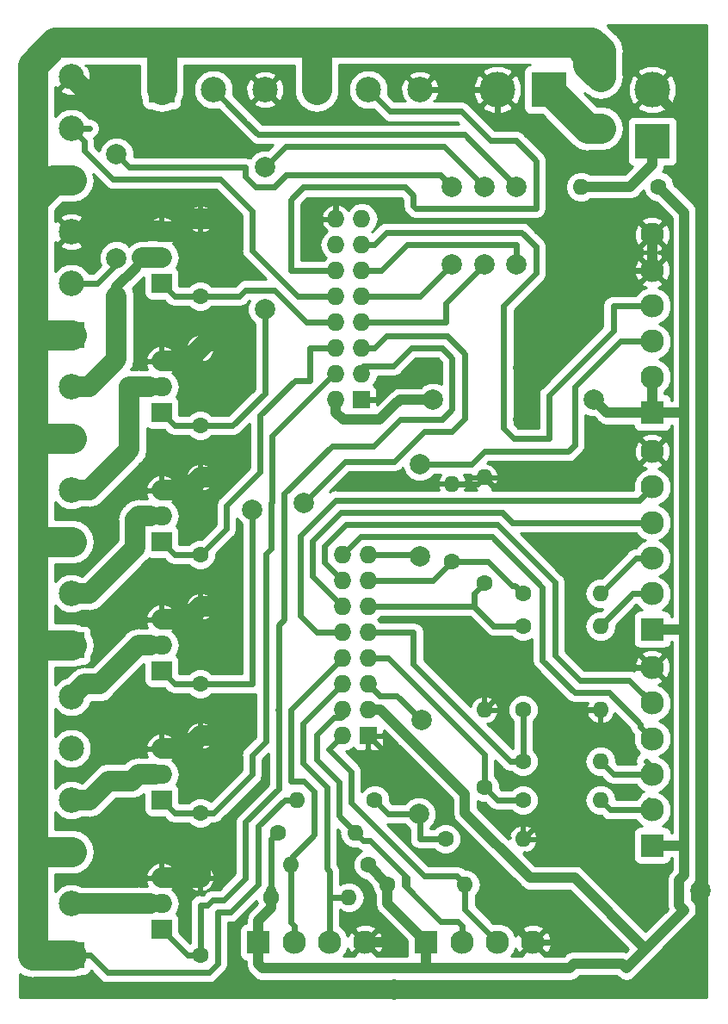
<source format=gbr>
G04 #@! TF.GenerationSoftware,KiCad,Pcbnew,(5.0.1)-4*
G04 #@! TF.CreationDate,2019-11-02T17:53:33+01:00*
G04 #@! TF.ProjectId,remote_module,72656D6F74655F6D6F64756C652E6B69,rev?*
G04 #@! TF.SameCoordinates,PX501bd00PY876bf80*
G04 #@! TF.FileFunction,Copper,L2,Bot,Signal*
G04 #@! TF.FilePolarity,Positive*
%FSLAX46Y46*%
G04 Gerber Fmt 4.6, Leading zero omitted, Abs format (unit mm)*
G04 Created by KiCad (PCBNEW (5.0.1)-4) date 02/11/2019 17:53:33*
%MOMM*%
%LPD*%
G01*
G04 APERTURE LIST*
G04 #@! TA.AperFunction,ComponentPad*
%ADD10R,1.727200X1.727200*%
G04 #@! TD*
G04 #@! TA.AperFunction,ComponentPad*
%ADD11O,1.727200X1.727200*%
G04 #@! TD*
G04 #@! TA.AperFunction,ComponentPad*
%ADD12R,2.500000X2.500000*%
G04 #@! TD*
G04 #@! TA.AperFunction,ComponentPad*
%ADD13C,2.500000*%
G04 #@! TD*
G04 #@! TA.AperFunction,ComponentPad*
%ADD14C,1.600000*%
G04 #@! TD*
G04 #@! TA.AperFunction,ComponentPad*
%ADD15O,1.600000X1.600000*%
G04 #@! TD*
G04 #@! TA.AperFunction,ComponentPad*
%ADD16C,2.000000*%
G04 #@! TD*
G04 #@! TA.AperFunction,ComponentPad*
%ADD17C,3.500120*%
G04 #@! TD*
G04 #@! TA.AperFunction,ComponentPad*
%ADD18R,3.500120X3.500120*%
G04 #@! TD*
G04 #@! TA.AperFunction,ComponentPad*
%ADD19R,2.300000X2.300000*%
G04 #@! TD*
G04 #@! TA.AperFunction,ComponentPad*
%ADD20C,2.300000*%
G04 #@! TD*
G04 #@! TA.AperFunction,ComponentPad*
%ADD21O,2.000000X1.905000*%
G04 #@! TD*
G04 #@! TA.AperFunction,ComponentPad*
%ADD22R,2.000000X1.905000*%
G04 #@! TD*
G04 #@! TA.AperFunction,ViaPad*
%ADD23C,2.000000*%
G04 #@! TD*
G04 #@! TA.AperFunction,Conductor*
%ADD24C,3.000000*%
G04 #@! TD*
G04 #@! TA.AperFunction,Conductor*
%ADD25C,0.600000*%
G04 #@! TD*
G04 #@! TA.AperFunction,Conductor*
%ADD26C,1.000000*%
G04 #@! TD*
G04 #@! TA.AperFunction,Conductor*
%ADD27C,2.000000*%
G04 #@! TD*
G04 #@! TA.AperFunction,Conductor*
%ADD28C,0.254000*%
G04 #@! TD*
G04 APERTURE END LIST*
D10*
G04 #@! TO.P,J2,1*
G04 #@! TO.N,GND*
X34345000Y59490000D03*
D11*
G04 #@! TO.P,J2,2*
G04 #@! TO.N,+5V*
X31805000Y59490000D03*
G04 #@! TO.P,J2,3*
G04 #@! TO.N,O1.0*
X34345000Y62030000D03*
G04 #@! TO.P,J2,4*
G04 #@! TO.N,O1.1*
X31805000Y62030000D03*
G04 #@! TO.P,J2,5*
G04 #@! TO.N,O1.2*
X34345000Y64570000D03*
G04 #@! TO.P,J2,6*
G04 #@! TO.N,O1.3*
X31805000Y64570000D03*
G04 #@! TO.P,J2,7*
G04 #@! TO.N,O1.4*
X34345000Y67110000D03*
G04 #@! TO.P,J2,8*
G04 #@! TO.N,O1.5*
X31805000Y67110000D03*
G04 #@! TO.P,J2,9*
G04 #@! TO.N,O1.6*
X34345000Y69650000D03*
G04 #@! TO.P,J2,10*
G04 #@! TO.N,O1.7*
X31805000Y69650000D03*
G04 #@! TO.P,J2,11*
G04 #@! TO.N,O1.8*
X34345000Y72190000D03*
G04 #@! TO.P,J2,12*
G04 #@! TO.N,O1.9*
X31805000Y72190000D03*
G04 #@! TO.P,J2,13*
G04 #@! TO.N,O1.10*
X34345000Y74730000D03*
G04 #@! TO.P,J2,14*
G04 #@! TO.N,Net-(J2-Pad14)*
X31805000Y74730000D03*
G04 #@! TO.P,J2,15*
G04 #@! TO.N,+3V3*
X34345000Y77270000D03*
G04 #@! TO.P,J2,16*
G04 #@! TO.N,GND*
X31805000Y77270000D03*
G04 #@! TD*
D12*
G04 #@! TO.P,J8,1*
G04 #@! TO.N,+24V*
X14660000Y89970000D03*
D13*
G04 #@! TO.P,J8,2*
G04 #@! TO.N,01.8*
X19740000Y89970000D03*
G04 #@! TO.P,J8,3*
G04 #@! TO.N,GND*
X24820000Y89970000D03*
G04 #@! TO.P,J8,4*
G04 #@! TO.N,+24V*
X29900000Y89970000D03*
G04 #@! TO.P,J8,5*
G04 #@! TO.N,O1.9*
X34980000Y89970000D03*
G04 #@! TO.P,J8,6*
G04 #@! TO.N,GND*
X40060000Y89970000D03*
G04 #@! TD*
D10*
G04 #@! TO.P,J1,1*
G04 #@! TO.N,GND*
X34980000Y26470000D03*
D11*
G04 #@! TO.P,J1,2*
G04 #@! TO.N,RX1*
X32440000Y26470000D03*
G04 #@! TO.P,J1,3*
G04 #@! TO.N,+5V*
X34980000Y29010000D03*
G04 #@! TO.P,J1,4*
G04 #@! TO.N,TX1*
X32440000Y29010000D03*
G04 #@! TO.P,J1,5*
G04 #@! TO.N,A1.0*
X34980000Y31550000D03*
G04 #@! TO.P,J1,6*
G04 #@! TO.N,SCL1*
X32440000Y31550000D03*
G04 #@! TO.P,J1,7*
G04 #@! TO.N,A1.1*
X34980000Y34090000D03*
G04 #@! TO.P,J1,8*
G04 #@! TO.N,SDA1*
X32440000Y34090000D03*
G04 #@! TO.P,J1,9*
G04 #@! TO.N,A1.2*
X34980000Y36630000D03*
G04 #@! TO.P,J1,10*
G04 #@! TO.N,I1.0*
X32440000Y36630000D03*
G04 #@! TO.P,J1,11*
G04 #@! TO.N,A1.3*
X34980000Y39170000D03*
G04 #@! TO.P,J1,12*
G04 #@! TO.N,I1.1*
X32440000Y39170000D03*
G04 #@! TO.P,J1,13*
G04 #@! TO.N,A1.4*
X34980000Y41710000D03*
G04 #@! TO.P,J1,14*
G04 #@! TO.N,I1.2*
X32440000Y41710000D03*
G04 #@! TO.P,J1,15*
G04 #@! TO.N,I1.4*
X34980000Y44250000D03*
G04 #@! TO.P,J1,16*
G04 #@! TO.N,I1.3*
X32440000Y44250000D03*
G04 #@! TD*
D14*
G04 #@! TO.P,R2,1*
G04 #@! TO.N,A1.3*
X46410000Y41456000D03*
D15*
G04 #@! TO.P,R2,2*
G04 #@! TO.N,GND*
X46410000Y51870000D03*
G04 #@! TD*
D14*
G04 #@! TO.P,R4,1*
G04 #@! TO.N,A1.3*
X50220000Y37265000D03*
D15*
G04 #@! TO.P,R4,2*
G04 #@! TO.N,Net-(J6-Pad2)*
X57840000Y37265000D03*
G04 #@! TD*
D14*
G04 #@! TO.P,R14,1*
G04 #@! TO.N,+5V*
X36885000Y11865000D03*
D15*
G04 #@! TO.P,R14,2*
G04 #@! TO.N,RX1*
X44505000Y11865000D03*
G04 #@! TD*
D16*
G04 #@! TO.P,F1,1*
G04 #@! TO.N,+24V*
X57840000Y91240000D03*
G04 #@! TO.P,F1,2*
G04 #@! TO.N,Net-(F1-Pad2)*
X57830000Y86160000D03*
G04 #@! TD*
D15*
G04 #@! TO.P,F2,2*
G04 #@! TO.N,Net-(F2-Pad2)*
X55935000Y80445000D03*
D14*
G04 #@! TO.P,F2,1*
G04 #@! TO.N,+5V*
X63555000Y80445000D03*
G04 #@! TD*
D17*
G04 #@! TO.P,J3,2*
G04 #@! TO.N,GND*
X47680000Y89970000D03*
D18*
G04 #@! TO.P,J3,1*
G04 #@! TO.N,Net-(F1-Pad2)*
X52760000Y89970000D03*
G04 #@! TD*
G04 #@! TO.P,J4,1*
G04 #@! TO.N,Net-(F2-Pad2)*
X62920000Y84890000D03*
D17*
G04 #@! TO.P,J4,2*
G04 #@! TO.N,GND*
X62920000Y89970000D03*
G04 #@! TD*
D12*
G04 #@! TO.P,J5,1*
G04 #@! TO.N,+24V*
X5770000Y65840000D03*
D13*
G04 #@! TO.P,J5,2*
G04 #@! TO.N,O1.6*
X5770000Y70920000D03*
G04 #@! TO.P,J5,3*
G04 #@! TO.N,GND*
X5770000Y76000000D03*
G04 #@! TO.P,J5,4*
G04 #@! TO.N,+24V*
X5770000Y81080000D03*
G04 #@! TO.P,J5,5*
G04 #@! TO.N,O1.7*
X5770000Y86160000D03*
G04 #@! TO.P,J5,6*
G04 #@! TO.N,GND*
X5770000Y91240000D03*
G04 #@! TD*
D19*
G04 #@! TO.P,J6,1*
G04 #@! TO.N,+5V*
X62920000Y36910000D03*
D20*
G04 #@! TO.P,J6,2*
G04 #@! TO.N,Net-(J6-Pad2)*
X62920000Y40410000D03*
G04 #@! TO.P,J6,3*
G04 #@! TO.N,Net-(J6-Pad3)*
X62920000Y43910000D03*
G04 #@! TO.P,J6,4*
G04 #@! TO.N,I1.1*
X62920000Y47410000D03*
G04 #@! TO.P,J6,5*
G04 #@! TO.N,I1.0*
X62920000Y50910000D03*
G04 #@! TO.P,J6,6*
G04 #@! TO.N,GND*
X62920000Y54410000D03*
G04 #@! TD*
D19*
G04 #@! TO.P,J7,1*
G04 #@! TO.N,+5V*
X24185000Y6150000D03*
D20*
G04 #@! TO.P,J7,2*
G04 #@! TO.N,SDA1*
X27685000Y6150000D03*
G04 #@! TO.P,J7,3*
G04 #@! TO.N,SCL1*
X31185000Y6150000D03*
G04 #@! TO.P,J7,4*
G04 #@! TO.N,GND*
X34685000Y6150000D03*
G04 #@! TD*
D13*
G04 #@! TO.P,J9,6*
G04 #@! TO.N,Net-(J9-Pad6)*
X5770000Y30280000D03*
G04 #@! TO.P,J9,5*
G04 #@! TO.N,+24V*
X5770000Y25200000D03*
G04 #@! TO.P,J9,4*
G04 #@! TO.N,Net-(J9-Pad4)*
X5770000Y20120000D03*
G04 #@! TO.P,J9,3*
G04 #@! TO.N,+24V*
X5770000Y15040000D03*
G04 #@! TO.P,J9,2*
G04 #@! TO.N,Net-(J9-Pad2)*
X5770000Y9960000D03*
D12*
G04 #@! TO.P,J9,1*
G04 #@! TO.N,+24V*
X5770000Y4880000D03*
G04 #@! TD*
D20*
G04 #@! TO.P,J10,6*
G04 #@! TO.N,GND*
X62920000Y33175000D03*
G04 #@! TO.P,J10,5*
G04 #@! TO.N,I1.2*
X62920000Y29675000D03*
G04 #@! TO.P,J10,4*
G04 #@! TO.N,I1.3*
X62920000Y26175000D03*
G04 #@! TO.P,J10,3*
G04 #@! TO.N,Net-(J10-Pad3)*
X62920000Y22675000D03*
G04 #@! TO.P,J10,2*
G04 #@! TO.N,Net-(J10-Pad2)*
X62920000Y19175000D03*
D19*
G04 #@! TO.P,J10,1*
G04 #@! TO.N,+5V*
X62920000Y15675000D03*
G04 #@! TD*
D20*
G04 #@! TO.P,J11,4*
G04 #@! TO.N,GND*
X51195000Y6150000D03*
G04 #@! TO.P,J11,3*
G04 #@! TO.N,RX1*
X47695000Y6150000D03*
G04 #@! TO.P,J11,2*
G04 #@! TO.N,TX1*
X44195000Y6150000D03*
D19*
G04 #@! TO.P,J11,1*
G04 #@! TO.N,+5V*
X40695000Y6150000D03*
G04 #@! TD*
G04 #@! TO.P,J12,1*
G04 #@! TO.N,+5V*
X62920000Y58220000D03*
D20*
G04 #@! TO.P,J12,2*
X62920000Y61720000D03*
G04 #@! TO.P,J12,3*
G04 #@! TO.N,I1.4*
X62920000Y65220000D03*
G04 #@! TO.P,J12,4*
G04 #@! TO.N,O1.10*
X62920000Y68720000D03*
G04 #@! TO.P,J12,5*
G04 #@! TO.N,GND*
X62920000Y72220000D03*
G04 #@! TO.P,J12,6*
X62920000Y75720000D03*
G04 #@! TD*
D13*
G04 #@! TO.P,J13,6*
G04 #@! TO.N,Net-(J13-Pad6)*
X5770000Y60760000D03*
G04 #@! TO.P,J13,5*
G04 #@! TO.N,+24V*
X5770000Y55680000D03*
G04 #@! TO.P,J13,4*
G04 #@! TO.N,Net-(J13-Pad4)*
X5770000Y50600000D03*
G04 #@! TO.P,J13,3*
G04 #@! TO.N,+24V*
X5770000Y45520000D03*
G04 #@! TO.P,J13,2*
G04 #@! TO.N,Net-(J13-Pad2)*
X5770000Y40440000D03*
D12*
G04 #@! TO.P,J13,1*
G04 #@! TO.N,+24V*
X5770000Y35360000D03*
G04 #@! TD*
D21*
G04 #@! TO.P,Q1,3*
G04 #@! TO.N,GND*
X14660000Y12500000D03*
G04 #@! TO.P,Q1,2*
G04 #@! TO.N,Net-(J9-Pad2)*
X14660000Y9960000D03*
D22*
G04 #@! TO.P,Q1,1*
G04 #@! TO.N,O1.0*
X14660000Y7420000D03*
G04 #@! TD*
G04 #@! TO.P,Q2,1*
G04 #@! TO.N,O1.1*
X14660000Y20120000D03*
D21*
G04 #@! TO.P,Q2,2*
G04 #@! TO.N,Net-(J9-Pad4)*
X14660000Y22660000D03*
G04 #@! TO.P,Q2,3*
G04 #@! TO.N,GND*
X14660000Y25200000D03*
G04 #@! TD*
D22*
G04 #@! TO.P,Q3,1*
G04 #@! TO.N,O1.2*
X14660000Y32820000D03*
D21*
G04 #@! TO.P,Q3,2*
G04 #@! TO.N,Net-(J9-Pad6)*
X14660000Y35360000D03*
G04 #@! TO.P,Q3,3*
G04 #@! TO.N,GND*
X14660000Y37900000D03*
G04 #@! TD*
G04 #@! TO.P,Q4,3*
G04 #@! TO.N,GND*
X14660000Y50600000D03*
G04 #@! TO.P,Q4,2*
G04 #@! TO.N,Net-(J13-Pad2)*
X14660000Y48060000D03*
D22*
G04 #@! TO.P,Q4,1*
G04 #@! TO.N,O1.3*
X14660000Y45520000D03*
G04 #@! TD*
G04 #@! TO.P,Q5,1*
G04 #@! TO.N,O1.4*
X14660000Y58220000D03*
D21*
G04 #@! TO.P,Q5,2*
G04 #@! TO.N,Net-(J13-Pad4)*
X14660000Y60760000D03*
G04 #@! TO.P,Q5,3*
G04 #@! TO.N,GND*
X14660000Y63300000D03*
G04 #@! TD*
G04 #@! TO.P,Q6,3*
G04 #@! TO.N,GND*
X14660000Y76000000D03*
G04 #@! TO.P,Q6,2*
G04 #@! TO.N,Net-(J13-Pad6)*
X14660000Y73460000D03*
D22*
G04 #@! TO.P,Q6,1*
G04 #@! TO.N,O1.5*
X14660000Y70920000D03*
G04 #@! TD*
D14*
G04 #@! TO.P,R1,1*
G04 #@! TO.N,O1.0*
X18470000Y4880000D03*
D15*
G04 #@! TO.P,R1,2*
G04 #@! TO.N,GND*
X18470000Y12500000D03*
G04 #@! TD*
D14*
G04 #@! TO.P,R3,1*
G04 #@! TO.N,A1.4*
X43235000Y43615000D03*
D15*
G04 #@! TO.P,R3,2*
G04 #@! TO.N,GND*
X43235000Y51235000D03*
G04 #@! TD*
G04 #@! TO.P,R5,2*
G04 #@! TO.N,Net-(J6-Pad3)*
X57840000Y40440000D03*
D14*
G04 #@! TO.P,R5,1*
G04 #@! TO.N,A1.4*
X50220000Y40440000D03*
G04 #@! TD*
G04 #@! TO.P,R6,1*
G04 #@! TO.N,O1.1*
X18470000Y18850000D03*
D15*
G04 #@! TO.P,R6,2*
G04 #@! TO.N,GND*
X18470000Y26470000D03*
G04 #@! TD*
G04 #@! TO.P,R7,2*
G04 #@! TO.N,GND*
X18470000Y39170000D03*
D14*
G04 #@! TO.P,R7,1*
G04 #@! TO.N,O1.2*
X18470000Y31550000D03*
G04 #@! TD*
D15*
G04 #@! TO.P,R8,2*
G04 #@! TO.N,GND*
X46410000Y29010000D03*
D14*
G04 #@! TO.P,R8,1*
G04 #@! TO.N,A1.1*
X46410000Y21390000D03*
G04 #@! TD*
G04 #@! TO.P,R9,1*
G04 #@! TO.N,A1.2*
X50220000Y29010000D03*
D15*
G04 #@! TO.P,R9,2*
G04 #@! TO.N,GND*
X57840000Y29010000D03*
G04 #@! TD*
G04 #@! TO.P,R10,2*
G04 #@! TO.N,Net-(J10-Pad2)*
X57840000Y20120000D03*
D14*
G04 #@! TO.P,R10,1*
G04 #@! TO.N,A1.1*
X50220000Y20120000D03*
G04 #@! TD*
D15*
G04 #@! TO.P,R11,2*
G04 #@! TO.N,Net-(J10-Pad3)*
X57840000Y23930000D03*
D14*
G04 #@! TO.P,R11,1*
G04 #@! TO.N,A1.2*
X50220000Y23930000D03*
G04 #@! TD*
D15*
G04 #@! TO.P,R12,2*
G04 #@! TO.N,GND*
X18470000Y51870000D03*
D14*
G04 #@! TO.P,R12,1*
G04 #@! TO.N,O1.3*
X18470000Y44250000D03*
G04 #@! TD*
D15*
G04 #@! TO.P,R13,2*
G04 #@! TO.N,TX1*
X33710000Y16945000D03*
D14*
G04 #@! TO.P,R13,1*
G04 #@! TO.N,+5V*
X26090000Y16945000D03*
G04 #@! TD*
G04 #@! TO.P,R15,1*
G04 #@! TO.N,A1.0*
X42600000Y16310000D03*
D15*
G04 #@! TO.P,R15,2*
G04 #@! TO.N,GND*
X50220000Y16310000D03*
G04 #@! TD*
D14*
G04 #@! TO.P,R16,1*
G04 #@! TO.N,O1.4*
X18470000Y56950000D03*
D15*
G04 #@! TO.P,R16,2*
G04 #@! TO.N,GND*
X18470000Y64570000D03*
G04 #@! TD*
D14*
G04 #@! TO.P,R17,1*
G04 #@! TO.N,A1.0*
X35615000Y20120000D03*
D15*
G04 #@! TO.P,R17,2*
G04 #@! TO.N,+24V*
X27995000Y20120000D03*
G04 #@! TD*
D14*
G04 #@! TO.P,R18,1*
G04 #@! TO.N,O1.5*
X18470000Y69650000D03*
D15*
G04 #@! TO.P,R18,2*
G04 #@! TO.N,GND*
X18470000Y77270000D03*
G04 #@! TD*
D14*
G04 #@! TO.P,R19,1*
G04 #@! TO.N,+5V*
X34980000Y13770000D03*
D15*
G04 #@! TO.P,R19,2*
G04 #@! TO.N,SDA1*
X27360000Y13770000D03*
G04 #@! TD*
G04 #@! TO.P,R20,2*
G04 #@! TO.N,SCL1*
X33075000Y10595000D03*
D14*
G04 #@! TO.P,R20,1*
G04 #@! TO.N,+5V*
X25455000Y10595000D03*
G04 #@! TD*
D23*
G04 #@! TO.N,+5V*
X41330000Y59490000D03*
X57205000Y59490000D03*
G04 #@! TO.N,GND*
X41330000Y62665000D03*
X21645000Y84255000D03*
X21645000Y77270000D03*
X21645000Y72190000D03*
X21645000Y66475000D03*
X21645000Y60760000D03*
X21645000Y55045000D03*
X21645000Y52505000D03*
X21645000Y41075000D03*
X21645000Y34090000D03*
X21645000Y27105000D03*
X21010000Y23295000D03*
X21010000Y16310000D03*
X37520000Y1510000D03*
X37520000Y6150000D03*
X50220000Y62665000D03*
X50220000Y57585000D03*
X50220000Y52505000D03*
X57840000Y34090000D03*
X48110001Y34090000D03*
X55935000Y1664662D03*
X67695010Y11230000D03*
X55935000Y6150000D03*
X62920000Y11230000D03*
G04 #@! TO.N,O2.8*
X49585000Y72825000D03*
X49585000Y80445000D03*
G04 #@! TO.N,A1.0*
X39974498Y18764498D03*
X40227930Y27996116D03*
G04 #@! TO.N,I1.4*
X40060000Y44113601D03*
X40060000Y53140000D03*
G04 #@! TO.N,O1.2*
X28630000Y49330000D03*
X23550000Y48695000D03*
G04 #@! TO.N,O1.4*
X46410000Y72825000D03*
X46410000Y80445000D03*
X24820000Y82350000D03*
X24820000Y68380000D03*
G04 #@! TO.N,O1.6*
X43235000Y72825000D03*
X43235000Y80445000D03*
X10215000Y73400000D03*
X10215000Y83620000D03*
G04 #@! TD*
D24*
G04 #@! TO.N,+24V*
X4002234Y81080000D02*
X1960000Y79037766D01*
X5770000Y81080000D02*
X4002234Y81080000D01*
X1960000Y4880000D02*
X5770000Y4880000D01*
X5770000Y15040000D02*
X1960000Y15040000D01*
X1960000Y15040000D02*
X1960000Y4880000D01*
X5770000Y35360000D02*
X1960000Y35360000D01*
X1960000Y35360000D02*
X1960000Y15040000D01*
X4002234Y45520000D02*
X1960000Y45520000D01*
X5770000Y45520000D02*
X4002234Y45520000D01*
X1960000Y45520000D02*
X1960000Y35360000D01*
X4002234Y55680000D02*
X1960000Y55680000D01*
X5770000Y55680000D02*
X4002234Y55680000D01*
X1960000Y55680000D02*
X1960000Y45520000D01*
X56610061Y93400061D02*
X56190061Y93820061D01*
X57840000Y91240000D02*
X56610061Y92469939D01*
X56610061Y92469939D02*
X56610061Y93400061D01*
X14660000Y93780000D02*
X14660000Y89970000D01*
X14700061Y93820061D02*
X14660000Y93780000D01*
X29900000Y89970000D02*
X29900000Y93820061D01*
X1960000Y92388002D02*
X4161999Y94590001D01*
X1960000Y79037766D02*
X1960000Y92388002D01*
X4161999Y94590001D02*
X31760875Y94590001D01*
X31760875Y94590001D02*
X31835883Y94665009D01*
X57840000Y93780000D02*
X57840000Y91240000D01*
X31835883Y94665009D02*
X56954991Y94665009D01*
X56954991Y94665009D02*
X57840000Y93780000D01*
X5770000Y65840000D02*
X1960000Y65840000D01*
X1960000Y79037766D02*
X1960000Y65840000D01*
X1960000Y65840000D02*
X1960000Y55680000D01*
D25*
X7620000Y4880000D02*
X5770000Y4880000D01*
X9320001Y3179999D02*
X7620000Y4880000D01*
X19286001Y3179999D02*
X9320001Y3179999D01*
X20170001Y4063999D02*
X19286001Y3179999D01*
X20170001Y9096003D02*
X20170001Y4063999D01*
X20170001Y9096003D02*
X20170001Y9120001D01*
X21416003Y9096003D02*
X20170001Y9096003D01*
X24185000Y11865000D02*
X21416003Y9096003D01*
X24185000Y17556002D02*
X24185000Y11865000D01*
X27995000Y20120000D02*
X26748998Y20120000D01*
X26748998Y20120000D02*
X24185000Y17556002D01*
D24*
G04 #@! TO.N,Net-(F1-Pad2)*
X56570000Y86160000D02*
X52760000Y89970000D01*
X57830000Y86160000D02*
X56570000Y86160000D01*
D26*
G04 #@! TO.N,Net-(F2-Pad2)*
X62920000Y82622002D02*
X62920000Y84890000D01*
X60742998Y80445000D02*
X62920000Y82622002D01*
X55935000Y80445000D02*
X60742998Y80445000D01*
G04 #@! TO.N,+5V*
X36201314Y29010000D02*
X38790000Y26421314D01*
X34980000Y29010000D02*
X36201314Y29010000D01*
X38790000Y26421314D02*
X38838686Y26421314D01*
X36885000Y9960000D02*
X40695000Y6150000D01*
X36885000Y11865000D02*
X36885000Y9960000D01*
X40695000Y4000000D02*
X40305000Y3610000D01*
X40695000Y6150000D02*
X40695000Y4000000D01*
X24185000Y4000000D02*
X24185000Y6150000D01*
X24575000Y3610000D02*
X24185000Y4000000D01*
X40305000Y3610000D02*
X24575000Y3610000D01*
X63555000Y80445000D02*
X66095000Y77905000D01*
X62920000Y58220000D02*
X66095000Y58220000D01*
X66095000Y77905000D02*
X66095000Y58220000D01*
X65740000Y36910000D02*
X66095000Y37265000D01*
X62920000Y36910000D02*
X65740000Y36910000D01*
X66095000Y58220000D02*
X66095000Y37265000D01*
X66095000Y37265000D02*
X66095000Y16310000D01*
X38155000Y59490000D02*
X41330000Y59490000D01*
X31805000Y58220000D02*
X32498601Y57526399D01*
X32498601Y57526399D02*
X36088601Y57526399D01*
X31805000Y59490000D02*
X31805000Y58220000D01*
X36088601Y57526399D02*
X37783689Y59221487D01*
X37783689Y59221487D02*
X37886487Y59221487D01*
X37886487Y59221487D02*
X38155000Y59490000D01*
X57205000Y59490000D02*
X58475000Y58220000D01*
X58475000Y58220000D02*
X62920000Y58220000D01*
X62920000Y58220000D02*
X62920000Y61720000D01*
X62920000Y15675000D02*
X66095000Y15675000D01*
X66095000Y16310000D02*
X66095000Y15675000D01*
X44509999Y18895915D02*
X50905914Y12500000D01*
X38838686Y26421314D02*
X44509999Y20750001D01*
X44509999Y20750001D02*
X44509999Y18895915D01*
X55300000Y12500000D02*
X62285000Y5515000D01*
X50905914Y12500000D02*
X55300000Y12500000D01*
X66095000Y9325000D02*
X62285000Y5515000D01*
X62285000Y5515000D02*
X60380000Y3610000D01*
X59940001Y4049999D02*
X60380000Y3610000D01*
X55212335Y4049999D02*
X59940001Y4049999D01*
X54772336Y3610000D02*
X55212335Y4049999D01*
X40305000Y3610000D02*
X54772336Y3610000D01*
X65595009Y9824991D02*
X66095000Y9325000D01*
X65595009Y12238001D02*
X65595009Y9824991D01*
X66095000Y12737992D02*
X65595009Y12238001D01*
X66095000Y15675000D02*
X66095000Y12737992D01*
X25455000Y9570000D02*
X25455000Y11230000D01*
X24185000Y6150000D02*
X24185000Y8300000D01*
X24185000Y8300000D02*
X25455000Y9570000D01*
X36885000Y11865000D02*
X34980000Y13770000D01*
X25455000Y10595000D02*
X25455000Y11155087D01*
D25*
X25455000Y16310000D02*
X26090000Y16945000D01*
X25455000Y10595000D02*
X25455000Y16310000D01*
G04 #@! TO.N,GND*
X57840000Y29010000D02*
X55300000Y29010000D01*
X53599999Y30710001D02*
X55300000Y29010000D01*
X48110001Y30710001D02*
X53599999Y30710001D01*
X46410000Y29010000D02*
X48110001Y30710001D01*
X55300000Y29010000D02*
X51920001Y25630001D01*
X34980000Y26446002D02*
X45140000Y16286002D01*
X34980000Y26470000D02*
X34980000Y26446002D01*
X50855000Y6150000D02*
X51195000Y6150000D01*
X49745001Y7259999D02*
X50855000Y6150000D01*
X49745001Y9141001D02*
X49745001Y7259999D01*
X45140000Y13746002D02*
X49745001Y9141001D01*
X45140000Y16286002D02*
X45140000Y13746002D01*
X51920001Y18010001D02*
X51920001Y20755000D01*
X50220000Y16310000D02*
X51920001Y18010001D01*
X51920001Y25630001D02*
X51920001Y20755000D01*
X51920001Y20755000D02*
X51920001Y19054999D01*
X61770001Y53260001D02*
X62920000Y54410000D01*
X59580001Y51070001D02*
X61770001Y53260001D01*
X46410000Y51870000D02*
X47209999Y51070001D01*
X35808600Y59490000D02*
X38983600Y62665000D01*
X34345000Y59490000D02*
X35808600Y59490000D01*
X38983600Y62665000D02*
X41330000Y62665000D01*
X40060000Y89970000D02*
X47680000Y89970000D01*
X31805000Y79175000D02*
X38155000Y79175000D01*
X31805000Y77270000D02*
X31805000Y79175000D01*
X38155000Y79175000D02*
X38155000Y77270000D01*
X38155000Y77270000D02*
X38294980Y77130020D01*
X38294980Y77130020D02*
X52620020Y77130020D01*
X52620020Y77130020D02*
X52760000Y77270000D01*
X61509980Y77130020D02*
X62920000Y75720000D01*
X53395000Y82777070D02*
X50012070Y86160000D01*
X53395000Y77130020D02*
X53395000Y82777070D01*
X53395000Y77130020D02*
X61509980Y77130020D01*
X52620020Y77130020D02*
X53395000Y77130020D01*
X48315000Y86160000D02*
X47680000Y86795000D01*
X50012070Y86160000D02*
X48315000Y86160000D01*
X47680000Y86160000D02*
X47680000Y86795000D01*
X47680000Y86795000D02*
X47680000Y89970000D01*
X53395000Y82777070D02*
X60172070Y82777070D01*
X61169941Y88219941D02*
X62920000Y89970000D01*
X60269939Y87319939D02*
X61169941Y88219941D01*
X60269939Y82874939D02*
X60269939Y87319939D01*
X60172070Y82777070D02*
X60269939Y82874939D01*
X24820000Y89970000D02*
X27995000Y86795000D01*
X32829999Y89505873D02*
X32829999Y92264999D01*
X27995000Y86795000D02*
X30119126Y86795000D01*
X30119126Y86795000D02*
X32829999Y89505873D01*
X38810001Y91219999D02*
X40060000Y89970000D01*
X37909999Y92120001D02*
X38810001Y91219999D01*
X32974997Y92120001D02*
X37909999Y92120001D01*
X32829999Y92264999D02*
X32974997Y92120001D01*
D27*
X7019999Y89990001D02*
X9559999Y89990001D01*
X5770000Y91240000D02*
X7019999Y89990001D01*
X9559999Y89990001D02*
X10215000Y89335000D01*
X11809999Y87439999D02*
X14994998Y84255000D01*
X11809999Y88375001D02*
X11809999Y87439999D01*
X10215000Y89335000D02*
X10850000Y89335000D01*
X10850000Y89335000D02*
X11809999Y88375001D01*
X14994998Y84255000D02*
X21645000Y84255000D01*
X11230529Y76000000D02*
X5770000Y76000000D01*
X18470000Y77270000D02*
X17338630Y77270000D01*
X17338630Y77270000D02*
X16081140Y76012510D01*
X16081140Y76012510D02*
X14514459Y76012510D01*
X14514459Y76012510D02*
X14466959Y76060010D01*
X14466959Y76060010D02*
X11290539Y76060010D01*
X11290539Y76060010D02*
X11230529Y76000000D01*
X18470000Y77270000D02*
X21645000Y77270000D01*
X21645000Y77270000D02*
X21645000Y72190000D01*
X20375000Y66475000D02*
X18470000Y64570000D01*
X21645000Y66475000D02*
X20375000Y66475000D01*
X14667165Y63312510D02*
X14660000Y63312510D01*
X17212510Y63312510D02*
X14667165Y63312510D01*
X18470000Y64570000D02*
X17212510Y63312510D01*
X21645000Y66475000D02*
X21645000Y60760000D01*
X15764784Y50612510D02*
X14660000Y50612510D01*
X17212510Y50612510D02*
X15764784Y50612510D01*
X18470000Y51870000D02*
X17212510Y50612510D01*
X19601370Y51870000D02*
X21645000Y53913630D01*
X18470000Y51870000D02*
X19601370Y51870000D01*
X21645000Y53913630D02*
X21645000Y55045000D01*
X21645000Y52924021D02*
X21645000Y53913630D01*
X21645000Y53913630D02*
X21645000Y53913630D01*
X15764784Y37912510D02*
X14660000Y37912510D01*
X17212510Y37912510D02*
X15764784Y37912510D01*
X18470000Y39170000D02*
X17212510Y37912510D01*
X18470000Y39170000D02*
X19740000Y39170000D01*
X19740000Y39170000D02*
X21645000Y41075000D01*
X21645000Y41075000D02*
X21645000Y34090000D01*
X15764784Y25212510D02*
X14660000Y25212510D01*
X17212510Y25212510D02*
X15764784Y25212510D01*
X18470000Y26470000D02*
X17212510Y25212510D01*
X19601370Y26470000D02*
X20236370Y27105000D01*
X18470000Y26470000D02*
X19601370Y26470000D01*
X20236370Y27105000D02*
X21645000Y27105000D01*
X15764784Y12512510D02*
X14660000Y12512510D01*
X15777294Y12500000D02*
X15764784Y12512510D01*
X18470000Y12500000D02*
X15777294Y12500000D01*
X18470000Y12500000D02*
X18470000Y13770000D01*
X18470000Y13770000D02*
X20375000Y15675000D01*
D25*
X22669999Y92120001D02*
X23570001Y91219999D01*
X23570001Y91219999D02*
X24820000Y89970000D01*
X18707999Y92120001D02*
X22669999Y92120001D01*
X17589999Y91002001D02*
X18707999Y92120001D01*
X17589999Y88937999D02*
X17589999Y91002001D01*
X20645001Y85882997D02*
X17589999Y88937999D01*
X20645001Y85254999D02*
X20645001Y85882997D01*
X21645000Y84255000D02*
X20645001Y85254999D01*
D26*
X67695010Y8662255D02*
X60737755Y1705000D01*
X62920000Y89970000D02*
X67695010Y85194990D01*
X67695010Y85194990D02*
X67695010Y11230000D01*
X37520000Y1705000D02*
X37520000Y1510000D01*
X60737755Y1705000D02*
X55935000Y1664662D01*
X34685000Y6150000D02*
X36311345Y6150000D01*
X36311345Y6150000D02*
X37520000Y6150000D01*
X62920000Y75720000D02*
X62920000Y72220000D01*
D25*
X62920000Y72220000D02*
X57235000Y72220000D01*
X57235000Y72220000D02*
X54030000Y69015000D01*
X54030000Y69015000D02*
X54030000Y66475000D01*
X54030000Y66475000D02*
X50220000Y62665000D01*
X50220000Y51070001D02*
X59580001Y51070001D01*
X47209999Y51070001D02*
X50220000Y51070001D01*
X50220000Y62665000D02*
X50220000Y60125000D01*
X50220000Y60125000D02*
X50220000Y57585000D01*
X50220000Y51070001D02*
X50220000Y52505000D01*
X61293655Y33175000D02*
X61013655Y33455000D01*
X62920000Y33175000D02*
X61293655Y33175000D01*
X61013655Y33455000D02*
X57840000Y33455000D01*
X48110001Y30710001D02*
X48110001Y33250001D01*
D26*
X55935000Y1664662D02*
X37520000Y1510000D01*
X67695010Y11230000D02*
X67695010Y8662255D01*
D25*
X51195000Y6150000D02*
X55935000Y6150000D01*
X51920001Y17859911D02*
X58549912Y11230000D01*
X51920001Y18010001D02*
X51920001Y17859911D01*
X58549912Y11230000D02*
X62920000Y11230000D01*
X62920000Y11230000D02*
X62920000Y11230000D01*
X45775000Y51235000D02*
X46410000Y51870000D01*
X43235000Y51235000D02*
X45775000Y51235000D01*
D27*
X21010000Y26470000D02*
X21645000Y27105000D01*
X21010000Y23295000D02*
X21010000Y26470000D01*
D25*
G04 #@! TO.N,O2.8*
X49585000Y74730000D02*
X49585000Y72825000D01*
X38790000Y74730000D02*
X49585000Y74730000D01*
X34345000Y72190000D02*
X36250000Y72190000D01*
X36250000Y72190000D02*
X38790000Y74730000D01*
X20989999Y88720001D02*
X19740000Y89970000D01*
X49585000Y80445000D02*
X49222002Y80445000D01*
X24115010Y85594990D02*
X22915000Y86795000D01*
X44435010Y85594990D02*
X24115010Y85594990D01*
X49585000Y80445000D02*
X44435010Y85594990D01*
X23090011Y86619989D02*
X22915000Y86795000D01*
X22915000Y86795000D02*
X20989999Y88720001D01*
G04 #@! TO.N,Net-(J6-Pad2)*
X60985000Y40410000D02*
X62920000Y40410000D01*
X57840000Y37265000D02*
X60985000Y40410000D01*
G04 #@! TO.N,Net-(J6-Pad3)*
X61293655Y43910000D02*
X62920000Y43910000D01*
X61310000Y43910000D02*
X62920000Y43910000D01*
X57840000Y40440000D02*
X61310000Y43910000D01*
D27*
G04 #@! TO.N,Net-(J9-Pad6)*
X12379999Y35372501D02*
X13530205Y35372501D01*
X8537497Y31529999D02*
X12379999Y35372501D01*
X7019999Y31529999D02*
X8537497Y31529999D01*
X5770000Y30280000D02*
X7019999Y31529999D01*
G04 #@! TO.N,Net-(J9-Pad4)*
X14025000Y22672501D02*
X13530205Y22672501D01*
X12379999Y22672501D02*
X14025000Y22672501D01*
X11732498Y22025000D02*
X12379999Y22672501D01*
X9442766Y22025000D02*
X11732498Y22025000D01*
X7537766Y20120000D02*
X9442766Y22025000D01*
X5770000Y20120000D02*
X7537766Y20120000D01*
G04 #@! TO.N,Net-(J9-Pad2)*
X12379999Y9972501D02*
X13530205Y9972501D01*
X12367498Y9960000D02*
X12379999Y9972501D01*
X5770000Y9960000D02*
X12367498Y9960000D01*
D25*
G04 #@! TO.N,Net-(J10-Pad3)*
X62300000Y23930000D02*
X62920000Y23310000D01*
X59095000Y22675000D02*
X57840000Y23930000D01*
X62920000Y22675000D02*
X59095000Y22675000D01*
G04 #@! TO.N,Net-(J10-Pad2)*
X62610000Y20120000D02*
X62920000Y19810000D01*
X58785000Y19175000D02*
X57840000Y20120000D01*
X62920000Y19175000D02*
X58785000Y19175000D01*
D27*
G04 #@! TO.N,Net-(J13-Pad6)*
X7537766Y60760000D02*
X10215000Y63437234D01*
X5770000Y60760000D02*
X7537766Y60760000D01*
X10215000Y63437234D02*
X10215000Y69650000D01*
X12764998Y73460000D02*
X14660000Y73460000D01*
D25*
X12759999Y73455001D02*
X12764998Y73460000D01*
X12759999Y73455001D02*
X12750001Y73455001D01*
X12750001Y73455001D02*
X12115001Y72820001D01*
X10215000Y70587998D02*
X10215000Y69650000D01*
D26*
X12115001Y72487999D02*
X10215000Y70587998D01*
D27*
G04 #@! TO.N,Net-(J13-Pad4)*
X7537766Y50600000D02*
X11485000Y54547234D01*
X5770000Y50600000D02*
X7537766Y50600000D01*
X11485000Y54547234D02*
X11485000Y60760000D01*
X12379999Y60772501D02*
X13523040Y60772501D01*
X12367498Y60760000D02*
X12379999Y60772501D01*
X11485000Y60760000D02*
X12367498Y60760000D01*
G04 #@! TO.N,Net-(J13-Pad2)*
X12379999Y48072501D02*
X13530205Y48072501D01*
X12059990Y47752492D02*
X12379999Y48072501D01*
X12059990Y44962224D02*
X12059990Y47752492D01*
X7537766Y40440000D02*
X12059990Y44962224D01*
X5770000Y40440000D02*
X7537766Y40440000D01*
D25*
G04 #@! TO.N,RX1*
X44505000Y9340000D02*
X47695000Y6150000D01*
X44505000Y11865000D02*
X44505000Y9340000D01*
X32440000Y26470000D02*
X31100010Y25130010D01*
X33295031Y22934989D02*
X31100010Y25130010D01*
X33295031Y19875971D02*
X33295031Y22934989D01*
X40506003Y12664999D02*
X33295031Y19875971D01*
X43705001Y12664999D02*
X40506003Y12664999D01*
X44505000Y11865000D02*
X43705001Y12664999D01*
G04 #@! TO.N,TX1*
X31593471Y28233601D02*
X29900000Y26540130D01*
X32298601Y28233601D02*
X31593471Y28233601D01*
X32440000Y29010000D02*
X32440000Y28375000D01*
X32440000Y28375000D02*
X32298601Y28233601D01*
X44195000Y7776345D02*
X44195000Y6150000D01*
X42144999Y8200001D02*
X43771344Y8200001D01*
X38585001Y12681001D02*
X38585001Y11759999D01*
X43771344Y8200001D02*
X44195000Y7776345D01*
X29900000Y24125142D02*
X32095021Y21930121D01*
X29900000Y26540130D02*
X29900000Y24125142D01*
X32095021Y18559979D02*
X33710000Y16945000D01*
X32095021Y21930121D02*
X32095021Y18559979D01*
X39425000Y10920000D02*
X42144999Y8200001D01*
X38790000Y11555000D02*
X39425000Y10920000D01*
X33710000Y16945000D02*
X34509999Y16145001D01*
X34509999Y16145001D02*
X35144999Y16145001D01*
X35144999Y16145001D02*
X38790000Y12500000D01*
X38585001Y11759999D02*
X39425000Y10920000D01*
X38790000Y12500000D02*
X38790000Y11555000D01*
G04 #@! TO.N,A1.0*
X34980000Y31550000D02*
X36119990Y30410010D01*
X36119990Y30410010D02*
X36829903Y30410010D01*
X40060000Y16310000D02*
X40060000Y18850000D01*
X42600000Y16310000D02*
X40060000Y16310000D01*
X40060000Y18850000D02*
X39974498Y18764498D01*
X36119991Y30410009D02*
X36119990Y30410010D01*
X37814037Y30410009D02*
X36119991Y30410009D01*
X40227930Y27996116D02*
X37814037Y30410009D01*
X36970502Y18764498D02*
X39974498Y18764498D01*
X35615000Y20120000D02*
X36970502Y18764498D01*
G04 #@! TO.N,SCL1*
X32440000Y31550000D02*
X28630000Y27740000D01*
X30895011Y21433061D02*
X28560010Y23768062D01*
X30895011Y13409989D02*
X30895011Y21433061D01*
X28560010Y27670010D02*
X28630000Y27740000D01*
X28560010Y23768062D02*
X28560010Y27670010D01*
X31185000Y13120000D02*
X30895011Y13409989D01*
X31185000Y8690000D02*
X31185000Y9340000D01*
X31185000Y6150000D02*
X31185000Y8690000D01*
X31185000Y10595000D02*
X33075000Y10595000D01*
X31185000Y10595000D02*
X31185000Y13120000D01*
X31185000Y8690000D02*
X31185000Y10595000D01*
G04 #@! TO.N,A1.1*
X47680000Y20120000D02*
X46410000Y21390000D01*
X50220000Y20120000D02*
X47680000Y20120000D01*
X36201314Y34090000D02*
X34980000Y34090000D01*
X36946048Y34090000D02*
X36201314Y34090000D01*
X46410000Y24626048D02*
X36946048Y34090000D01*
X46410000Y21390000D02*
X46410000Y24626048D01*
G04 #@! TO.N,SDA1*
X27685000Y7776345D02*
X27685000Y6150000D01*
X27360000Y8101345D02*
X27360000Y14405000D01*
X27685000Y7776345D02*
X27360000Y8101345D01*
X29695001Y16740001D02*
X27360000Y14405000D01*
X29695001Y20936001D02*
X29695001Y16740001D01*
X28606002Y22025000D02*
X29695001Y20936001D01*
X27360000Y22025000D02*
X28606002Y22025000D01*
X32440000Y34090000D02*
X27360000Y29010000D01*
X27360000Y29010000D02*
X27360000Y22025000D01*
G04 #@! TO.N,A1.2*
X50220000Y29010000D02*
X50220000Y23930000D01*
X48973998Y23930000D02*
X39425000Y33478998D01*
X50220000Y23930000D02*
X48973998Y23930000D01*
X39425000Y33478998D02*
X39425000Y36630000D01*
X39425000Y36630000D02*
X34980000Y36630000D01*
G04 #@! TO.N,I1.0*
X29900000Y36630000D02*
X32440000Y36630000D01*
X28276379Y46090649D02*
X28276379Y38253621D01*
X28276379Y38253621D02*
X29900000Y36630000D01*
X31799357Y49613627D02*
X28276379Y46090649D01*
X44843579Y49613629D02*
X44843580Y49613629D01*
X44843580Y49613629D02*
X31799357Y49613627D01*
X61623629Y49613629D02*
X62920000Y50910000D01*
X44843580Y49613629D02*
X61623629Y49613629D01*
G04 #@! TO.N,A1.3*
X36201314Y39170000D02*
X34980000Y39170000D01*
X50220000Y37265000D02*
X50220000Y37646000D01*
X34980000Y39170000D02*
X45394000Y39170000D01*
X47299000Y37265000D02*
X45394000Y39170000D01*
X50220000Y37265000D02*
X47299000Y37265000D01*
X45394000Y40440000D02*
X46410000Y41456000D01*
X45394000Y39170000D02*
X45394000Y40440000D01*
G04 #@! TO.N,I1.1*
X31576401Y40033599D02*
X32440000Y39170000D01*
X29476389Y42133611D02*
X31576401Y40033599D01*
X29476389Y45593589D02*
X29476389Y42133611D01*
X32296418Y48413618D02*
X29476389Y45593589D01*
X42737937Y48413618D02*
X42737940Y48413621D01*
X32296418Y48413618D02*
X42737937Y48413618D01*
X45005519Y48413621D02*
X45653307Y48413621D01*
X49160142Y47410000D02*
X48156521Y48413621D01*
X62920000Y47410000D02*
X49160142Y47410000D01*
X48156521Y48413621D02*
X43870000Y48413621D01*
X42737940Y48413621D02*
X43870000Y48413621D01*
X43870000Y48413621D02*
X45005519Y48413621D01*
G04 #@! TO.N,A1.4*
X41330000Y41710000D02*
X43235000Y43615000D01*
X34980000Y41710000D02*
X41330000Y41710000D01*
X44366370Y43615000D02*
X43235000Y43615000D01*
X46767002Y43615000D02*
X44366370Y43615000D01*
X49142003Y41239999D02*
X46767002Y43615000D01*
X49420001Y41239999D02*
X49142003Y41239999D01*
X50220000Y40440000D02*
X49420001Y41239999D01*
G04 #@! TO.N,I1.2*
X30676399Y43473601D02*
X31576401Y42573599D01*
X32793479Y47213609D02*
X30676399Y45096529D01*
X30676399Y45096529D02*
X30676399Y43473601D01*
X31576401Y42573599D02*
X32440000Y41710000D01*
X44508459Y47213611D02*
X43235000Y47213611D01*
X43235000Y47213611D02*
X32793479Y47213609D01*
X61770001Y30824999D02*
X62920000Y29675000D01*
X43235000Y47213611D02*
X47659461Y47213611D01*
X53325009Y41548063D02*
X53325010Y34379130D01*
X53325010Y34379130D02*
X55794129Y31910011D01*
X55794129Y31910011D02*
X60684989Y31910011D01*
X47659461Y47213611D02*
X53325009Y41548063D01*
X60684989Y31910011D02*
X61770001Y30824999D01*
G04 #@! TO.N,I1.4*
X34980000Y44250000D02*
X39923601Y44250000D01*
X39923601Y44250000D02*
X40060000Y44113601D01*
X40060000Y53140000D02*
X45163998Y53140000D01*
X59760000Y65220000D02*
X60380000Y65220000D01*
X60380000Y65220000D02*
X62920000Y65220000D01*
X46428999Y54405001D02*
X54660001Y54405001D01*
X45163998Y53140000D02*
X46428999Y54405001D01*
X55304999Y60764999D02*
X59760000Y65220000D01*
X55304999Y55049999D02*
X55304999Y60764999D01*
X54660001Y54405001D02*
X55304999Y55049999D01*
G04 #@! TO.N,I1.3*
X33303599Y45113599D02*
X32440000Y44250000D01*
X34203601Y46013601D02*
X33303599Y45113599D01*
X43352401Y46013601D02*
X43235000Y46013601D01*
X43235000Y46013601D02*
X34203601Y46013601D01*
X61770001Y27596001D02*
X61770001Y27324999D01*
X43235000Y46013601D02*
X47162401Y46013601D01*
X47162401Y46013601D02*
X52125000Y41051002D01*
X52125000Y41051002D02*
X52125000Y33882070D01*
X61770001Y27324999D02*
X62920000Y26175000D01*
X52125000Y33882070D02*
X55297069Y30710001D01*
X55297069Y30710001D02*
X58656001Y30710001D01*
X58656001Y30710001D02*
X61770001Y27596001D01*
G04 #@! TO.N,O1.0*
X17200000Y4880000D02*
X14660000Y7420000D01*
X18470000Y4880000D02*
X17200000Y4880000D01*
X34345000Y62665000D02*
X34486399Y62806399D01*
X34345000Y62030000D02*
X34345000Y62665000D01*
X34486399Y62806399D02*
X37427929Y62806399D01*
X37427929Y62806399D02*
X39186531Y64565001D01*
X39186531Y64565001D02*
X42242001Y64565001D01*
X42242001Y64565001D02*
X43230001Y63577001D01*
X26090000Y29010000D02*
X26159990Y29079990D01*
X26729999Y50242001D02*
X31402988Y54914990D01*
X26729999Y37904999D02*
X26729999Y50242001D01*
X26159990Y37334990D02*
X26729999Y37904999D01*
X42237002Y57585000D02*
X43235000Y58582998D01*
X38127115Y57585000D02*
X42237002Y57585000D01*
X31402988Y54914990D02*
X35457105Y54914990D01*
X35457105Y54914990D02*
X38127115Y57585000D01*
X43235000Y62025001D02*
X43230001Y62030000D01*
X43235000Y58582998D02*
X43235000Y62025001D01*
X43230001Y63577001D02*
X43230001Y62030000D01*
X43230001Y62030000D02*
X43230001Y61752999D01*
X26159990Y30280000D02*
X26159990Y37334990D01*
X26159990Y29079990D02*
X26159990Y30280000D01*
X18470000Y9812981D02*
X18470000Y4880000D01*
X19165911Y9812981D02*
X18470000Y9812981D01*
X26159990Y30280000D02*
X26159990Y25632988D01*
X22854980Y12439980D02*
X20735011Y10320011D01*
X20735011Y10320011D02*
X19672941Y10320011D01*
X19672941Y10320011D02*
X19165911Y9812981D01*
X26159990Y21228062D02*
X22915000Y17983072D01*
X26159990Y25632988D02*
X26159990Y21228062D01*
X22915000Y17983072D02*
X22915000Y12500000D01*
G04 #@! TO.N,O1.1*
X18470000Y18850000D02*
X19601370Y18850000D01*
X15930000Y18850000D02*
X14660000Y20120000D01*
X18470000Y18850000D02*
X15930000Y18850000D01*
X31637950Y62030000D02*
X31805000Y62030000D01*
X24889990Y44319990D02*
X25455000Y44885000D01*
X25455000Y44885000D02*
X25455000Y49330000D01*
X25455000Y49330000D02*
X25529989Y49404989D01*
X25529989Y49404989D02*
X25529989Y55922039D01*
X25529989Y55922039D02*
X31637950Y62030000D01*
X24889990Y44319990D02*
X24889990Y25904990D01*
X23545001Y24560001D02*
X23545001Y22655001D01*
X24889990Y25904990D02*
X23545001Y24560001D01*
X23545001Y22655001D02*
X19740000Y18850000D01*
X19740000Y18850000D02*
X19601370Y18850000D01*
G04 #@! TO.N,O1.2*
X35566314Y64570000D02*
X36761325Y65765011D01*
X34345000Y64570000D02*
X35566314Y64570000D01*
X36761325Y65765011D02*
X42739061Y65765011D01*
X42739061Y65765011D02*
X44505000Y63999072D01*
X44505000Y63999072D02*
X44505000Y57655699D01*
X15930000Y31550000D02*
X14660000Y32820000D01*
X18470000Y31550000D02*
X15930000Y31550000D01*
X23550000Y31550000D02*
X23550000Y49330000D01*
X18470000Y31550000D02*
X23550000Y31550000D01*
X28630000Y49330000D02*
X32713630Y53413630D01*
X43234291Y56384990D02*
X44505000Y57655699D01*
X40492988Y56384990D02*
X43234291Y56384990D01*
X37521628Y53413630D02*
X40492988Y56384990D01*
X32713630Y53413630D02*
X37521628Y53413630D01*
G04 #@! TO.N,O1.3*
X15930000Y44250000D02*
X14660000Y45520000D01*
X18470000Y44250000D02*
X15930000Y44250000D01*
X29265000Y64570000D02*
X31805000Y64570000D01*
X18470000Y44250000D02*
X21014999Y46794999D01*
X27787070Y61395000D02*
X29265000Y61395000D01*
X24329979Y57937909D02*
X27787070Y61395000D01*
X29265000Y61354120D02*
X29265000Y61395000D01*
X29265000Y61395000D02*
X29265000Y64570000D01*
X24329979Y52377977D02*
X24329979Y56950000D01*
X21014999Y49062997D02*
X24329979Y52377977D01*
X21014999Y46794999D02*
X21014999Y49062997D01*
X24329979Y56950000D02*
X24329979Y57937909D01*
G04 #@! TO.N,O1.4*
X34345000Y67110000D02*
X42600000Y67110000D01*
X42600000Y69015000D02*
X46410000Y72825000D01*
X42600000Y67110000D02*
X42600000Y69015000D01*
X42460020Y84394980D02*
X26864980Y84394980D01*
X46410000Y80445000D02*
X42460020Y84394980D01*
X26864980Y84394980D02*
X24820000Y82350000D01*
X18470000Y56950000D02*
X21645000Y56950000D01*
X21645000Y56950000D02*
X24820000Y60125000D01*
X24820000Y60125000D02*
X24820000Y68380000D01*
X15930000Y56950000D02*
X14660000Y58220000D01*
X18470000Y56950000D02*
X15930000Y56950000D01*
G04 #@! TO.N,O1.5*
X15930000Y69650000D02*
X14660000Y70920000D01*
X18470000Y69650000D02*
X15930000Y69650000D01*
X25732001Y70280001D02*
X22910001Y70280001D01*
X31805000Y67110000D02*
X28902002Y67110000D01*
X28902002Y67110000D02*
X25732001Y70280001D01*
X22280000Y69650000D02*
X18470000Y69650000D01*
X22910001Y70280001D02*
X22280000Y69650000D01*
G04 #@! TO.N,O1.6*
X34345000Y69650000D02*
X40060000Y69650000D01*
X40060000Y69650000D02*
X43235000Y72825000D01*
X5770000Y70920000D02*
X8310000Y70920000D01*
X8310000Y70920000D02*
X10850000Y73460000D01*
X10850000Y73460000D02*
X10790000Y73400000D01*
X10790000Y73400000D02*
X10215000Y73400000D01*
X26857021Y81575019D02*
X25727002Y80445000D01*
X43235000Y80445000D02*
X42104981Y81575019D01*
X42104981Y81575019D02*
X26857021Y81575019D01*
X23912998Y80445000D02*
X22915000Y81442998D01*
X25727002Y80445000D02*
X23912998Y80445000D01*
X22915000Y81442998D02*
X22915000Y82350000D01*
X11485000Y82350000D02*
X10215000Y83620000D01*
X22915000Y82350000D02*
X11485000Y82350000D01*
G04 #@! TO.N,O1.7*
X7537766Y86160000D02*
X5770000Y86160000D01*
X31805000Y69650000D02*
X28059072Y69650000D01*
X7019999Y84910001D02*
X5770000Y86160000D01*
X7019999Y84002999D02*
X7019999Y84910001D01*
X9873008Y81149990D02*
X7019999Y84002999D01*
X20452029Y81149990D02*
X9873008Y81149990D01*
X23545010Y78057009D02*
X20452029Y81149990D01*
X23545010Y74164062D02*
X23545010Y78057009D01*
X28059072Y69650000D02*
X23545010Y74164062D01*
G04 #@! TO.N,O1.9*
X27360000Y72190000D02*
X31805000Y72190000D01*
X31805000Y80375010D02*
X28560010Y80375010D01*
X31805000Y80375010D02*
X31307940Y80375010D01*
X27360000Y79175000D02*
X27360000Y72190000D01*
X28560010Y80375010D02*
X27360000Y79175000D01*
X36229999Y88720001D02*
X34980000Y89970000D01*
X37130001Y87819999D02*
X36229999Y88720001D01*
X44115001Y87819999D02*
X37130001Y87819999D01*
X38652060Y80375010D02*
X39425000Y79602070D01*
X31805000Y80375010D02*
X38652060Y80375010D01*
X39425000Y79602070D02*
X39425000Y78540000D01*
X39425000Y78540000D02*
X39634970Y78330030D01*
X39634970Y78330030D02*
X51490000Y78330030D01*
X46975010Y84959990D02*
X44115001Y87819999D01*
X49515010Y84959990D02*
X46975010Y84959990D01*
X51490000Y82985000D02*
X49515010Y84959990D01*
X51490000Y78330030D02*
X51490000Y82985000D01*
G04 #@! TO.N,O1.10*
X36766324Y75930010D02*
X35566314Y74730000D01*
X50082060Y75930010D02*
X36766324Y75930010D01*
X51485001Y74527069D02*
X50082060Y75930010D01*
X35566314Y74730000D02*
X34345000Y74730000D01*
X48319999Y68747997D02*
X51485001Y71912999D01*
X51485001Y71912999D02*
X51485001Y74527069D01*
X62920000Y68720000D02*
X59087002Y68720000D01*
X59087002Y66244072D02*
X52760000Y59917070D01*
X59087002Y68720000D02*
X59087002Y66244072D01*
X52760000Y59917070D02*
X52760000Y55680000D01*
X48319999Y56672999D02*
X48319999Y62665000D01*
X49312998Y55680000D02*
X48319999Y56672999D01*
X52760000Y55680000D02*
X49312998Y55680000D01*
X48319999Y61752999D02*
X48319999Y62665000D01*
X48319999Y62665000D02*
X48319999Y68747997D01*
G04 #@! TD*
D28*
G04 #@! TO.N,GND*
G36*
X68290001Y710000D02*
X710000Y710000D01*
X710000Y3036834D01*
X1091068Y2782212D01*
X1740662Y2653000D01*
X1960000Y2609371D01*
X2179338Y2653000D01*
X5989338Y2653000D01*
X6638932Y2782212D01*
X6798389Y2888758D01*
X7020000Y2888758D01*
X7303661Y2945182D01*
X7544137Y3105863D01*
X7703394Y3344209D01*
X8522278Y2525324D01*
X8579575Y2439573D01*
X8665325Y2382277D01*
X8919284Y2212587D01*
X8919285Y2212587D01*
X8919286Y2212586D01*
X9218851Y2152999D01*
X9320000Y2132879D01*
X9421149Y2152999D01*
X19184852Y2152999D01*
X19286001Y2132879D01*
X19387150Y2152999D01*
X19387151Y2152999D01*
X19686716Y2212586D01*
X20026427Y2439573D01*
X20083727Y2525329D01*
X20824673Y3266274D01*
X20910427Y3323573D01*
X21137414Y3663284D01*
X21197001Y3962849D01*
X21197001Y3962850D01*
X21217121Y4063999D01*
X21197001Y4165148D01*
X21197001Y8069003D01*
X21314854Y8069003D01*
X21416003Y8048883D01*
X21517152Y8069003D01*
X21517153Y8069003D01*
X21816718Y8128590D01*
X22156429Y8355577D01*
X22213729Y8441333D01*
X23967733Y10195337D01*
X24078261Y9928500D01*
X23402831Y9253070D01*
X23300384Y9184617D01*
X23231931Y9082170D01*
X23231929Y9082168D01*
X23136458Y8939285D01*
X23034024Y8785981D01*
X23029192Y8778750D01*
X22933963Y8300000D01*
X22958001Y8179153D01*
X22958001Y8025926D01*
X22751339Y7984818D01*
X22510863Y7824137D01*
X22350182Y7583661D01*
X22293758Y7300000D01*
X22293758Y5000000D01*
X22350182Y4716339D01*
X22510863Y4475863D01*
X22751339Y4315182D01*
X22958000Y4274074D01*
X22958000Y4120843D01*
X22933963Y4000000D01*
X22958000Y3879157D01*
X22958000Y3879154D01*
X23029192Y3521249D01*
X23300383Y3115383D01*
X23402833Y3046928D01*
X23621928Y2827833D01*
X23690383Y2725383D01*
X24096248Y2454192D01*
X24454153Y2383000D01*
X24454156Y2383000D01*
X24574999Y2358963D01*
X24695842Y2383000D01*
X40184157Y2383000D01*
X40305000Y2358963D01*
X40425843Y2383000D01*
X54651493Y2383000D01*
X54772336Y2358963D01*
X54893179Y2383000D01*
X54893183Y2383000D01*
X55251088Y2454192D01*
X55656953Y2725383D01*
X55722178Y2822999D01*
X59430158Y2822999D01*
X59495383Y2725383D01*
X59597832Y2656929D01*
X59597833Y2656928D01*
X59901250Y2454192D01*
X60380000Y2358963D01*
X60858751Y2454192D01*
X61264617Y2725383D01*
X61333072Y2827832D01*
X63067170Y4561930D01*
X63169617Y4630383D01*
X63238072Y4732833D01*
X66877171Y8371931D01*
X66979617Y8440383D01*
X67048069Y8542829D01*
X67048071Y8542831D01*
X67250808Y8846249D01*
X67346037Y9325000D01*
X67343054Y9340000D01*
X67250808Y9803751D01*
X67146406Y9960000D01*
X66979617Y10209617D01*
X66877167Y10278072D01*
X66822009Y10333230D01*
X66822009Y11729762D01*
X66877167Y11784920D01*
X66979617Y11853375D01*
X67250808Y12259240D01*
X67322000Y12617145D01*
X67322000Y12617148D01*
X67346037Y12737991D01*
X67322000Y12858834D01*
X67322000Y15554154D01*
X67346038Y15675000D01*
X67322000Y15795847D01*
X67322000Y37144157D01*
X67346037Y37265000D01*
X67322000Y37385843D01*
X67322000Y58099154D01*
X67346038Y58220000D01*
X67322000Y58340847D01*
X67322000Y77784158D01*
X67346037Y77905001D01*
X67322000Y78025846D01*
X67322000Y78025847D01*
X67250808Y78383752D01*
X67083158Y78634658D01*
X67048071Y78687169D01*
X67048070Y78687170D01*
X66979617Y78789617D01*
X66877170Y78858070D01*
X65082000Y80653239D01*
X65082000Y80748739D01*
X64849528Y81309976D01*
X64419976Y81739528D01*
X63939132Y81938700D01*
X63945153Y81947712D01*
X64075808Y82143250D01*
X64126620Y82398698D01*
X64670060Y82398698D01*
X64953721Y82455122D01*
X65194197Y82615803D01*
X65354878Y82856279D01*
X65411302Y83139940D01*
X65411302Y86640060D01*
X65354878Y86923721D01*
X65194197Y87164197D01*
X64953721Y87324878D01*
X64670060Y87381302D01*
X61169940Y87381302D01*
X60886279Y87324878D01*
X60645803Y87164197D01*
X60485122Y86923721D01*
X60428698Y86640060D01*
X60428698Y83139940D01*
X60485122Y82856279D01*
X60645803Y82615803D01*
X60886279Y82455122D01*
X60996046Y82433288D01*
X60234759Y81672000D01*
X56847191Y81672000D01*
X56530806Y81883402D01*
X56085393Y81972000D01*
X55784607Y81972000D01*
X55339194Y81883402D01*
X54834095Y81545905D01*
X54496598Y81040806D01*
X54378085Y80445000D01*
X54496598Y79849194D01*
X54834095Y79344095D01*
X55339194Y79006598D01*
X55784607Y78918000D01*
X56085393Y78918000D01*
X56530806Y79006598D01*
X56847191Y79218000D01*
X60622155Y79218000D01*
X60742998Y79193963D01*
X60863841Y79218000D01*
X60863845Y79218000D01*
X61221750Y79289192D01*
X61627615Y79560383D01*
X61696070Y79662833D01*
X62070908Y80037671D01*
X62260472Y79580024D01*
X62690024Y79150472D01*
X63251261Y78918000D01*
X63346761Y78918000D01*
X64868000Y77396760D01*
X64868001Y59447000D01*
X64795926Y59447000D01*
X64754818Y59653661D01*
X64594137Y59894137D01*
X64353661Y60054818D01*
X64147000Y60095926D01*
X64147000Y60292521D01*
X64511244Y60656765D01*
X64797000Y61346641D01*
X64797000Y62093359D01*
X64511244Y62783235D01*
X63983235Y63311244D01*
X63599964Y63470000D01*
X63983235Y63628756D01*
X64511244Y64156765D01*
X64797000Y64846641D01*
X64797000Y65593359D01*
X64511244Y66283235D01*
X63983235Y66811244D01*
X63599964Y66970000D01*
X63983235Y67128756D01*
X64511244Y67656765D01*
X64797000Y68346641D01*
X64797000Y69093359D01*
X64511244Y69783235D01*
X63983235Y70311244D01*
X63492849Y70514369D01*
X63884399Y70676554D01*
X64001419Y70958975D01*
X62920000Y72040395D01*
X61838581Y70958975D01*
X61955601Y70676554D01*
X62364617Y70521603D01*
X61856765Y70311244D01*
X61328756Y69783235D01*
X61313747Y69747000D01*
X59188152Y69747000D01*
X59087002Y69767120D01*
X58985852Y69747000D01*
X58686287Y69687413D01*
X58346576Y69460426D01*
X58119589Y69120715D01*
X58039882Y68720000D01*
X58060002Y68618849D01*
X58060003Y66669470D01*
X52105330Y60714796D01*
X52019574Y60657496D01*
X51792587Y60317784D01*
X51746514Y60086159D01*
X51712880Y59917070D01*
X51733000Y59815921D01*
X51733001Y56707000D01*
X49738395Y56707000D01*
X49346999Y57098395D01*
X49346999Y68322601D01*
X52139674Y71115275D01*
X52225427Y71172573D01*
X52452414Y71512284D01*
X52512001Y71811849D01*
X52512001Y71811850D01*
X52532121Y71912999D01*
X52512001Y72014148D01*
X52512001Y72520337D01*
X61124982Y72520337D01*
X61146686Y71810552D01*
X61376554Y71255601D01*
X61658975Y71138581D01*
X62740395Y72220000D01*
X63099605Y72220000D01*
X64181025Y71138581D01*
X64463446Y71255601D01*
X64715018Y71919663D01*
X64693314Y72629448D01*
X64463446Y73184399D01*
X64181025Y73301419D01*
X63099605Y72220000D01*
X62740395Y72220000D01*
X61658975Y73301419D01*
X61376554Y73184399D01*
X61124982Y72520337D01*
X52512001Y72520337D01*
X52512001Y74425921D01*
X52518575Y74458975D01*
X61838581Y74458975D01*
X61955601Y74176554D01*
X62476511Y73979214D01*
X61955601Y73763446D01*
X61838581Y73481025D01*
X62920000Y72399605D01*
X64001419Y73481025D01*
X63884399Y73763446D01*
X63363489Y73960786D01*
X63884399Y74176554D01*
X64001419Y74458975D01*
X62920000Y75540395D01*
X61838581Y74458975D01*
X52518575Y74458975D01*
X52532121Y74527070D01*
X52491756Y74729999D01*
X52452414Y74927784D01*
X52225427Y75267495D01*
X52139673Y75324794D01*
X51444130Y76020337D01*
X61124982Y76020337D01*
X61146686Y75310552D01*
X61376554Y74755601D01*
X61658975Y74638581D01*
X62740395Y75720000D01*
X63099605Y75720000D01*
X64181025Y74638581D01*
X64463446Y74755601D01*
X64715018Y75419663D01*
X64693314Y76129448D01*
X64463446Y76684399D01*
X64181025Y76801419D01*
X63099605Y75720000D01*
X62740395Y75720000D01*
X61658975Y76801419D01*
X61376554Y76684399D01*
X61124982Y76020337D01*
X51444130Y76020337D01*
X50879786Y76584680D01*
X50822486Y76670436D01*
X50482775Y76897423D01*
X50183210Y76957010D01*
X50183209Y76957010D01*
X50082060Y76977130D01*
X49980911Y76957010D01*
X36867472Y76957010D01*
X36766323Y76977130D01*
X36665174Y76957010D01*
X36365609Y76897423D01*
X36365608Y76897422D01*
X36365607Y76897422D01*
X36319964Y76866924D01*
X36025898Y76670436D01*
X35968601Y76584685D01*
X35353234Y75969317D01*
X35307314Y76000000D01*
X35491758Y76123242D01*
X35843312Y76649379D01*
X35909280Y76981025D01*
X61838581Y76981025D01*
X62920000Y75899605D01*
X64001419Y76981025D01*
X63884399Y77263446D01*
X63220337Y77515018D01*
X62510552Y77493314D01*
X61955601Y77263446D01*
X61838581Y76981025D01*
X35909280Y76981025D01*
X35966761Y77270000D01*
X35843312Y77890621D01*
X35491758Y78416758D01*
X34965621Y78768312D01*
X34501657Y78860600D01*
X34188343Y78860600D01*
X33724379Y78768312D01*
X33198242Y78416758D01*
X33008081Y78132162D01*
X32693490Y78476821D01*
X32164027Y78724968D01*
X31932000Y78604469D01*
X31932000Y77397000D01*
X31952000Y77397000D01*
X31952000Y77143000D01*
X31932000Y77143000D01*
X31932000Y77123000D01*
X31678000Y77123000D01*
X31678000Y77143000D01*
X30471183Y77143000D01*
X30350042Y76910974D01*
X30522312Y76495053D01*
X30916510Y76063179D01*
X30928694Y76057469D01*
X30658242Y75876758D01*
X30306688Y75350621D01*
X30183239Y74730000D01*
X30306688Y74109379D01*
X30658242Y73583242D01*
X30842686Y73460000D01*
X30658242Y73336758D01*
X30578222Y73217000D01*
X28387000Y73217000D01*
X28387000Y77629026D01*
X30350042Y77629026D01*
X30471183Y77397000D01*
X31678000Y77397000D01*
X31678000Y78604469D01*
X31445973Y78724968D01*
X30916510Y78476821D01*
X30522312Y78044947D01*
X30350042Y77629026D01*
X28387000Y77629026D01*
X28387000Y78749603D01*
X28985407Y79348010D01*
X38226664Y79348010D01*
X38398000Y79176673D01*
X38398001Y78641153D01*
X38377880Y78540000D01*
X38444002Y78207588D01*
X38457588Y78139285D01*
X38684575Y77799574D01*
X38770327Y77742276D01*
X38837245Y77675359D01*
X38894544Y77589604D01*
X39234255Y77362617D01*
X39533820Y77303030D01*
X39634969Y77282910D01*
X39736118Y77303030D01*
X51388850Y77303030D01*
X51490000Y77282910D01*
X51591150Y77303030D01*
X51890715Y77362617D01*
X52230426Y77589604D01*
X52457413Y77929315D01*
X52537120Y78330030D01*
X52517000Y78431180D01*
X52517000Y82883851D01*
X52537120Y82985000D01*
X52514095Y83100753D01*
X52457413Y83385715D01*
X52230426Y83725426D01*
X52144672Y83782725D01*
X50312736Y85614660D01*
X50255436Y85700416D01*
X49915725Y85927403D01*
X49616160Y85986990D01*
X49616159Y85986990D01*
X49515010Y86007110D01*
X49413861Y85986990D01*
X47400407Y85986990D01*
X45111968Y88275429D01*
X46165034Y88275429D01*
X46355328Y87930681D01*
X47236576Y87578985D01*
X48185332Y87591299D01*
X49004672Y87930681D01*
X49194966Y88275429D01*
X47680000Y89790395D01*
X46165034Y88275429D01*
X45111968Y88275429D01*
X44912727Y88474669D01*
X44855427Y88560425D01*
X44515716Y88787412D01*
X44216151Y88846999D01*
X44216150Y88846999D01*
X44115001Y88867119D01*
X44013852Y88846999D01*
X41462901Y88846999D01*
X41686123Y88945533D01*
X41954388Y89645806D01*
X41934250Y90395435D01*
X41926799Y90413424D01*
X45288985Y90413424D01*
X45301299Y89464668D01*
X45640681Y88645328D01*
X45985429Y88455034D01*
X47500395Y89970000D01*
X47859605Y89970000D01*
X49374571Y88455034D01*
X49719319Y88645328D01*
X50071015Y89526576D01*
X50058701Y90475332D01*
X49719319Y91294672D01*
X49374571Y91484966D01*
X47859605Y89970000D01*
X47500395Y89970000D01*
X45985429Y91484966D01*
X45640681Y91294672D01*
X45288985Y90413424D01*
X41926799Y90413424D01*
X41686123Y90994467D01*
X41393320Y91123715D01*
X40239605Y89970000D01*
X40253748Y89955857D01*
X40074143Y89776252D01*
X40060000Y89790395D01*
X40045858Y89776252D01*
X39866253Y89955857D01*
X39880395Y89970000D01*
X38726680Y91123715D01*
X38433877Y90994467D01*
X38165612Y90294194D01*
X38185750Y89544565D01*
X38433877Y88945533D01*
X38657099Y88846999D01*
X37555398Y88846999D01*
X37027723Y89374673D01*
X37027721Y89374676D01*
X36918528Y89483869D01*
X36957000Y89576750D01*
X36957000Y90363250D01*
X36656020Y91089881D01*
X36442581Y91303320D01*
X38906285Y91303320D01*
X40060000Y90149605D01*
X41213715Y91303320D01*
X41084467Y91596123D01*
X40905792Y91664571D01*
X46165034Y91664571D01*
X47680000Y90149605D01*
X49194966Y91664571D01*
X49004672Y92009319D01*
X48123424Y92361015D01*
X47174668Y92348701D01*
X46355328Y92009319D01*
X46165034Y91664571D01*
X40905792Y91664571D01*
X40384194Y91864388D01*
X39634565Y91844250D01*
X39035533Y91596123D01*
X38906285Y91303320D01*
X36442581Y91303320D01*
X36099881Y91646020D01*
X35373250Y91947000D01*
X34586750Y91947000D01*
X33860119Y91646020D01*
X33303980Y91089881D01*
X33003000Y90363250D01*
X33003000Y89576750D01*
X33303980Y88850119D01*
X33860119Y88293980D01*
X34586750Y87993000D01*
X35373250Y87993000D01*
X35466131Y88031472D01*
X35575324Y87922279D01*
X35575327Y87922277D01*
X36332276Y87165327D01*
X36389575Y87079573D01*
X36622825Y86923721D01*
X36729284Y86852587D01*
X36729285Y86852587D01*
X36729286Y86852586D01*
X37028851Y86792999D01*
X37130000Y86772879D01*
X37231149Y86792999D01*
X43689605Y86792999D01*
X43860614Y86621990D01*
X24540407Y86621990D01*
X23712722Y87449675D01*
X22525717Y88636680D01*
X23666285Y88636680D01*
X23795533Y88343877D01*
X24495806Y88075612D01*
X25245435Y88095750D01*
X25844467Y88343877D01*
X25973715Y88636680D01*
X24820000Y89790395D01*
X23666285Y88636680D01*
X22525717Y88636680D01*
X21787723Y89374673D01*
X21787721Y89374676D01*
X21678528Y89483869D01*
X21717000Y89576750D01*
X21717000Y90294194D01*
X22925612Y90294194D01*
X22945750Y89544565D01*
X23193877Y88945533D01*
X23486680Y88816285D01*
X24640395Y89970000D01*
X24999605Y89970000D01*
X26153320Y88816285D01*
X26446123Y88945533D01*
X26714388Y89645806D01*
X26694250Y90395435D01*
X26446123Y90994467D01*
X26153320Y91123715D01*
X24999605Y89970000D01*
X24640395Y89970000D01*
X23486680Y91123715D01*
X23193877Y90994467D01*
X22925612Y90294194D01*
X21717000Y90294194D01*
X21717000Y90363250D01*
X21416020Y91089881D01*
X21202581Y91303320D01*
X23666285Y91303320D01*
X24820000Y90149605D01*
X25973715Y91303320D01*
X25844467Y91596123D01*
X25144194Y91864388D01*
X24394565Y91844250D01*
X23795533Y91596123D01*
X23666285Y91303320D01*
X21202581Y91303320D01*
X20859881Y91646020D01*
X20133250Y91947000D01*
X19346750Y91947000D01*
X18620119Y91646020D01*
X18063980Y91089881D01*
X17763000Y90363250D01*
X17763000Y89576750D01*
X18063980Y88850119D01*
X18620119Y88293980D01*
X19346750Y87993000D01*
X20133250Y87993000D01*
X20226131Y88031472D01*
X20335324Y87922279D01*
X20335327Y87922277D01*
X22260325Y85997278D01*
X22260327Y85997276D01*
X23317287Y84940315D01*
X23374584Y84854564D01*
X23460334Y84797268D01*
X23714293Y84627578D01*
X23714294Y84627578D01*
X23714295Y84627577D01*
X24013860Y84567990D01*
X24115009Y84547870D01*
X24216158Y84567990D01*
X25585593Y84567990D01*
X25094603Y84077000D01*
X24476478Y84077000D01*
X23841733Y83814080D01*
X23355920Y83328267D01*
X23343683Y83298725D01*
X23315715Y83317413D01*
X23261148Y83328267D01*
X22915000Y83397120D01*
X22813850Y83377000D01*
X11942000Y83377000D01*
X11942000Y83963522D01*
X11679080Y84598267D01*
X11193267Y85084080D01*
X10558522Y85347000D01*
X9871478Y85347000D01*
X9236733Y85084080D01*
X8750920Y84598267D01*
X8494992Y83980402D01*
X8046999Y84428395D01*
X8046999Y84808852D01*
X8067119Y84910001D01*
X8032492Y85084080D01*
X8002412Y85235304D01*
X8278192Y85419574D01*
X8505179Y85759285D01*
X8584886Y86160000D01*
X8505179Y86560715D01*
X8278192Y86900426D01*
X7938481Y87127413D01*
X7638916Y87187000D01*
X7484493Y87187000D01*
X7446020Y87279881D01*
X6889881Y87836020D01*
X6163250Y88137000D01*
X5376750Y88137000D01*
X4650119Y87836020D01*
X4187000Y87372901D01*
X4187000Y89906680D01*
X4616285Y89906680D01*
X4745533Y89613877D01*
X5445806Y89345612D01*
X6195435Y89365750D01*
X6794467Y89613877D01*
X6923715Y89906680D01*
X5770000Y91060395D01*
X4616285Y89906680D01*
X4187000Y89906680D01*
X4187000Y90196498D01*
X4436680Y90086285D01*
X5590395Y91240000D01*
X5576253Y91254142D01*
X5755858Y91433747D01*
X5770000Y91419605D01*
X5784143Y91433747D01*
X5963748Y91254142D01*
X5949605Y91240000D01*
X7103320Y90086285D01*
X7396123Y90215533D01*
X7664388Y90915806D01*
X7644250Y91665435D01*
X7396123Y92264467D01*
X7172901Y92363001D01*
X12433000Y92363001D01*
X12433001Y89750662D01*
X12562213Y89101068D01*
X12668758Y88941612D01*
X12668758Y88720000D01*
X12725182Y88436339D01*
X12885863Y88195863D01*
X13126339Y88035182D01*
X13410000Y87978758D01*
X13631612Y87978758D01*
X13791069Y87872212D01*
X14660000Y87699371D01*
X15528932Y87872212D01*
X15688389Y87978758D01*
X15910000Y87978758D01*
X16193661Y88035182D01*
X16434137Y88195863D01*
X16594818Y88436339D01*
X16651242Y88720000D01*
X16651242Y88941611D01*
X16757788Y89101068D01*
X16887000Y89750662D01*
X16887000Y92363001D01*
X27673001Y92363001D01*
X27673000Y89750663D01*
X27802212Y89101069D01*
X28294423Y88364423D01*
X29031068Y87872212D01*
X29900000Y87699371D01*
X30768931Y87872212D01*
X31505577Y88364423D01*
X31997788Y89101068D01*
X32127000Y89750662D01*
X32127000Y92392199D01*
X32357304Y92438009D01*
X50892839Y92438009D01*
X50726279Y92404878D01*
X50485803Y92244197D01*
X50325122Y92003721D01*
X50268698Y91720060D01*
X50268698Y88219940D01*
X50325122Y87936279D01*
X50485803Y87695803D01*
X50726279Y87535122D01*
X51009940Y87478698D01*
X52101849Y87478698D01*
X54840179Y84740367D01*
X54964423Y84554423D01*
X55150367Y84430179D01*
X55150368Y84430178D01*
X55701067Y84062212D01*
X56570000Y83889371D01*
X56789338Y83933000D01*
X58049338Y83933000D01*
X58698932Y84062212D01*
X59435577Y84554423D01*
X59927788Y85291068D01*
X60100629Y86160000D01*
X59927788Y87028932D01*
X59435577Y87765577D01*
X58698932Y88257788D01*
X58610245Y88275429D01*
X61405034Y88275429D01*
X61595328Y87930681D01*
X62476576Y87578985D01*
X63425332Y87591299D01*
X64244672Y87930681D01*
X64434966Y88275429D01*
X62920000Y89790395D01*
X61405034Y88275429D01*
X58610245Y88275429D01*
X58049338Y88387000D01*
X57492454Y88387000D01*
X56266389Y89613065D01*
X56636521Y89365750D01*
X56971067Y89142213D01*
X56971068Y89142213D01*
X56971069Y89142212D01*
X57840000Y88969371D01*
X58708932Y89142212D01*
X59445577Y89634423D01*
X59937788Y90371068D01*
X59946213Y90413424D01*
X60528985Y90413424D01*
X60541299Y89464668D01*
X60880681Y88645328D01*
X61225429Y88455034D01*
X62740395Y89970000D01*
X63099605Y89970000D01*
X64614571Y88455034D01*
X64959319Y88645328D01*
X65311015Y89526576D01*
X65298701Y90475332D01*
X64959319Y91294672D01*
X64614571Y91484966D01*
X63099605Y89970000D01*
X62740395Y89970000D01*
X61225429Y91484966D01*
X60880681Y91294672D01*
X60528985Y90413424D01*
X59946213Y90413424D01*
X60067000Y91020662D01*
X60067000Y91020668D01*
X60110628Y91240001D01*
X60067000Y91459334D01*
X60067000Y91664571D01*
X61405034Y91664571D01*
X62920000Y90149605D01*
X64434966Y91664571D01*
X64244672Y92009319D01*
X63363424Y92361015D01*
X62414668Y92348701D01*
X61595328Y92009319D01*
X61405034Y91664571D01*
X60067000Y91664571D01*
X60067000Y93560666D01*
X60110628Y93780000D01*
X60067000Y93999337D01*
X60067000Y93999338D01*
X59937788Y94648932D01*
X59937788Y94648933D01*
X59569822Y95199631D01*
X59445577Y95385577D01*
X59259631Y95509822D01*
X58684814Y96084639D01*
X58560568Y96270586D01*
X58531513Y96290000D01*
X68290000Y96290000D01*
X68290001Y710000D01*
X68290001Y710000D01*
G37*
X68290001Y710000D02*
X710000Y710000D01*
X710000Y3036834D01*
X1091068Y2782212D01*
X1740662Y2653000D01*
X1960000Y2609371D01*
X2179338Y2653000D01*
X5989338Y2653000D01*
X6638932Y2782212D01*
X6798389Y2888758D01*
X7020000Y2888758D01*
X7303661Y2945182D01*
X7544137Y3105863D01*
X7703394Y3344209D01*
X8522278Y2525324D01*
X8579575Y2439573D01*
X8665325Y2382277D01*
X8919284Y2212587D01*
X8919285Y2212587D01*
X8919286Y2212586D01*
X9218851Y2152999D01*
X9320000Y2132879D01*
X9421149Y2152999D01*
X19184852Y2152999D01*
X19286001Y2132879D01*
X19387150Y2152999D01*
X19387151Y2152999D01*
X19686716Y2212586D01*
X20026427Y2439573D01*
X20083727Y2525329D01*
X20824673Y3266274D01*
X20910427Y3323573D01*
X21137414Y3663284D01*
X21197001Y3962849D01*
X21197001Y3962850D01*
X21217121Y4063999D01*
X21197001Y4165148D01*
X21197001Y8069003D01*
X21314854Y8069003D01*
X21416003Y8048883D01*
X21517152Y8069003D01*
X21517153Y8069003D01*
X21816718Y8128590D01*
X22156429Y8355577D01*
X22213729Y8441333D01*
X23967733Y10195337D01*
X24078261Y9928500D01*
X23402831Y9253070D01*
X23300384Y9184617D01*
X23231931Y9082170D01*
X23231929Y9082168D01*
X23136458Y8939285D01*
X23034024Y8785981D01*
X23029192Y8778750D01*
X22933963Y8300000D01*
X22958001Y8179153D01*
X22958001Y8025926D01*
X22751339Y7984818D01*
X22510863Y7824137D01*
X22350182Y7583661D01*
X22293758Y7300000D01*
X22293758Y5000000D01*
X22350182Y4716339D01*
X22510863Y4475863D01*
X22751339Y4315182D01*
X22958000Y4274074D01*
X22958000Y4120843D01*
X22933963Y4000000D01*
X22958000Y3879157D01*
X22958000Y3879154D01*
X23029192Y3521249D01*
X23300383Y3115383D01*
X23402833Y3046928D01*
X23621928Y2827833D01*
X23690383Y2725383D01*
X24096248Y2454192D01*
X24454153Y2383000D01*
X24454156Y2383000D01*
X24574999Y2358963D01*
X24695842Y2383000D01*
X40184157Y2383000D01*
X40305000Y2358963D01*
X40425843Y2383000D01*
X54651493Y2383000D01*
X54772336Y2358963D01*
X54893179Y2383000D01*
X54893183Y2383000D01*
X55251088Y2454192D01*
X55656953Y2725383D01*
X55722178Y2822999D01*
X59430158Y2822999D01*
X59495383Y2725383D01*
X59597832Y2656929D01*
X59597833Y2656928D01*
X59901250Y2454192D01*
X60380000Y2358963D01*
X60858751Y2454192D01*
X61264617Y2725383D01*
X61333072Y2827832D01*
X63067170Y4561930D01*
X63169617Y4630383D01*
X63238072Y4732833D01*
X66877171Y8371931D01*
X66979617Y8440383D01*
X67048069Y8542829D01*
X67048071Y8542831D01*
X67250808Y8846249D01*
X67346037Y9325000D01*
X67343054Y9340000D01*
X67250808Y9803751D01*
X67146406Y9960000D01*
X66979617Y10209617D01*
X66877167Y10278072D01*
X66822009Y10333230D01*
X66822009Y11729762D01*
X66877167Y11784920D01*
X66979617Y11853375D01*
X67250808Y12259240D01*
X67322000Y12617145D01*
X67322000Y12617148D01*
X67346037Y12737991D01*
X67322000Y12858834D01*
X67322000Y15554154D01*
X67346038Y15675000D01*
X67322000Y15795847D01*
X67322000Y37144157D01*
X67346037Y37265000D01*
X67322000Y37385843D01*
X67322000Y58099154D01*
X67346038Y58220000D01*
X67322000Y58340847D01*
X67322000Y77784158D01*
X67346037Y77905001D01*
X67322000Y78025846D01*
X67322000Y78025847D01*
X67250808Y78383752D01*
X67083158Y78634658D01*
X67048071Y78687169D01*
X67048070Y78687170D01*
X66979617Y78789617D01*
X66877170Y78858070D01*
X65082000Y80653239D01*
X65082000Y80748739D01*
X64849528Y81309976D01*
X64419976Y81739528D01*
X63939132Y81938700D01*
X63945153Y81947712D01*
X64075808Y82143250D01*
X64126620Y82398698D01*
X64670060Y82398698D01*
X64953721Y82455122D01*
X65194197Y82615803D01*
X65354878Y82856279D01*
X65411302Y83139940D01*
X65411302Y86640060D01*
X65354878Y86923721D01*
X65194197Y87164197D01*
X64953721Y87324878D01*
X64670060Y87381302D01*
X61169940Y87381302D01*
X60886279Y87324878D01*
X60645803Y87164197D01*
X60485122Y86923721D01*
X60428698Y86640060D01*
X60428698Y83139940D01*
X60485122Y82856279D01*
X60645803Y82615803D01*
X60886279Y82455122D01*
X60996046Y82433288D01*
X60234759Y81672000D01*
X56847191Y81672000D01*
X56530806Y81883402D01*
X56085393Y81972000D01*
X55784607Y81972000D01*
X55339194Y81883402D01*
X54834095Y81545905D01*
X54496598Y81040806D01*
X54378085Y80445000D01*
X54496598Y79849194D01*
X54834095Y79344095D01*
X55339194Y79006598D01*
X55784607Y78918000D01*
X56085393Y78918000D01*
X56530806Y79006598D01*
X56847191Y79218000D01*
X60622155Y79218000D01*
X60742998Y79193963D01*
X60863841Y79218000D01*
X60863845Y79218000D01*
X61221750Y79289192D01*
X61627615Y79560383D01*
X61696070Y79662833D01*
X62070908Y80037671D01*
X62260472Y79580024D01*
X62690024Y79150472D01*
X63251261Y78918000D01*
X63346761Y78918000D01*
X64868000Y77396760D01*
X64868001Y59447000D01*
X64795926Y59447000D01*
X64754818Y59653661D01*
X64594137Y59894137D01*
X64353661Y60054818D01*
X64147000Y60095926D01*
X64147000Y60292521D01*
X64511244Y60656765D01*
X64797000Y61346641D01*
X64797000Y62093359D01*
X64511244Y62783235D01*
X63983235Y63311244D01*
X63599964Y63470000D01*
X63983235Y63628756D01*
X64511244Y64156765D01*
X64797000Y64846641D01*
X64797000Y65593359D01*
X64511244Y66283235D01*
X63983235Y66811244D01*
X63599964Y66970000D01*
X63983235Y67128756D01*
X64511244Y67656765D01*
X64797000Y68346641D01*
X64797000Y69093359D01*
X64511244Y69783235D01*
X63983235Y70311244D01*
X63492849Y70514369D01*
X63884399Y70676554D01*
X64001419Y70958975D01*
X62920000Y72040395D01*
X61838581Y70958975D01*
X61955601Y70676554D01*
X62364617Y70521603D01*
X61856765Y70311244D01*
X61328756Y69783235D01*
X61313747Y69747000D01*
X59188152Y69747000D01*
X59087002Y69767120D01*
X58985852Y69747000D01*
X58686287Y69687413D01*
X58346576Y69460426D01*
X58119589Y69120715D01*
X58039882Y68720000D01*
X58060002Y68618849D01*
X58060003Y66669470D01*
X52105330Y60714796D01*
X52019574Y60657496D01*
X51792587Y60317784D01*
X51746514Y60086159D01*
X51712880Y59917070D01*
X51733000Y59815921D01*
X51733001Y56707000D01*
X49738395Y56707000D01*
X49346999Y57098395D01*
X49346999Y68322601D01*
X52139674Y71115275D01*
X52225427Y71172573D01*
X52452414Y71512284D01*
X52512001Y71811849D01*
X52512001Y71811850D01*
X52532121Y71912999D01*
X52512001Y72014148D01*
X52512001Y72520337D01*
X61124982Y72520337D01*
X61146686Y71810552D01*
X61376554Y71255601D01*
X61658975Y71138581D01*
X62740395Y72220000D01*
X63099605Y72220000D01*
X64181025Y71138581D01*
X64463446Y71255601D01*
X64715018Y71919663D01*
X64693314Y72629448D01*
X64463446Y73184399D01*
X64181025Y73301419D01*
X63099605Y72220000D01*
X62740395Y72220000D01*
X61658975Y73301419D01*
X61376554Y73184399D01*
X61124982Y72520337D01*
X52512001Y72520337D01*
X52512001Y74425921D01*
X52518575Y74458975D01*
X61838581Y74458975D01*
X61955601Y74176554D01*
X62476511Y73979214D01*
X61955601Y73763446D01*
X61838581Y73481025D01*
X62920000Y72399605D01*
X64001419Y73481025D01*
X63884399Y73763446D01*
X63363489Y73960786D01*
X63884399Y74176554D01*
X64001419Y74458975D01*
X62920000Y75540395D01*
X61838581Y74458975D01*
X52518575Y74458975D01*
X52532121Y74527070D01*
X52491756Y74729999D01*
X52452414Y74927784D01*
X52225427Y75267495D01*
X52139673Y75324794D01*
X51444130Y76020337D01*
X61124982Y76020337D01*
X61146686Y75310552D01*
X61376554Y74755601D01*
X61658975Y74638581D01*
X62740395Y75720000D01*
X63099605Y75720000D01*
X64181025Y74638581D01*
X64463446Y74755601D01*
X64715018Y75419663D01*
X64693314Y76129448D01*
X64463446Y76684399D01*
X64181025Y76801419D01*
X63099605Y75720000D01*
X62740395Y75720000D01*
X61658975Y76801419D01*
X61376554Y76684399D01*
X61124982Y76020337D01*
X51444130Y76020337D01*
X50879786Y76584680D01*
X50822486Y76670436D01*
X50482775Y76897423D01*
X50183210Y76957010D01*
X50183209Y76957010D01*
X50082060Y76977130D01*
X49980911Y76957010D01*
X36867472Y76957010D01*
X36766323Y76977130D01*
X36665174Y76957010D01*
X36365609Y76897423D01*
X36365608Y76897422D01*
X36365607Y76897422D01*
X36319964Y76866924D01*
X36025898Y76670436D01*
X35968601Y76584685D01*
X35353234Y75969317D01*
X35307314Y76000000D01*
X35491758Y76123242D01*
X35843312Y76649379D01*
X35909280Y76981025D01*
X61838581Y76981025D01*
X62920000Y75899605D01*
X64001419Y76981025D01*
X63884399Y77263446D01*
X63220337Y77515018D01*
X62510552Y77493314D01*
X61955601Y77263446D01*
X61838581Y76981025D01*
X35909280Y76981025D01*
X35966761Y77270000D01*
X35843312Y77890621D01*
X35491758Y78416758D01*
X34965621Y78768312D01*
X34501657Y78860600D01*
X34188343Y78860600D01*
X33724379Y78768312D01*
X33198242Y78416758D01*
X33008081Y78132162D01*
X32693490Y78476821D01*
X32164027Y78724968D01*
X31932000Y78604469D01*
X31932000Y77397000D01*
X31952000Y77397000D01*
X31952000Y77143000D01*
X31932000Y77143000D01*
X31932000Y77123000D01*
X31678000Y77123000D01*
X31678000Y77143000D01*
X30471183Y77143000D01*
X30350042Y76910974D01*
X30522312Y76495053D01*
X30916510Y76063179D01*
X30928694Y76057469D01*
X30658242Y75876758D01*
X30306688Y75350621D01*
X30183239Y74730000D01*
X30306688Y74109379D01*
X30658242Y73583242D01*
X30842686Y73460000D01*
X30658242Y73336758D01*
X30578222Y73217000D01*
X28387000Y73217000D01*
X28387000Y77629026D01*
X30350042Y77629026D01*
X30471183Y77397000D01*
X31678000Y77397000D01*
X31678000Y78604469D01*
X31445973Y78724968D01*
X30916510Y78476821D01*
X30522312Y78044947D01*
X30350042Y77629026D01*
X28387000Y77629026D01*
X28387000Y78749603D01*
X28985407Y79348010D01*
X38226664Y79348010D01*
X38398000Y79176673D01*
X38398001Y78641153D01*
X38377880Y78540000D01*
X38444002Y78207588D01*
X38457588Y78139285D01*
X38684575Y77799574D01*
X38770327Y77742276D01*
X38837245Y77675359D01*
X38894544Y77589604D01*
X39234255Y77362617D01*
X39533820Y77303030D01*
X39634969Y77282910D01*
X39736118Y77303030D01*
X51388850Y77303030D01*
X51490000Y77282910D01*
X51591150Y77303030D01*
X51890715Y77362617D01*
X52230426Y77589604D01*
X52457413Y77929315D01*
X52537120Y78330030D01*
X52517000Y78431180D01*
X52517000Y82883851D01*
X52537120Y82985000D01*
X52514095Y83100753D01*
X52457413Y83385715D01*
X52230426Y83725426D01*
X52144672Y83782725D01*
X50312736Y85614660D01*
X50255436Y85700416D01*
X49915725Y85927403D01*
X49616160Y85986990D01*
X49616159Y85986990D01*
X49515010Y86007110D01*
X49413861Y85986990D01*
X47400407Y85986990D01*
X45111968Y88275429D01*
X46165034Y88275429D01*
X46355328Y87930681D01*
X47236576Y87578985D01*
X48185332Y87591299D01*
X49004672Y87930681D01*
X49194966Y88275429D01*
X47680000Y89790395D01*
X46165034Y88275429D01*
X45111968Y88275429D01*
X44912727Y88474669D01*
X44855427Y88560425D01*
X44515716Y88787412D01*
X44216151Y88846999D01*
X44216150Y88846999D01*
X44115001Y88867119D01*
X44013852Y88846999D01*
X41462901Y88846999D01*
X41686123Y88945533D01*
X41954388Y89645806D01*
X41934250Y90395435D01*
X41926799Y90413424D01*
X45288985Y90413424D01*
X45301299Y89464668D01*
X45640681Y88645328D01*
X45985429Y88455034D01*
X47500395Y89970000D01*
X47859605Y89970000D01*
X49374571Y88455034D01*
X49719319Y88645328D01*
X50071015Y89526576D01*
X50058701Y90475332D01*
X49719319Y91294672D01*
X49374571Y91484966D01*
X47859605Y89970000D01*
X47500395Y89970000D01*
X45985429Y91484966D01*
X45640681Y91294672D01*
X45288985Y90413424D01*
X41926799Y90413424D01*
X41686123Y90994467D01*
X41393320Y91123715D01*
X40239605Y89970000D01*
X40253748Y89955857D01*
X40074143Y89776252D01*
X40060000Y89790395D01*
X40045858Y89776252D01*
X39866253Y89955857D01*
X39880395Y89970000D01*
X38726680Y91123715D01*
X38433877Y90994467D01*
X38165612Y90294194D01*
X38185750Y89544565D01*
X38433877Y88945533D01*
X38657099Y88846999D01*
X37555398Y88846999D01*
X37027723Y89374673D01*
X37027721Y89374676D01*
X36918528Y89483869D01*
X36957000Y89576750D01*
X36957000Y90363250D01*
X36656020Y91089881D01*
X36442581Y91303320D01*
X38906285Y91303320D01*
X40060000Y90149605D01*
X41213715Y91303320D01*
X41084467Y91596123D01*
X40905792Y91664571D01*
X46165034Y91664571D01*
X47680000Y90149605D01*
X49194966Y91664571D01*
X49004672Y92009319D01*
X48123424Y92361015D01*
X47174668Y92348701D01*
X46355328Y92009319D01*
X46165034Y91664571D01*
X40905792Y91664571D01*
X40384194Y91864388D01*
X39634565Y91844250D01*
X39035533Y91596123D01*
X38906285Y91303320D01*
X36442581Y91303320D01*
X36099881Y91646020D01*
X35373250Y91947000D01*
X34586750Y91947000D01*
X33860119Y91646020D01*
X33303980Y91089881D01*
X33003000Y90363250D01*
X33003000Y89576750D01*
X33303980Y88850119D01*
X33860119Y88293980D01*
X34586750Y87993000D01*
X35373250Y87993000D01*
X35466131Y88031472D01*
X35575324Y87922279D01*
X35575327Y87922277D01*
X36332276Y87165327D01*
X36389575Y87079573D01*
X36622825Y86923721D01*
X36729284Y86852587D01*
X36729285Y86852587D01*
X36729286Y86852586D01*
X37028851Y86792999D01*
X37130000Y86772879D01*
X37231149Y86792999D01*
X43689605Y86792999D01*
X43860614Y86621990D01*
X24540407Y86621990D01*
X23712722Y87449675D01*
X22525717Y88636680D01*
X23666285Y88636680D01*
X23795533Y88343877D01*
X24495806Y88075612D01*
X25245435Y88095750D01*
X25844467Y88343877D01*
X25973715Y88636680D01*
X24820000Y89790395D01*
X23666285Y88636680D01*
X22525717Y88636680D01*
X21787723Y89374673D01*
X21787721Y89374676D01*
X21678528Y89483869D01*
X21717000Y89576750D01*
X21717000Y90294194D01*
X22925612Y90294194D01*
X22945750Y89544565D01*
X23193877Y88945533D01*
X23486680Y88816285D01*
X24640395Y89970000D01*
X24999605Y89970000D01*
X26153320Y88816285D01*
X26446123Y88945533D01*
X26714388Y89645806D01*
X26694250Y90395435D01*
X26446123Y90994467D01*
X26153320Y91123715D01*
X24999605Y89970000D01*
X24640395Y89970000D01*
X23486680Y91123715D01*
X23193877Y90994467D01*
X22925612Y90294194D01*
X21717000Y90294194D01*
X21717000Y90363250D01*
X21416020Y91089881D01*
X21202581Y91303320D01*
X23666285Y91303320D01*
X24820000Y90149605D01*
X25973715Y91303320D01*
X25844467Y91596123D01*
X25144194Y91864388D01*
X24394565Y91844250D01*
X23795533Y91596123D01*
X23666285Y91303320D01*
X21202581Y91303320D01*
X20859881Y91646020D01*
X20133250Y91947000D01*
X19346750Y91947000D01*
X18620119Y91646020D01*
X18063980Y91089881D01*
X17763000Y90363250D01*
X17763000Y89576750D01*
X18063980Y88850119D01*
X18620119Y88293980D01*
X19346750Y87993000D01*
X20133250Y87993000D01*
X20226131Y88031472D01*
X20335324Y87922279D01*
X20335327Y87922277D01*
X22260325Y85997278D01*
X22260327Y85997276D01*
X23317287Y84940315D01*
X23374584Y84854564D01*
X23460334Y84797268D01*
X23714293Y84627578D01*
X23714294Y84627578D01*
X23714295Y84627577D01*
X24013860Y84567990D01*
X24115009Y84547870D01*
X24216158Y84567990D01*
X25585593Y84567990D01*
X25094603Y84077000D01*
X24476478Y84077000D01*
X23841733Y83814080D01*
X23355920Y83328267D01*
X23343683Y83298725D01*
X23315715Y83317413D01*
X23261148Y83328267D01*
X22915000Y83397120D01*
X22813850Y83377000D01*
X11942000Y83377000D01*
X11942000Y83963522D01*
X11679080Y84598267D01*
X11193267Y85084080D01*
X10558522Y85347000D01*
X9871478Y85347000D01*
X9236733Y85084080D01*
X8750920Y84598267D01*
X8494992Y83980402D01*
X8046999Y84428395D01*
X8046999Y84808852D01*
X8067119Y84910001D01*
X8032492Y85084080D01*
X8002412Y85235304D01*
X8278192Y85419574D01*
X8505179Y85759285D01*
X8584886Y86160000D01*
X8505179Y86560715D01*
X8278192Y86900426D01*
X7938481Y87127413D01*
X7638916Y87187000D01*
X7484493Y87187000D01*
X7446020Y87279881D01*
X6889881Y87836020D01*
X6163250Y88137000D01*
X5376750Y88137000D01*
X4650119Y87836020D01*
X4187000Y87372901D01*
X4187000Y89906680D01*
X4616285Y89906680D01*
X4745533Y89613877D01*
X5445806Y89345612D01*
X6195435Y89365750D01*
X6794467Y89613877D01*
X6923715Y89906680D01*
X5770000Y91060395D01*
X4616285Y89906680D01*
X4187000Y89906680D01*
X4187000Y90196498D01*
X4436680Y90086285D01*
X5590395Y91240000D01*
X5576253Y91254142D01*
X5755858Y91433747D01*
X5770000Y91419605D01*
X5784143Y91433747D01*
X5963748Y91254142D01*
X5949605Y91240000D01*
X7103320Y90086285D01*
X7396123Y90215533D01*
X7664388Y90915806D01*
X7644250Y91665435D01*
X7396123Y92264467D01*
X7172901Y92363001D01*
X12433000Y92363001D01*
X12433001Y89750662D01*
X12562213Y89101068D01*
X12668758Y88941612D01*
X12668758Y88720000D01*
X12725182Y88436339D01*
X12885863Y88195863D01*
X13126339Y88035182D01*
X13410000Y87978758D01*
X13631612Y87978758D01*
X13791069Y87872212D01*
X14660000Y87699371D01*
X15528932Y87872212D01*
X15688389Y87978758D01*
X15910000Y87978758D01*
X16193661Y88035182D01*
X16434137Y88195863D01*
X16594818Y88436339D01*
X16651242Y88720000D01*
X16651242Y88941611D01*
X16757788Y89101068D01*
X16887000Y89750662D01*
X16887000Y92363001D01*
X27673001Y92363001D01*
X27673000Y89750663D01*
X27802212Y89101069D01*
X28294423Y88364423D01*
X29031068Y87872212D01*
X29900000Y87699371D01*
X30768931Y87872212D01*
X31505577Y88364423D01*
X31997788Y89101068D01*
X32127000Y89750662D01*
X32127000Y92392199D01*
X32357304Y92438009D01*
X50892839Y92438009D01*
X50726279Y92404878D01*
X50485803Y92244197D01*
X50325122Y92003721D01*
X50268698Y91720060D01*
X50268698Y88219940D01*
X50325122Y87936279D01*
X50485803Y87695803D01*
X50726279Y87535122D01*
X51009940Y87478698D01*
X52101849Y87478698D01*
X54840179Y84740367D01*
X54964423Y84554423D01*
X55150367Y84430179D01*
X55150368Y84430178D01*
X55701067Y84062212D01*
X56570000Y83889371D01*
X56789338Y83933000D01*
X58049338Y83933000D01*
X58698932Y84062212D01*
X59435577Y84554423D01*
X59927788Y85291068D01*
X60100629Y86160000D01*
X59927788Y87028932D01*
X59435577Y87765577D01*
X58698932Y88257788D01*
X58610245Y88275429D01*
X61405034Y88275429D01*
X61595328Y87930681D01*
X62476576Y87578985D01*
X63425332Y87591299D01*
X64244672Y87930681D01*
X64434966Y88275429D01*
X62920000Y89790395D01*
X61405034Y88275429D01*
X58610245Y88275429D01*
X58049338Y88387000D01*
X57492454Y88387000D01*
X56266389Y89613065D01*
X56636521Y89365750D01*
X56971067Y89142213D01*
X56971068Y89142213D01*
X56971069Y89142212D01*
X57840000Y88969371D01*
X58708932Y89142212D01*
X59445577Y89634423D01*
X59937788Y90371068D01*
X59946213Y90413424D01*
X60528985Y90413424D01*
X60541299Y89464668D01*
X60880681Y88645328D01*
X61225429Y88455034D01*
X62740395Y89970000D01*
X63099605Y89970000D01*
X64614571Y88455034D01*
X64959319Y88645328D01*
X65311015Y89526576D01*
X65298701Y90475332D01*
X64959319Y91294672D01*
X64614571Y91484966D01*
X63099605Y89970000D01*
X62740395Y89970000D01*
X61225429Y91484966D01*
X60880681Y91294672D01*
X60528985Y90413424D01*
X59946213Y90413424D01*
X60067000Y91020662D01*
X60067000Y91020668D01*
X60110628Y91240001D01*
X60067000Y91459334D01*
X60067000Y91664571D01*
X61405034Y91664571D01*
X62920000Y90149605D01*
X64434966Y91664571D01*
X64244672Y92009319D01*
X63363424Y92361015D01*
X62414668Y92348701D01*
X61595328Y92009319D01*
X61405034Y91664571D01*
X60067000Y91664571D01*
X60067000Y93560666D01*
X60110628Y93780000D01*
X60067000Y93999337D01*
X60067000Y93999338D01*
X59937788Y94648932D01*
X59937788Y94648933D01*
X59569822Y95199631D01*
X59445577Y95385577D01*
X59259631Y95509822D01*
X58684814Y96084639D01*
X58560568Y96270586D01*
X58531513Y96290000D01*
X68290000Y96290000D01*
X68290001Y710000D01*
G36*
X37836930Y25639144D02*
X37905383Y25536697D01*
X38007830Y25468244D01*
X38007831Y25468243D01*
X38058219Y25434575D01*
X38154557Y25370204D01*
X43282999Y20241761D01*
X43283000Y19016762D01*
X43258962Y18895915D01*
X43354191Y18417165D01*
X43354192Y18417164D01*
X43354192Y18417163D01*
X43392944Y18359167D01*
X43556928Y18113747D01*
X43556930Y18113745D01*
X43625383Y18011298D01*
X43727830Y17942845D01*
X49952844Y11717830D01*
X50021297Y11615383D01*
X50123744Y11546930D01*
X50123745Y11546929D01*
X50209671Y11489515D01*
X50427162Y11344192D01*
X50785067Y11273000D01*
X50785071Y11273000D01*
X50905914Y11248963D01*
X51026757Y11273000D01*
X54791761Y11273000D01*
X60549760Y5515000D01*
X60270131Y5235370D01*
X60060848Y5276999D01*
X60060844Y5276999D01*
X59940001Y5301036D01*
X59819158Y5276999D01*
X55333178Y5276999D01*
X55212335Y5301036D01*
X55091492Y5276999D01*
X55091488Y5276999D01*
X54733583Y5205807D01*
X54327718Y4934616D01*
X54262493Y4837000D01*
X52254883Y4837000D01*
X52276419Y4888975D01*
X51195000Y5970395D01*
X50113581Y4888975D01*
X50135117Y4837000D01*
X49036479Y4837000D01*
X49286244Y5086765D01*
X49489369Y5577151D01*
X49651554Y5185601D01*
X49933975Y5068581D01*
X51015395Y6150000D01*
X51374605Y6150000D01*
X52456025Y5068581D01*
X52738446Y5185601D01*
X52990018Y5849663D01*
X52968314Y6559448D01*
X52738446Y7114399D01*
X52456025Y7231419D01*
X51374605Y6150000D01*
X51015395Y6150000D01*
X49933975Y7231419D01*
X49651554Y7114399D01*
X49496603Y6705383D01*
X49286244Y7213235D01*
X49088454Y7411025D01*
X50113581Y7411025D01*
X51195000Y6329605D01*
X52276419Y7411025D01*
X52159399Y7693446D01*
X51495337Y7945018D01*
X50785552Y7923314D01*
X50230601Y7693446D01*
X50113581Y7411025D01*
X49088454Y7411025D01*
X48758235Y7741244D01*
X48068359Y8027000D01*
X47321641Y8027000D01*
X47285406Y8011991D01*
X45532000Y9765396D01*
X45532000Y10714713D01*
X45605905Y10764095D01*
X45943402Y11269194D01*
X46061915Y11865000D01*
X45943402Y12460806D01*
X45605905Y12965905D01*
X45100806Y13303402D01*
X44655393Y13392000D01*
X44454397Y13392000D01*
X44445427Y13405425D01*
X44105716Y13632412D01*
X43806151Y13691999D01*
X43806150Y13691999D01*
X43705001Y13712119D01*
X43603852Y13691999D01*
X40931401Y13691999D01*
X36890010Y17733389D01*
X36970501Y17717378D01*
X37071650Y17737498D01*
X38559151Y17737498D01*
X38996231Y17300418D01*
X39033000Y17285188D01*
X39033000Y16411151D01*
X39012880Y16310000D01*
X39092587Y15909285D01*
X39237183Y15692881D01*
X39319574Y15569574D01*
X39659285Y15342587D01*
X40060000Y15262880D01*
X40161150Y15283000D01*
X41467496Y15283000D01*
X41735024Y15015472D01*
X42296261Y14783000D01*
X42903739Y14783000D01*
X43464976Y15015472D01*
X43894528Y15445024D01*
X44127000Y16006261D01*
X44127000Y16613739D01*
X43894528Y17174976D01*
X43464976Y17604528D01*
X42903739Y17837000D01*
X42296261Y17837000D01*
X41735024Y17604528D01*
X41467496Y17337000D01*
X41087000Y17337000D01*
X41087000Y17434653D01*
X41438578Y17786231D01*
X41701498Y18420976D01*
X41701498Y19108020D01*
X41438578Y19742765D01*
X40952765Y20228578D01*
X40318020Y20491498D01*
X39630976Y20491498D01*
X38996231Y20228578D01*
X38559151Y19791498D01*
X37395900Y19791498D01*
X37142000Y20045397D01*
X37142000Y20423739D01*
X36909528Y20984976D01*
X36479976Y21414528D01*
X35918739Y21647000D01*
X35311261Y21647000D01*
X34750024Y21414528D01*
X34322031Y20986535D01*
X34322031Y22833841D01*
X34342151Y22934990D01*
X34291511Y23189574D01*
X34262444Y23335704D01*
X34255336Y23346343D01*
X34092753Y23589665D01*
X34035457Y23675415D01*
X33949706Y23732712D01*
X32768780Y24913637D01*
X33060621Y24971688D01*
X33555124Y25302105D01*
X33578073Y25246701D01*
X33756702Y25068073D01*
X33990091Y24971400D01*
X34694250Y24971400D01*
X34853000Y25130150D01*
X34853000Y26343000D01*
X35107000Y26343000D01*
X35107000Y25130150D01*
X35265750Y24971400D01*
X35969909Y24971400D01*
X36203298Y25068073D01*
X36381927Y25246701D01*
X36478600Y25480090D01*
X36478600Y26184250D01*
X36319850Y26343000D01*
X35107000Y26343000D01*
X34853000Y26343000D01*
X34833000Y26343000D01*
X34833000Y26597000D01*
X34853000Y26597000D01*
X34853000Y26617000D01*
X35107000Y26617000D01*
X35107000Y26597000D01*
X36319850Y26597000D01*
X36478600Y26755750D01*
X36478600Y26997475D01*
X37836930Y25639144D01*
X37836930Y25639144D01*
G37*
X37836930Y25639144D02*
X37905383Y25536697D01*
X38007830Y25468244D01*
X38007831Y25468243D01*
X38058219Y25434575D01*
X38154557Y25370204D01*
X43282999Y20241761D01*
X43283000Y19016762D01*
X43258962Y18895915D01*
X43354191Y18417165D01*
X43354192Y18417164D01*
X43354192Y18417163D01*
X43392944Y18359167D01*
X43556928Y18113747D01*
X43556930Y18113745D01*
X43625383Y18011298D01*
X43727830Y17942845D01*
X49952844Y11717830D01*
X50021297Y11615383D01*
X50123744Y11546930D01*
X50123745Y11546929D01*
X50209671Y11489515D01*
X50427162Y11344192D01*
X50785067Y11273000D01*
X50785071Y11273000D01*
X50905914Y11248963D01*
X51026757Y11273000D01*
X54791761Y11273000D01*
X60549760Y5515000D01*
X60270131Y5235370D01*
X60060848Y5276999D01*
X60060844Y5276999D01*
X59940001Y5301036D01*
X59819158Y5276999D01*
X55333178Y5276999D01*
X55212335Y5301036D01*
X55091492Y5276999D01*
X55091488Y5276999D01*
X54733583Y5205807D01*
X54327718Y4934616D01*
X54262493Y4837000D01*
X52254883Y4837000D01*
X52276419Y4888975D01*
X51195000Y5970395D01*
X50113581Y4888975D01*
X50135117Y4837000D01*
X49036479Y4837000D01*
X49286244Y5086765D01*
X49489369Y5577151D01*
X49651554Y5185601D01*
X49933975Y5068581D01*
X51015395Y6150000D01*
X51374605Y6150000D01*
X52456025Y5068581D01*
X52738446Y5185601D01*
X52990018Y5849663D01*
X52968314Y6559448D01*
X52738446Y7114399D01*
X52456025Y7231419D01*
X51374605Y6150000D01*
X51015395Y6150000D01*
X49933975Y7231419D01*
X49651554Y7114399D01*
X49496603Y6705383D01*
X49286244Y7213235D01*
X49088454Y7411025D01*
X50113581Y7411025D01*
X51195000Y6329605D01*
X52276419Y7411025D01*
X52159399Y7693446D01*
X51495337Y7945018D01*
X50785552Y7923314D01*
X50230601Y7693446D01*
X50113581Y7411025D01*
X49088454Y7411025D01*
X48758235Y7741244D01*
X48068359Y8027000D01*
X47321641Y8027000D01*
X47285406Y8011991D01*
X45532000Y9765396D01*
X45532000Y10714713D01*
X45605905Y10764095D01*
X45943402Y11269194D01*
X46061915Y11865000D01*
X45943402Y12460806D01*
X45605905Y12965905D01*
X45100806Y13303402D01*
X44655393Y13392000D01*
X44454397Y13392000D01*
X44445427Y13405425D01*
X44105716Y13632412D01*
X43806151Y13691999D01*
X43806150Y13691999D01*
X43705001Y13712119D01*
X43603852Y13691999D01*
X40931401Y13691999D01*
X36890010Y17733389D01*
X36970501Y17717378D01*
X37071650Y17737498D01*
X38559151Y17737498D01*
X38996231Y17300418D01*
X39033000Y17285188D01*
X39033000Y16411151D01*
X39012880Y16310000D01*
X39092587Y15909285D01*
X39237183Y15692881D01*
X39319574Y15569574D01*
X39659285Y15342587D01*
X40060000Y15262880D01*
X40161150Y15283000D01*
X41467496Y15283000D01*
X41735024Y15015472D01*
X42296261Y14783000D01*
X42903739Y14783000D01*
X43464976Y15015472D01*
X43894528Y15445024D01*
X44127000Y16006261D01*
X44127000Y16613739D01*
X43894528Y17174976D01*
X43464976Y17604528D01*
X42903739Y17837000D01*
X42296261Y17837000D01*
X41735024Y17604528D01*
X41467496Y17337000D01*
X41087000Y17337000D01*
X41087000Y17434653D01*
X41438578Y17786231D01*
X41701498Y18420976D01*
X41701498Y19108020D01*
X41438578Y19742765D01*
X40952765Y20228578D01*
X40318020Y20491498D01*
X39630976Y20491498D01*
X38996231Y20228578D01*
X38559151Y19791498D01*
X37395900Y19791498D01*
X37142000Y20045397D01*
X37142000Y20423739D01*
X36909528Y20984976D01*
X36479976Y21414528D01*
X35918739Y21647000D01*
X35311261Y21647000D01*
X34750024Y21414528D01*
X34322031Y20986535D01*
X34322031Y22833841D01*
X34342151Y22934990D01*
X34291511Y23189574D01*
X34262444Y23335704D01*
X34255336Y23346343D01*
X34092753Y23589665D01*
X34035457Y23675415D01*
X33949706Y23732712D01*
X32768780Y24913637D01*
X33060621Y24971688D01*
X33555124Y25302105D01*
X33578073Y25246701D01*
X33756702Y25068073D01*
X33990091Y24971400D01*
X34694250Y24971400D01*
X34853000Y25130150D01*
X34853000Y26343000D01*
X35107000Y26343000D01*
X35107000Y25130150D01*
X35265750Y24971400D01*
X35969909Y24971400D01*
X36203298Y25068073D01*
X36381927Y25246701D01*
X36478600Y25480090D01*
X36478600Y26184250D01*
X36319850Y26343000D01*
X35107000Y26343000D01*
X34853000Y26343000D01*
X34833000Y26343000D01*
X34833000Y26597000D01*
X34853000Y26597000D01*
X34853000Y26617000D01*
X35107000Y26617000D01*
X35107000Y26597000D01*
X36319850Y26597000D01*
X36478600Y26755750D01*
X36478600Y26997475D01*
X37836930Y25639144D01*
G36*
X32170426Y17032178D02*
X32153085Y16945000D01*
X32271598Y16349194D01*
X32609095Y15844095D01*
X33114194Y15506598D01*
X33559607Y15418000D01*
X33760603Y15418000D01*
X33769573Y15404575D01*
X33862345Y15342587D01*
X34109282Y15177589D01*
X34109283Y15177589D01*
X34109284Y15177588D01*
X34297561Y15140137D01*
X34115024Y15064528D01*
X33685472Y14634976D01*
X33453000Y14073739D01*
X33453000Y13466261D01*
X33685472Y12905024D01*
X34115024Y12475472D01*
X34676261Y12243000D01*
X34771761Y12243000D01*
X35358000Y11656760D01*
X35358000Y11561261D01*
X35590472Y11000024D01*
X35658000Y10932496D01*
X35658001Y10080847D01*
X35633963Y9960000D01*
X35729192Y9481250D01*
X35729193Y9481249D01*
X35729193Y9481248D01*
X35802347Y9371765D01*
X35931929Y9177832D01*
X35931931Y9177830D01*
X36000384Y9075383D01*
X36102831Y9006930D01*
X38803758Y6306002D01*
X38803758Y5000000D01*
X38836181Y4837000D01*
X35744883Y4837000D01*
X35766419Y4888975D01*
X34685000Y5970395D01*
X33603581Y4888975D01*
X33625117Y4837000D01*
X32526479Y4837000D01*
X32776244Y5086765D01*
X32979369Y5577151D01*
X33141554Y5185601D01*
X33423975Y5068581D01*
X34505395Y6150000D01*
X34864605Y6150000D01*
X35946025Y5068581D01*
X36228446Y5185601D01*
X36480018Y5849663D01*
X36458314Y6559448D01*
X36228446Y7114399D01*
X35946025Y7231419D01*
X34864605Y6150000D01*
X34505395Y6150000D01*
X33423975Y7231419D01*
X33141554Y7114399D01*
X32986603Y6705383D01*
X32776244Y7213235D01*
X32578454Y7411025D01*
X33603581Y7411025D01*
X34685000Y6329605D01*
X35766419Y7411025D01*
X35649399Y7693446D01*
X34985337Y7945018D01*
X34275552Y7923314D01*
X33720601Y7693446D01*
X33603581Y7411025D01*
X32578454Y7411025D01*
X32248235Y7741244D01*
X32212000Y7756253D01*
X32212000Y9335132D01*
X32479194Y9156598D01*
X32924607Y9068000D01*
X33225393Y9068000D01*
X33670806Y9156598D01*
X34175905Y9494095D01*
X34513402Y9999194D01*
X34631915Y10595000D01*
X34513402Y11190806D01*
X34175905Y11695905D01*
X33670806Y12033402D01*
X33225393Y12122000D01*
X32924607Y12122000D01*
X32479194Y12033402D01*
X32212000Y11854868D01*
X32212000Y13018852D01*
X32232120Y13120001D01*
X32208166Y13240426D01*
X32152413Y13520715D01*
X31925426Y13860426D01*
X31922011Y13862708D01*
X31922011Y17280593D01*
X32170426Y17032178D01*
X32170426Y17032178D01*
G37*
X32170426Y17032178D02*
X32153085Y16945000D01*
X32271598Y16349194D01*
X32609095Y15844095D01*
X33114194Y15506598D01*
X33559607Y15418000D01*
X33760603Y15418000D01*
X33769573Y15404575D01*
X33862345Y15342587D01*
X34109282Y15177589D01*
X34109283Y15177589D01*
X34109284Y15177588D01*
X34297561Y15140137D01*
X34115024Y15064528D01*
X33685472Y14634976D01*
X33453000Y14073739D01*
X33453000Y13466261D01*
X33685472Y12905024D01*
X34115024Y12475472D01*
X34676261Y12243000D01*
X34771761Y12243000D01*
X35358000Y11656760D01*
X35358000Y11561261D01*
X35590472Y11000024D01*
X35658000Y10932496D01*
X35658001Y10080847D01*
X35633963Y9960000D01*
X35729192Y9481250D01*
X35729193Y9481249D01*
X35729193Y9481248D01*
X35802347Y9371765D01*
X35931929Y9177832D01*
X35931931Y9177830D01*
X36000384Y9075383D01*
X36102831Y9006930D01*
X38803758Y6306002D01*
X38803758Y5000000D01*
X38836181Y4837000D01*
X35744883Y4837000D01*
X35766419Y4888975D01*
X34685000Y5970395D01*
X33603581Y4888975D01*
X33625117Y4837000D01*
X32526479Y4837000D01*
X32776244Y5086765D01*
X32979369Y5577151D01*
X33141554Y5185601D01*
X33423975Y5068581D01*
X34505395Y6150000D01*
X34864605Y6150000D01*
X35946025Y5068581D01*
X36228446Y5185601D01*
X36480018Y5849663D01*
X36458314Y6559448D01*
X36228446Y7114399D01*
X35946025Y7231419D01*
X34864605Y6150000D01*
X34505395Y6150000D01*
X33423975Y7231419D01*
X33141554Y7114399D01*
X32986603Y6705383D01*
X32776244Y7213235D01*
X32578454Y7411025D01*
X33603581Y7411025D01*
X34685000Y6329605D01*
X35766419Y7411025D01*
X35649399Y7693446D01*
X34985337Y7945018D01*
X34275552Y7923314D01*
X33720601Y7693446D01*
X33603581Y7411025D01*
X32578454Y7411025D01*
X32248235Y7741244D01*
X32212000Y7756253D01*
X32212000Y9335132D01*
X32479194Y9156598D01*
X32924607Y9068000D01*
X33225393Y9068000D01*
X33670806Y9156598D01*
X34175905Y9494095D01*
X34513402Y9999194D01*
X34631915Y10595000D01*
X34513402Y11190806D01*
X34175905Y11695905D01*
X33670806Y12033402D01*
X33225393Y12122000D01*
X32924607Y12122000D01*
X32479194Y12033402D01*
X32212000Y11854868D01*
X32212000Y13018852D01*
X32232120Y13120001D01*
X32208166Y13240426D01*
X32152413Y13520715D01*
X31925426Y13860426D01*
X31922011Y13862708D01*
X31922011Y17280593D01*
X32170426Y17032178D01*
G36*
X25132991Y21653460D02*
X22260330Y18780798D01*
X22174574Y18723498D01*
X21947587Y18383786D01*
X21899692Y18143000D01*
X21867880Y17983072D01*
X21888000Y17881923D01*
X21888001Y12925398D01*
X20309615Y11347011D01*
X19774090Y11347011D01*
X19672941Y11367131D01*
X19571792Y11347011D01*
X19571791Y11347011D01*
X19272226Y11287424D01*
X18932515Y11060437D01*
X18875214Y10974680D01*
X18740515Y10839981D01*
X18571150Y10839981D01*
X18470000Y10860101D01*
X18069285Y10780394D01*
X17729574Y10553407D01*
X17502587Y10213696D01*
X17422880Y9812981D01*
X17443000Y9711831D01*
X17443001Y6089397D01*
X16401242Y7131155D01*
X16401242Y8372500D01*
X16344818Y8656161D01*
X16184137Y8896637D01*
X16068520Y8973890D01*
X16289554Y9304692D01*
X16419903Y9960000D01*
X16289554Y10615308D01*
X15918352Y11170852D01*
X15715992Y11306064D01*
X16035973Y11633076D01*
X16250563Y12127020D01*
X16238888Y12150959D01*
X17078086Y12150959D01*
X17317611Y11644866D01*
X17732577Y11268959D01*
X18120961Y11108096D01*
X18343000Y11230085D01*
X18343000Y12373000D01*
X18597000Y12373000D01*
X18597000Y11230085D01*
X18819039Y11108096D01*
X19207423Y11268959D01*
X19622389Y11644866D01*
X19861914Y12150959D01*
X19740629Y12373000D01*
X18597000Y12373000D01*
X18343000Y12373000D01*
X17199371Y12373000D01*
X17078086Y12150959D01*
X16238888Y12150959D01*
X16130594Y12373000D01*
X14787000Y12373000D01*
X14787000Y12353000D01*
X14533000Y12353000D01*
X14533000Y12373000D01*
X13189406Y12373000D01*
X13069437Y12127020D01*
X13255169Y11699501D01*
X12550089Y11699501D01*
X12379998Y11733334D01*
X12209908Y11699501D01*
X12147061Y11687000D01*
X6766804Y11687000D01*
X6163250Y11937000D01*
X5376750Y11937000D01*
X4650119Y11636020D01*
X4187000Y11172901D01*
X4187000Y12813000D01*
X5989338Y12813000D01*
X6290878Y12872980D01*
X13069437Y12872980D01*
X13189406Y12627000D01*
X14533000Y12627000D01*
X14533000Y13925572D01*
X14787000Y13925572D01*
X14787000Y12627000D01*
X16130594Y12627000D01*
X16238887Y12849041D01*
X17078086Y12849041D01*
X17199371Y12627000D01*
X18343000Y12627000D01*
X18343000Y13769915D01*
X18597000Y13769915D01*
X18597000Y12627000D01*
X19740629Y12627000D01*
X19861914Y12849041D01*
X19622389Y13355134D01*
X19207423Y13731041D01*
X18819039Y13891904D01*
X18597000Y13769915D01*
X18343000Y13769915D01*
X18120961Y13891904D01*
X17732577Y13731041D01*
X17317611Y13355134D01*
X17078086Y12849041D01*
X16238887Y12849041D01*
X16250563Y12872980D01*
X16035973Y13366924D01*
X15603091Y13809318D01*
X15033864Y14052380D01*
X14787000Y13925572D01*
X14533000Y13925572D01*
X14286136Y14052380D01*
X13716909Y13809318D01*
X13284027Y13366924D01*
X13069437Y12872980D01*
X6290878Y12872980D01*
X6638932Y12942212D01*
X7375577Y13434423D01*
X7867788Y14171068D01*
X8040629Y15040000D01*
X7867788Y15908932D01*
X7375577Y16645577D01*
X6638932Y17137788D01*
X5989338Y17267000D01*
X4187000Y17267000D01*
X4187000Y18907099D01*
X4650119Y18443980D01*
X5376750Y18143000D01*
X6163250Y18143000D01*
X6766804Y18393000D01*
X7367676Y18393000D01*
X7537766Y18359167D01*
X7707856Y18393000D01*
X7707857Y18393000D01*
X8211608Y18493202D01*
X8782863Y18874903D01*
X8879215Y19019104D01*
X10158112Y20298000D01*
X11562408Y20298000D01*
X11732498Y20264167D01*
X11902588Y20298000D01*
X11902589Y20298000D01*
X12406340Y20398202D01*
X12918758Y20740589D01*
X12918758Y19167500D01*
X12975182Y18883839D01*
X13135863Y18643363D01*
X13376339Y18482682D01*
X13660000Y18426258D01*
X14901345Y18426258D01*
X15132275Y18195328D01*
X15189574Y18109574D01*
X15418343Y17956716D01*
X15529283Y17882588D01*
X15529284Y17882588D01*
X15529285Y17882587D01*
X15828850Y17823000D01*
X15929999Y17802880D01*
X16031148Y17823000D01*
X17337496Y17823000D01*
X17605024Y17555472D01*
X18166261Y17323000D01*
X18773739Y17323000D01*
X19334976Y17555472D01*
X19602504Y17823000D01*
X19638851Y17823000D01*
X19740000Y17802880D01*
X19841149Y17823000D01*
X19841150Y17823000D01*
X20140715Y17882587D01*
X20480426Y18109574D01*
X20537726Y18195330D01*
X24199673Y21857276D01*
X24285427Y21914575D01*
X24463332Y22180829D01*
X24512413Y22254284D01*
X24512413Y22254285D01*
X24512414Y22254286D01*
X24572001Y22553851D01*
X24592121Y22655000D01*
X24572001Y22756149D01*
X24572001Y24134605D01*
X25132990Y24695594D01*
X25132991Y21653460D01*
X25132991Y21653460D01*
G37*
X25132991Y21653460D02*
X22260330Y18780798D01*
X22174574Y18723498D01*
X21947587Y18383786D01*
X21899692Y18143000D01*
X21867880Y17983072D01*
X21888000Y17881923D01*
X21888001Y12925398D01*
X20309615Y11347011D01*
X19774090Y11347011D01*
X19672941Y11367131D01*
X19571792Y11347011D01*
X19571791Y11347011D01*
X19272226Y11287424D01*
X18932515Y11060437D01*
X18875214Y10974680D01*
X18740515Y10839981D01*
X18571150Y10839981D01*
X18470000Y10860101D01*
X18069285Y10780394D01*
X17729574Y10553407D01*
X17502587Y10213696D01*
X17422880Y9812981D01*
X17443000Y9711831D01*
X17443001Y6089397D01*
X16401242Y7131155D01*
X16401242Y8372500D01*
X16344818Y8656161D01*
X16184137Y8896637D01*
X16068520Y8973890D01*
X16289554Y9304692D01*
X16419903Y9960000D01*
X16289554Y10615308D01*
X15918352Y11170852D01*
X15715992Y11306064D01*
X16035973Y11633076D01*
X16250563Y12127020D01*
X16238888Y12150959D01*
X17078086Y12150959D01*
X17317611Y11644866D01*
X17732577Y11268959D01*
X18120961Y11108096D01*
X18343000Y11230085D01*
X18343000Y12373000D01*
X18597000Y12373000D01*
X18597000Y11230085D01*
X18819039Y11108096D01*
X19207423Y11268959D01*
X19622389Y11644866D01*
X19861914Y12150959D01*
X19740629Y12373000D01*
X18597000Y12373000D01*
X18343000Y12373000D01*
X17199371Y12373000D01*
X17078086Y12150959D01*
X16238888Y12150959D01*
X16130594Y12373000D01*
X14787000Y12373000D01*
X14787000Y12353000D01*
X14533000Y12353000D01*
X14533000Y12373000D01*
X13189406Y12373000D01*
X13069437Y12127020D01*
X13255169Y11699501D01*
X12550089Y11699501D01*
X12379998Y11733334D01*
X12209908Y11699501D01*
X12147061Y11687000D01*
X6766804Y11687000D01*
X6163250Y11937000D01*
X5376750Y11937000D01*
X4650119Y11636020D01*
X4187000Y11172901D01*
X4187000Y12813000D01*
X5989338Y12813000D01*
X6290878Y12872980D01*
X13069437Y12872980D01*
X13189406Y12627000D01*
X14533000Y12627000D01*
X14533000Y13925572D01*
X14787000Y13925572D01*
X14787000Y12627000D01*
X16130594Y12627000D01*
X16238887Y12849041D01*
X17078086Y12849041D01*
X17199371Y12627000D01*
X18343000Y12627000D01*
X18343000Y13769915D01*
X18597000Y13769915D01*
X18597000Y12627000D01*
X19740629Y12627000D01*
X19861914Y12849041D01*
X19622389Y13355134D01*
X19207423Y13731041D01*
X18819039Y13891904D01*
X18597000Y13769915D01*
X18343000Y13769915D01*
X18120961Y13891904D01*
X17732577Y13731041D01*
X17317611Y13355134D01*
X17078086Y12849041D01*
X16238887Y12849041D01*
X16250563Y12872980D01*
X16035973Y13366924D01*
X15603091Y13809318D01*
X15033864Y14052380D01*
X14787000Y13925572D01*
X14533000Y13925572D01*
X14286136Y14052380D01*
X13716909Y13809318D01*
X13284027Y13366924D01*
X13069437Y12872980D01*
X6290878Y12872980D01*
X6638932Y12942212D01*
X7375577Y13434423D01*
X7867788Y14171068D01*
X8040629Y15040000D01*
X7867788Y15908932D01*
X7375577Y16645577D01*
X6638932Y17137788D01*
X5989338Y17267000D01*
X4187000Y17267000D01*
X4187000Y18907099D01*
X4650119Y18443980D01*
X5376750Y18143000D01*
X6163250Y18143000D01*
X6766804Y18393000D01*
X7367676Y18393000D01*
X7537766Y18359167D01*
X7707856Y18393000D01*
X7707857Y18393000D01*
X8211608Y18493202D01*
X8782863Y18874903D01*
X8879215Y19019104D01*
X10158112Y20298000D01*
X11562408Y20298000D01*
X11732498Y20264167D01*
X11902588Y20298000D01*
X11902589Y20298000D01*
X12406340Y20398202D01*
X12918758Y20740589D01*
X12918758Y19167500D01*
X12975182Y18883839D01*
X13135863Y18643363D01*
X13376339Y18482682D01*
X13660000Y18426258D01*
X14901345Y18426258D01*
X15132275Y18195328D01*
X15189574Y18109574D01*
X15418343Y17956716D01*
X15529283Y17882588D01*
X15529284Y17882588D01*
X15529285Y17882587D01*
X15828850Y17823000D01*
X15929999Y17802880D01*
X16031148Y17823000D01*
X17337496Y17823000D01*
X17605024Y17555472D01*
X18166261Y17323000D01*
X18773739Y17323000D01*
X19334976Y17555472D01*
X19602504Y17823000D01*
X19638851Y17823000D01*
X19740000Y17802880D01*
X19841149Y17823000D01*
X19841150Y17823000D01*
X20140715Y17882587D01*
X20480426Y18109574D01*
X20537726Y18195330D01*
X24199673Y21857276D01*
X24285427Y21914575D01*
X24463332Y22180829D01*
X24512413Y22254284D01*
X24512413Y22254285D01*
X24512414Y22254286D01*
X24572001Y22553851D01*
X24592121Y22655000D01*
X24572001Y22756149D01*
X24572001Y24134605D01*
X25132990Y24695594D01*
X25132991Y21653460D01*
G36*
X46501275Y36610328D02*
X46558574Y36524574D01*
X46898285Y36297587D01*
X47197850Y36238000D01*
X47197851Y36238000D01*
X47299000Y36217880D01*
X47400149Y36238000D01*
X49087496Y36238000D01*
X49355024Y35970472D01*
X49916261Y35738000D01*
X50523739Y35738000D01*
X51084976Y35970472D01*
X51098001Y35983497D01*
X51098001Y33983224D01*
X51077880Y33882070D01*
X51141860Y33560425D01*
X51157588Y33481355D01*
X51384575Y33141644D01*
X51470328Y33084346D01*
X54499344Y30055329D01*
X54556643Y29969575D01*
X54896354Y29742588D01*
X55195919Y29683001D01*
X55297068Y29662881D01*
X55398217Y29683001D01*
X56582276Y29683001D01*
X56448096Y29359039D01*
X56570085Y29137000D01*
X57713000Y29137000D01*
X57713000Y29157000D01*
X57967000Y29157000D01*
X57967000Y29137000D01*
X57987000Y29137000D01*
X57987000Y28883000D01*
X57967000Y28883000D01*
X57967000Y27739371D01*
X58189041Y27618086D01*
X58695134Y27857611D01*
X59071041Y28272577D01*
X59231904Y28660961D01*
X59206615Y28706990D01*
X60756222Y27157383D01*
X60802588Y26924284D01*
X61029576Y26584573D01*
X61051839Y26569698D01*
X61043000Y26548359D01*
X61043000Y25801641D01*
X61328756Y25111765D01*
X61685773Y24754748D01*
X61559575Y24670425D01*
X61332588Y24330715D01*
X61252880Y23930000D01*
X61298232Y23702000D01*
X59520397Y23702000D01*
X59379574Y23842822D01*
X59396915Y23930000D01*
X59278402Y24525806D01*
X58940905Y25030905D01*
X58435806Y25368402D01*
X57990393Y25457000D01*
X57689607Y25457000D01*
X57244194Y25368402D01*
X56739095Y25030905D01*
X56401598Y24525806D01*
X56283085Y23930000D01*
X56401598Y23334194D01*
X56739095Y22829095D01*
X57244194Y22491598D01*
X57689607Y22403000D01*
X57914603Y22403000D01*
X58297275Y22020328D01*
X58354574Y21934574D01*
X58569875Y21790715D01*
X58694283Y21707588D01*
X58694284Y21707588D01*
X58694285Y21707587D01*
X58993850Y21648000D01*
X59094999Y21627880D01*
X59196148Y21648000D01*
X61313747Y21648000D01*
X61328756Y21611765D01*
X61856765Y21083756D01*
X62071004Y20995015D01*
X61869575Y20860425D01*
X61705721Y20615200D01*
X61328756Y20238235D01*
X61313747Y20202000D01*
X59380604Y20202000D01*
X59278402Y20715806D01*
X58940905Y21220905D01*
X58435806Y21558402D01*
X57990393Y21647000D01*
X57689607Y21647000D01*
X57244194Y21558402D01*
X56739095Y21220905D01*
X56401598Y20715806D01*
X56283085Y20120000D01*
X56401598Y19524194D01*
X56739095Y19019095D01*
X57244194Y18681598D01*
X57689607Y18593000D01*
X57914603Y18593000D01*
X57987275Y18520328D01*
X58044574Y18434574D01*
X58384285Y18207587D01*
X58683850Y18148000D01*
X58683851Y18148000D01*
X58785000Y18127880D01*
X58886149Y18148000D01*
X61313747Y18148000D01*
X61328756Y18111765D01*
X61856765Y17583756D01*
X61899048Y17566242D01*
X61770000Y17566242D01*
X61486339Y17509818D01*
X61245863Y17349137D01*
X61085182Y17108661D01*
X61028758Y16825000D01*
X61028758Y14525000D01*
X61085182Y14241339D01*
X61245863Y14000863D01*
X61486339Y13840182D01*
X61770000Y13783758D01*
X64070000Y13783758D01*
X64353661Y13840182D01*
X64594137Y14000863D01*
X64754818Y14241339D01*
X64795926Y14448000D01*
X64868000Y14448000D01*
X64868001Y13246232D01*
X64812842Y13191073D01*
X64710392Y13122618D01*
X64439201Y12716752D01*
X64368009Y12358847D01*
X64368009Y12358844D01*
X64343972Y12238001D01*
X64368009Y12117158D01*
X64368010Y9945838D01*
X64343972Y9824991D01*
X64429545Y9394785D01*
X62285000Y7250240D01*
X56253072Y13282167D01*
X56184617Y13384617D01*
X55778752Y13655808D01*
X55420847Y13727000D01*
X55420843Y13727000D01*
X55300000Y13751037D01*
X55179157Y13727000D01*
X51414154Y13727000D01*
X50266154Y14875000D01*
X50347002Y14875000D01*
X50347002Y15039370D01*
X50569041Y14918086D01*
X51075134Y15157611D01*
X51451041Y15572577D01*
X51611904Y15960961D01*
X51489915Y16183000D01*
X50347000Y16183000D01*
X50347000Y16163000D01*
X50093000Y16163000D01*
X50093000Y16183000D01*
X50073000Y16183000D01*
X50073000Y16437000D01*
X50093000Y16437000D01*
X50093000Y17580629D01*
X50347000Y17580629D01*
X50347000Y16437000D01*
X51489915Y16437000D01*
X51611904Y16659039D01*
X51451041Y17047423D01*
X51075134Y17462389D01*
X50569041Y17701914D01*
X50347000Y17580629D01*
X50093000Y17580629D01*
X49870959Y17701914D01*
X49364866Y17462389D01*
X48988959Y17047423D01*
X48828096Y16659039D01*
X48950084Y16437002D01*
X48785000Y16437002D01*
X48785000Y16356154D01*
X45736999Y19404154D01*
X45736999Y20015953D01*
X46106261Y19863000D01*
X46484603Y19863000D01*
X46882275Y19465328D01*
X46939574Y19379574D01*
X47125977Y19255024D01*
X47279283Y19152588D01*
X47279284Y19152588D01*
X47279285Y19152587D01*
X47578850Y19093000D01*
X47679999Y19072880D01*
X47781148Y19093000D01*
X49087496Y19093000D01*
X49355024Y18825472D01*
X49916261Y18593000D01*
X50523739Y18593000D01*
X51084976Y18825472D01*
X51514528Y19255024D01*
X51747000Y19816261D01*
X51747000Y20423739D01*
X51514528Y20984976D01*
X51084976Y21414528D01*
X50523739Y21647000D01*
X49916261Y21647000D01*
X49355024Y21414528D01*
X49087496Y21147000D01*
X48105397Y21147000D01*
X47937000Y21315397D01*
X47937000Y21693739D01*
X47704528Y22254976D01*
X47437000Y22522504D01*
X47437000Y24014600D01*
X48176275Y23275325D01*
X48233572Y23189574D01*
X48319322Y23132278D01*
X48573281Y22962588D01*
X48573282Y22962588D01*
X48573283Y22962587D01*
X48872848Y22903000D01*
X48973997Y22882880D01*
X49075146Y22903000D01*
X49087496Y22903000D01*
X49355024Y22635472D01*
X49916261Y22403000D01*
X50523739Y22403000D01*
X51084976Y22635472D01*
X51514528Y23065024D01*
X51747000Y23626261D01*
X51747000Y24233739D01*
X51514528Y24794976D01*
X51247000Y25062504D01*
X51247000Y27877496D01*
X51514528Y28145024D01*
X51728236Y28660961D01*
X56448096Y28660961D01*
X56608959Y28272577D01*
X56984866Y27857611D01*
X57490959Y27618086D01*
X57713000Y27739371D01*
X57713000Y28883000D01*
X56570085Y28883000D01*
X56448096Y28660961D01*
X51728236Y28660961D01*
X51747000Y28706261D01*
X51747000Y29313739D01*
X51514528Y29874976D01*
X51084976Y30304528D01*
X50523739Y30537000D01*
X49916261Y30537000D01*
X49355024Y30304528D01*
X48925472Y29874976D01*
X48693000Y29313739D01*
X48693000Y28706261D01*
X48925472Y28145024D01*
X49193000Y27877496D01*
X49193001Y25163395D01*
X46713012Y27643383D01*
X46759039Y27618096D01*
X47147423Y27778959D01*
X47562389Y28154866D01*
X47801914Y28660959D01*
X47680629Y28883000D01*
X46537000Y28883000D01*
X46537000Y28863000D01*
X46283000Y28863000D01*
X46283000Y28883000D01*
X46263000Y28883000D01*
X46263000Y29137000D01*
X46283000Y29137000D01*
X46283000Y30279915D01*
X46537000Y30279915D01*
X46537000Y29137000D01*
X47680629Y29137000D01*
X47801914Y29359041D01*
X47562389Y29865134D01*
X47147423Y30241041D01*
X46759039Y30401904D01*
X46537000Y30279915D01*
X46283000Y30279915D01*
X46060961Y30401904D01*
X45672577Y30241041D01*
X45257611Y29865134D01*
X45018086Y29359041D01*
X45043042Y29313353D01*
X40452000Y33904394D01*
X40452000Y36528850D01*
X40472120Y36630000D01*
X40392413Y37030715D01*
X40165426Y37370426D01*
X39825715Y37597413D01*
X39818003Y37598947D01*
X39425000Y37677120D01*
X39323850Y37657000D01*
X36206778Y37657000D01*
X36126758Y37776758D01*
X35942314Y37900000D01*
X36126758Y38023242D01*
X36206778Y38143000D01*
X44968604Y38143000D01*
X46501275Y36610328D01*
X46501275Y36610328D01*
G37*
X46501275Y36610328D02*
X46558574Y36524574D01*
X46898285Y36297587D01*
X47197850Y36238000D01*
X47197851Y36238000D01*
X47299000Y36217880D01*
X47400149Y36238000D01*
X49087496Y36238000D01*
X49355024Y35970472D01*
X49916261Y35738000D01*
X50523739Y35738000D01*
X51084976Y35970472D01*
X51098001Y35983497D01*
X51098001Y33983224D01*
X51077880Y33882070D01*
X51141860Y33560425D01*
X51157588Y33481355D01*
X51384575Y33141644D01*
X51470328Y33084346D01*
X54499344Y30055329D01*
X54556643Y29969575D01*
X54896354Y29742588D01*
X55195919Y29683001D01*
X55297068Y29662881D01*
X55398217Y29683001D01*
X56582276Y29683001D01*
X56448096Y29359039D01*
X56570085Y29137000D01*
X57713000Y29137000D01*
X57713000Y29157000D01*
X57967000Y29157000D01*
X57967000Y29137000D01*
X57987000Y29137000D01*
X57987000Y28883000D01*
X57967000Y28883000D01*
X57967000Y27739371D01*
X58189041Y27618086D01*
X58695134Y27857611D01*
X59071041Y28272577D01*
X59231904Y28660961D01*
X59206615Y28706990D01*
X60756222Y27157383D01*
X60802588Y26924284D01*
X61029576Y26584573D01*
X61051839Y26569698D01*
X61043000Y26548359D01*
X61043000Y25801641D01*
X61328756Y25111765D01*
X61685773Y24754748D01*
X61559575Y24670425D01*
X61332588Y24330715D01*
X61252880Y23930000D01*
X61298232Y23702000D01*
X59520397Y23702000D01*
X59379574Y23842822D01*
X59396915Y23930000D01*
X59278402Y24525806D01*
X58940905Y25030905D01*
X58435806Y25368402D01*
X57990393Y25457000D01*
X57689607Y25457000D01*
X57244194Y25368402D01*
X56739095Y25030905D01*
X56401598Y24525806D01*
X56283085Y23930000D01*
X56401598Y23334194D01*
X56739095Y22829095D01*
X57244194Y22491598D01*
X57689607Y22403000D01*
X57914603Y22403000D01*
X58297275Y22020328D01*
X58354574Y21934574D01*
X58569875Y21790715D01*
X58694283Y21707588D01*
X58694284Y21707588D01*
X58694285Y21707587D01*
X58993850Y21648000D01*
X59094999Y21627880D01*
X59196148Y21648000D01*
X61313747Y21648000D01*
X61328756Y21611765D01*
X61856765Y21083756D01*
X62071004Y20995015D01*
X61869575Y20860425D01*
X61705721Y20615200D01*
X61328756Y20238235D01*
X61313747Y20202000D01*
X59380604Y20202000D01*
X59278402Y20715806D01*
X58940905Y21220905D01*
X58435806Y21558402D01*
X57990393Y21647000D01*
X57689607Y21647000D01*
X57244194Y21558402D01*
X56739095Y21220905D01*
X56401598Y20715806D01*
X56283085Y20120000D01*
X56401598Y19524194D01*
X56739095Y19019095D01*
X57244194Y18681598D01*
X57689607Y18593000D01*
X57914603Y18593000D01*
X57987275Y18520328D01*
X58044574Y18434574D01*
X58384285Y18207587D01*
X58683850Y18148000D01*
X58683851Y18148000D01*
X58785000Y18127880D01*
X58886149Y18148000D01*
X61313747Y18148000D01*
X61328756Y18111765D01*
X61856765Y17583756D01*
X61899048Y17566242D01*
X61770000Y17566242D01*
X61486339Y17509818D01*
X61245863Y17349137D01*
X61085182Y17108661D01*
X61028758Y16825000D01*
X61028758Y14525000D01*
X61085182Y14241339D01*
X61245863Y14000863D01*
X61486339Y13840182D01*
X61770000Y13783758D01*
X64070000Y13783758D01*
X64353661Y13840182D01*
X64594137Y14000863D01*
X64754818Y14241339D01*
X64795926Y14448000D01*
X64868000Y14448000D01*
X64868001Y13246232D01*
X64812842Y13191073D01*
X64710392Y13122618D01*
X64439201Y12716752D01*
X64368009Y12358847D01*
X64368009Y12358844D01*
X64343972Y12238001D01*
X64368009Y12117158D01*
X64368010Y9945838D01*
X64343972Y9824991D01*
X64429545Y9394785D01*
X62285000Y7250240D01*
X56253072Y13282167D01*
X56184617Y13384617D01*
X55778752Y13655808D01*
X55420847Y13727000D01*
X55420843Y13727000D01*
X55300000Y13751037D01*
X55179157Y13727000D01*
X51414154Y13727000D01*
X50266154Y14875000D01*
X50347002Y14875000D01*
X50347002Y15039370D01*
X50569041Y14918086D01*
X51075134Y15157611D01*
X51451041Y15572577D01*
X51611904Y15960961D01*
X51489915Y16183000D01*
X50347000Y16183000D01*
X50347000Y16163000D01*
X50093000Y16163000D01*
X50093000Y16183000D01*
X50073000Y16183000D01*
X50073000Y16437000D01*
X50093000Y16437000D01*
X50093000Y17580629D01*
X50347000Y17580629D01*
X50347000Y16437000D01*
X51489915Y16437000D01*
X51611904Y16659039D01*
X51451041Y17047423D01*
X51075134Y17462389D01*
X50569041Y17701914D01*
X50347000Y17580629D01*
X50093000Y17580629D01*
X49870959Y17701914D01*
X49364866Y17462389D01*
X48988959Y17047423D01*
X48828096Y16659039D01*
X48950084Y16437002D01*
X48785000Y16437002D01*
X48785000Y16356154D01*
X45736999Y19404154D01*
X45736999Y20015953D01*
X46106261Y19863000D01*
X46484603Y19863000D01*
X46882275Y19465328D01*
X46939574Y19379574D01*
X47125977Y19255024D01*
X47279283Y19152588D01*
X47279284Y19152588D01*
X47279285Y19152587D01*
X47578850Y19093000D01*
X47679999Y19072880D01*
X47781148Y19093000D01*
X49087496Y19093000D01*
X49355024Y18825472D01*
X49916261Y18593000D01*
X50523739Y18593000D01*
X51084976Y18825472D01*
X51514528Y19255024D01*
X51747000Y19816261D01*
X51747000Y20423739D01*
X51514528Y20984976D01*
X51084976Y21414528D01*
X50523739Y21647000D01*
X49916261Y21647000D01*
X49355024Y21414528D01*
X49087496Y21147000D01*
X48105397Y21147000D01*
X47937000Y21315397D01*
X47937000Y21693739D01*
X47704528Y22254976D01*
X47437000Y22522504D01*
X47437000Y24014600D01*
X48176275Y23275325D01*
X48233572Y23189574D01*
X48319322Y23132278D01*
X48573281Y22962588D01*
X48573282Y22962588D01*
X48573283Y22962587D01*
X48872848Y22903000D01*
X48973997Y22882880D01*
X49075146Y22903000D01*
X49087496Y22903000D01*
X49355024Y22635472D01*
X49916261Y22403000D01*
X50523739Y22403000D01*
X51084976Y22635472D01*
X51514528Y23065024D01*
X51747000Y23626261D01*
X51747000Y24233739D01*
X51514528Y24794976D01*
X51247000Y25062504D01*
X51247000Y27877496D01*
X51514528Y28145024D01*
X51728236Y28660961D01*
X56448096Y28660961D01*
X56608959Y28272577D01*
X56984866Y27857611D01*
X57490959Y27618086D01*
X57713000Y27739371D01*
X57713000Y28883000D01*
X56570085Y28883000D01*
X56448096Y28660961D01*
X51728236Y28660961D01*
X51747000Y28706261D01*
X51747000Y29313739D01*
X51514528Y29874976D01*
X51084976Y30304528D01*
X50523739Y30537000D01*
X49916261Y30537000D01*
X49355024Y30304528D01*
X48925472Y29874976D01*
X48693000Y29313739D01*
X48693000Y28706261D01*
X48925472Y28145024D01*
X49193000Y27877496D01*
X49193001Y25163395D01*
X46713012Y27643383D01*
X46759039Y27618096D01*
X47147423Y27778959D01*
X47562389Y28154866D01*
X47801914Y28660959D01*
X47680629Y28883000D01*
X46537000Y28883000D01*
X46537000Y28863000D01*
X46283000Y28863000D01*
X46283000Y28883000D01*
X46263000Y28883000D01*
X46263000Y29137000D01*
X46283000Y29137000D01*
X46283000Y30279915D01*
X46537000Y30279915D01*
X46537000Y29137000D01*
X47680629Y29137000D01*
X47801914Y29359041D01*
X47562389Y29865134D01*
X47147423Y30241041D01*
X46759039Y30401904D01*
X46537000Y30279915D01*
X46283000Y30279915D01*
X46060961Y30401904D01*
X45672577Y30241041D01*
X45257611Y29865134D01*
X45018086Y29359041D01*
X45043042Y29313353D01*
X40452000Y33904394D01*
X40452000Y36528850D01*
X40472120Y36630000D01*
X40392413Y37030715D01*
X40165426Y37370426D01*
X39825715Y37597413D01*
X39818003Y37598947D01*
X39425000Y37677120D01*
X39323850Y37657000D01*
X36206778Y37657000D01*
X36126758Y37776758D01*
X35942314Y37900000D01*
X36126758Y38023242D01*
X36206778Y38143000D01*
X44968604Y38143000D01*
X46501275Y36610328D01*
G36*
X61328756Y46346765D02*
X61856765Y45818756D01*
X62240036Y45660000D01*
X61856765Y45501244D01*
X61328756Y44973235D01*
X61321161Y44954900D01*
X61309999Y44957120D01*
X61208850Y44937000D01*
X61192505Y44937000D01*
X60892940Y44877413D01*
X60553229Y44650426D01*
X60463017Y44515414D01*
X57914604Y41967000D01*
X57689607Y41967000D01*
X57244194Y41878402D01*
X56739095Y41540905D01*
X56401598Y41035806D01*
X56283085Y40440000D01*
X56401598Y39844194D01*
X56739095Y39339095D01*
X57244194Y39001598D01*
X57689607Y38913000D01*
X57990393Y38913000D01*
X58046830Y38924226D01*
X57914604Y38792000D01*
X57689607Y38792000D01*
X57244194Y38703402D01*
X56739095Y38365905D01*
X56401598Y37860806D01*
X56283085Y37265000D01*
X56401598Y36669194D01*
X56739095Y36164095D01*
X57244194Y35826598D01*
X57689607Y35738000D01*
X57990393Y35738000D01*
X58435806Y35826598D01*
X58940905Y36164095D01*
X59278402Y36669194D01*
X59396915Y37265000D01*
X59379574Y37352178D01*
X61351459Y39324062D01*
X61856765Y38818756D01*
X61899048Y38801242D01*
X61770000Y38801242D01*
X61486339Y38744818D01*
X61245863Y38584137D01*
X61085182Y38343661D01*
X61028758Y38060000D01*
X61028758Y35760000D01*
X61085182Y35476339D01*
X61245863Y35235863D01*
X61486339Y35075182D01*
X61770000Y35018758D01*
X64070000Y35018758D01*
X64353661Y35075182D01*
X64594137Y35235863D01*
X64754818Y35476339D01*
X64795926Y35683000D01*
X64868000Y35683000D01*
X64868001Y16902000D01*
X64795926Y16902000D01*
X64754818Y17108661D01*
X64594137Y17349137D01*
X64353661Y17509818D01*
X64070000Y17566242D01*
X63940952Y17566242D01*
X63983235Y17583756D01*
X64511244Y18111765D01*
X64797000Y18801641D01*
X64797000Y19548359D01*
X64511244Y20238235D01*
X63983235Y20766244D01*
X63599964Y20925000D01*
X63983235Y21083756D01*
X64511244Y21611765D01*
X64797000Y22301641D01*
X64797000Y23048359D01*
X64511244Y23738235D01*
X63983235Y24266244D01*
X63599964Y24425000D01*
X63983235Y24583756D01*
X64511244Y25111765D01*
X64797000Y25801641D01*
X64797000Y26548359D01*
X64511244Y27238235D01*
X63983235Y27766244D01*
X63599964Y27925000D01*
X63983235Y28083756D01*
X64511244Y28611765D01*
X64797000Y29301641D01*
X64797000Y30048359D01*
X64511244Y30738235D01*
X63983235Y31266244D01*
X63492849Y31469369D01*
X63884399Y31631554D01*
X64001419Y31913975D01*
X62920000Y32995395D01*
X62905858Y32981252D01*
X62726252Y33160858D01*
X62740395Y33175000D01*
X63099605Y33175000D01*
X64181025Y32093581D01*
X64463446Y32210601D01*
X64715018Y32874663D01*
X64693314Y33584448D01*
X64463446Y34139399D01*
X64181025Y34256419D01*
X63099605Y33175000D01*
X62740395Y33175000D01*
X61658975Y34256419D01*
X61376554Y34139399D01*
X61124982Y33475337D01*
X61144466Y32838161D01*
X61085704Y32877424D01*
X60786139Y32937011D01*
X60786138Y32937011D01*
X60684989Y32957131D01*
X60583840Y32937011D01*
X56219526Y32937011D01*
X54720512Y34436025D01*
X61838581Y34436025D01*
X62920000Y33354605D01*
X64001419Y34436025D01*
X63884399Y34718446D01*
X63220337Y34970018D01*
X62510552Y34948314D01*
X61955601Y34718446D01*
X61838581Y34436025D01*
X54720512Y34436025D01*
X54352010Y34804526D01*
X54352008Y41446909D01*
X54372129Y41548063D01*
X54292421Y41948779D01*
X54122731Y42202738D01*
X54122730Y42202739D01*
X54065434Y42288489D01*
X53979683Y42345786D01*
X49942468Y46383000D01*
X61313747Y46383000D01*
X61328756Y46346765D01*
X61328756Y46346765D01*
G37*
X61328756Y46346765D02*
X61856765Y45818756D01*
X62240036Y45660000D01*
X61856765Y45501244D01*
X61328756Y44973235D01*
X61321161Y44954900D01*
X61309999Y44957120D01*
X61208850Y44937000D01*
X61192505Y44937000D01*
X60892940Y44877413D01*
X60553229Y44650426D01*
X60463017Y44515414D01*
X57914604Y41967000D01*
X57689607Y41967000D01*
X57244194Y41878402D01*
X56739095Y41540905D01*
X56401598Y41035806D01*
X56283085Y40440000D01*
X56401598Y39844194D01*
X56739095Y39339095D01*
X57244194Y39001598D01*
X57689607Y38913000D01*
X57990393Y38913000D01*
X58046830Y38924226D01*
X57914604Y38792000D01*
X57689607Y38792000D01*
X57244194Y38703402D01*
X56739095Y38365905D01*
X56401598Y37860806D01*
X56283085Y37265000D01*
X56401598Y36669194D01*
X56739095Y36164095D01*
X57244194Y35826598D01*
X57689607Y35738000D01*
X57990393Y35738000D01*
X58435806Y35826598D01*
X58940905Y36164095D01*
X59278402Y36669194D01*
X59396915Y37265000D01*
X59379574Y37352178D01*
X61351459Y39324062D01*
X61856765Y38818756D01*
X61899048Y38801242D01*
X61770000Y38801242D01*
X61486339Y38744818D01*
X61245863Y38584137D01*
X61085182Y38343661D01*
X61028758Y38060000D01*
X61028758Y35760000D01*
X61085182Y35476339D01*
X61245863Y35235863D01*
X61486339Y35075182D01*
X61770000Y35018758D01*
X64070000Y35018758D01*
X64353661Y35075182D01*
X64594137Y35235863D01*
X64754818Y35476339D01*
X64795926Y35683000D01*
X64868000Y35683000D01*
X64868001Y16902000D01*
X64795926Y16902000D01*
X64754818Y17108661D01*
X64594137Y17349137D01*
X64353661Y17509818D01*
X64070000Y17566242D01*
X63940952Y17566242D01*
X63983235Y17583756D01*
X64511244Y18111765D01*
X64797000Y18801641D01*
X64797000Y19548359D01*
X64511244Y20238235D01*
X63983235Y20766244D01*
X63599964Y20925000D01*
X63983235Y21083756D01*
X64511244Y21611765D01*
X64797000Y22301641D01*
X64797000Y23048359D01*
X64511244Y23738235D01*
X63983235Y24266244D01*
X63599964Y24425000D01*
X63983235Y24583756D01*
X64511244Y25111765D01*
X64797000Y25801641D01*
X64797000Y26548359D01*
X64511244Y27238235D01*
X63983235Y27766244D01*
X63599964Y27925000D01*
X63983235Y28083756D01*
X64511244Y28611765D01*
X64797000Y29301641D01*
X64797000Y30048359D01*
X64511244Y30738235D01*
X63983235Y31266244D01*
X63492849Y31469369D01*
X63884399Y31631554D01*
X64001419Y31913975D01*
X62920000Y32995395D01*
X62905858Y32981252D01*
X62726252Y33160858D01*
X62740395Y33175000D01*
X63099605Y33175000D01*
X64181025Y32093581D01*
X64463446Y32210601D01*
X64715018Y32874663D01*
X64693314Y33584448D01*
X64463446Y34139399D01*
X64181025Y34256419D01*
X63099605Y33175000D01*
X62740395Y33175000D01*
X61658975Y34256419D01*
X61376554Y34139399D01*
X61124982Y33475337D01*
X61144466Y32838161D01*
X61085704Y32877424D01*
X60786139Y32937011D01*
X60786138Y32937011D01*
X60684989Y32957131D01*
X60583840Y32937011D01*
X56219526Y32937011D01*
X54720512Y34436025D01*
X61838581Y34436025D01*
X62920000Y33354605D01*
X64001419Y34436025D01*
X63884399Y34718446D01*
X63220337Y34970018D01*
X62510552Y34948314D01*
X61955601Y34718446D01*
X61838581Y34436025D01*
X54720512Y34436025D01*
X54352010Y34804526D01*
X54352008Y41446909D01*
X54372129Y41548063D01*
X54292421Y41948779D01*
X54122731Y42202738D01*
X54122730Y42202739D01*
X54065434Y42288489D01*
X53979683Y42345786D01*
X49942468Y46383000D01*
X61313747Y46383000D01*
X61328756Y46346765D01*
G36*
X12918758Y31867500D02*
X12975182Y31583839D01*
X13135863Y31343363D01*
X13376339Y31182682D01*
X13660000Y31126258D01*
X14901345Y31126258D01*
X15132275Y30895328D01*
X15189574Y30809574D01*
X15393598Y30673250D01*
X15529283Y30582588D01*
X15529284Y30582588D01*
X15529285Y30582587D01*
X15828850Y30523000D01*
X15929999Y30502880D01*
X16031148Y30523000D01*
X17337496Y30523000D01*
X17605024Y30255472D01*
X18166261Y30023000D01*
X18773739Y30023000D01*
X19334976Y30255472D01*
X19602504Y30523000D01*
X23448850Y30523000D01*
X23550000Y30502880D01*
X23651150Y30523000D01*
X23862991Y30565138D01*
X23862991Y26330388D01*
X22890331Y25357727D01*
X22804575Y25300427D01*
X22577588Y24960715D01*
X22548640Y24815182D01*
X22497881Y24560001D01*
X22518001Y24458852D01*
X22518002Y23080399D01*
X19458554Y20020950D01*
X19334976Y20144528D01*
X18773739Y20377000D01*
X18166261Y20377000D01*
X17605024Y20144528D01*
X17337496Y19877000D01*
X16401242Y19877000D01*
X16401242Y21072500D01*
X16344818Y21356161D01*
X16184137Y21596637D01*
X16068520Y21673890D01*
X16289554Y22004692D01*
X16419903Y22660000D01*
X16289554Y23315308D01*
X15918352Y23870852D01*
X15715992Y24006064D01*
X16035973Y24333076D01*
X16250563Y24827020D01*
X16130594Y25073000D01*
X14787000Y25073000D01*
X14787000Y25053000D01*
X14533000Y25053000D01*
X14533000Y25073000D01*
X13189406Y25073000D01*
X13069437Y24827020D01*
X13255169Y24399501D01*
X12550089Y24399501D01*
X12379999Y24433334D01*
X12209909Y24399501D01*
X12209908Y24399501D01*
X11706157Y24299299D01*
X11134902Y23917598D01*
X11038551Y23773399D01*
X11017152Y23752000D01*
X9612856Y23752000D01*
X9442766Y23785833D01*
X9272675Y23752000D01*
X8844907Y23666912D01*
X8768924Y23651798D01*
X8343214Y23367347D01*
X8197669Y23270097D01*
X8101320Y23125901D01*
X6822420Y21847000D01*
X6766804Y21847000D01*
X6163250Y22097000D01*
X5376750Y22097000D01*
X4650119Y21796020D01*
X4187000Y21332901D01*
X4187000Y23987099D01*
X4650119Y23523980D01*
X5376750Y23223000D01*
X6163250Y23223000D01*
X6889881Y23523980D01*
X7446020Y24080119D01*
X7747000Y24806750D01*
X7747000Y25572980D01*
X13069437Y25572980D01*
X13189406Y25327000D01*
X14533000Y25327000D01*
X14533000Y26625572D01*
X14787000Y26625572D01*
X14787000Y25327000D01*
X16130594Y25327000D01*
X16250563Y25572980D01*
X16035973Y26066924D01*
X15983100Y26120959D01*
X17078086Y26120959D01*
X17317611Y25614866D01*
X17732577Y25238959D01*
X18120961Y25078096D01*
X18343000Y25200085D01*
X18343000Y26343000D01*
X18597000Y26343000D01*
X18597000Y25200085D01*
X18819039Y25078096D01*
X19207423Y25238959D01*
X19622389Y25614866D01*
X19861914Y26120959D01*
X19740629Y26343000D01*
X18597000Y26343000D01*
X18343000Y26343000D01*
X17199371Y26343000D01*
X17078086Y26120959D01*
X15983100Y26120959D01*
X15603091Y26509318D01*
X15033864Y26752380D01*
X14787000Y26625572D01*
X14533000Y26625572D01*
X14286136Y26752380D01*
X13716909Y26509318D01*
X13284027Y26066924D01*
X13069437Y25572980D01*
X7747000Y25572980D01*
X7747000Y25593250D01*
X7446020Y26319881D01*
X6946860Y26819041D01*
X17078086Y26819041D01*
X17199371Y26597000D01*
X18343000Y26597000D01*
X18343000Y27739915D01*
X18597000Y27739915D01*
X18597000Y26597000D01*
X19740629Y26597000D01*
X19861914Y26819041D01*
X19622389Y27325134D01*
X19207423Y27701041D01*
X18819039Y27861904D01*
X18597000Y27739915D01*
X18343000Y27739915D01*
X18120961Y27861904D01*
X17732577Y27701041D01*
X17317611Y27325134D01*
X17078086Y26819041D01*
X6946860Y26819041D01*
X6889881Y26876020D01*
X6163250Y27177000D01*
X5376750Y27177000D01*
X4650119Y26876020D01*
X4187000Y26412901D01*
X4187000Y29067099D01*
X4650119Y28603980D01*
X5376750Y28303000D01*
X6163250Y28303000D01*
X6889881Y28603980D01*
X7446020Y29160119D01*
X7696020Y29763674D01*
X7735345Y29802999D01*
X8367407Y29802999D01*
X8537497Y29769166D01*
X8707587Y29802999D01*
X8707588Y29802999D01*
X9211339Y29903201D01*
X9782594Y30284902D01*
X9878946Y30429103D01*
X12918758Y33468913D01*
X12918758Y31867500D01*
X12918758Y31867500D01*
G37*
X12918758Y31867500D02*
X12975182Y31583839D01*
X13135863Y31343363D01*
X13376339Y31182682D01*
X13660000Y31126258D01*
X14901345Y31126258D01*
X15132275Y30895328D01*
X15189574Y30809574D01*
X15393598Y30673250D01*
X15529283Y30582588D01*
X15529284Y30582588D01*
X15529285Y30582587D01*
X15828850Y30523000D01*
X15929999Y30502880D01*
X16031148Y30523000D01*
X17337496Y30523000D01*
X17605024Y30255472D01*
X18166261Y30023000D01*
X18773739Y30023000D01*
X19334976Y30255472D01*
X19602504Y30523000D01*
X23448850Y30523000D01*
X23550000Y30502880D01*
X23651150Y30523000D01*
X23862991Y30565138D01*
X23862991Y26330388D01*
X22890331Y25357727D01*
X22804575Y25300427D01*
X22577588Y24960715D01*
X22548640Y24815182D01*
X22497881Y24560001D01*
X22518001Y24458852D01*
X22518002Y23080399D01*
X19458554Y20020950D01*
X19334976Y20144528D01*
X18773739Y20377000D01*
X18166261Y20377000D01*
X17605024Y20144528D01*
X17337496Y19877000D01*
X16401242Y19877000D01*
X16401242Y21072500D01*
X16344818Y21356161D01*
X16184137Y21596637D01*
X16068520Y21673890D01*
X16289554Y22004692D01*
X16419903Y22660000D01*
X16289554Y23315308D01*
X15918352Y23870852D01*
X15715992Y24006064D01*
X16035973Y24333076D01*
X16250563Y24827020D01*
X16130594Y25073000D01*
X14787000Y25073000D01*
X14787000Y25053000D01*
X14533000Y25053000D01*
X14533000Y25073000D01*
X13189406Y25073000D01*
X13069437Y24827020D01*
X13255169Y24399501D01*
X12550089Y24399501D01*
X12379999Y24433334D01*
X12209909Y24399501D01*
X12209908Y24399501D01*
X11706157Y24299299D01*
X11134902Y23917598D01*
X11038551Y23773399D01*
X11017152Y23752000D01*
X9612856Y23752000D01*
X9442766Y23785833D01*
X9272675Y23752000D01*
X8844907Y23666912D01*
X8768924Y23651798D01*
X8343214Y23367347D01*
X8197669Y23270097D01*
X8101320Y23125901D01*
X6822420Y21847000D01*
X6766804Y21847000D01*
X6163250Y22097000D01*
X5376750Y22097000D01*
X4650119Y21796020D01*
X4187000Y21332901D01*
X4187000Y23987099D01*
X4650119Y23523980D01*
X5376750Y23223000D01*
X6163250Y23223000D01*
X6889881Y23523980D01*
X7446020Y24080119D01*
X7747000Y24806750D01*
X7747000Y25572980D01*
X13069437Y25572980D01*
X13189406Y25327000D01*
X14533000Y25327000D01*
X14533000Y26625572D01*
X14787000Y26625572D01*
X14787000Y25327000D01*
X16130594Y25327000D01*
X16250563Y25572980D01*
X16035973Y26066924D01*
X15983100Y26120959D01*
X17078086Y26120959D01*
X17317611Y25614866D01*
X17732577Y25238959D01*
X18120961Y25078096D01*
X18343000Y25200085D01*
X18343000Y26343000D01*
X18597000Y26343000D01*
X18597000Y25200085D01*
X18819039Y25078096D01*
X19207423Y25238959D01*
X19622389Y25614866D01*
X19861914Y26120959D01*
X19740629Y26343000D01*
X18597000Y26343000D01*
X18343000Y26343000D01*
X17199371Y26343000D01*
X17078086Y26120959D01*
X15983100Y26120959D01*
X15603091Y26509318D01*
X15033864Y26752380D01*
X14787000Y26625572D01*
X14533000Y26625572D01*
X14286136Y26752380D01*
X13716909Y26509318D01*
X13284027Y26066924D01*
X13069437Y25572980D01*
X7747000Y25572980D01*
X7747000Y25593250D01*
X7446020Y26319881D01*
X6946860Y26819041D01*
X17078086Y26819041D01*
X17199371Y26597000D01*
X18343000Y26597000D01*
X18343000Y27739915D01*
X18597000Y27739915D01*
X18597000Y26597000D01*
X19740629Y26597000D01*
X19861914Y26819041D01*
X19622389Y27325134D01*
X19207423Y27701041D01*
X18819039Y27861904D01*
X18597000Y27739915D01*
X18343000Y27739915D01*
X18120961Y27861904D01*
X17732577Y27701041D01*
X17317611Y27325134D01*
X17078086Y26819041D01*
X6946860Y26819041D01*
X6889881Y26876020D01*
X6163250Y27177000D01*
X5376750Y27177000D01*
X4650119Y26876020D01*
X4187000Y26412901D01*
X4187000Y29067099D01*
X4650119Y28603980D01*
X5376750Y28303000D01*
X6163250Y28303000D01*
X6889881Y28603980D01*
X7446020Y29160119D01*
X7696020Y29763674D01*
X7735345Y29802999D01*
X8367407Y29802999D01*
X8537497Y29769166D01*
X8707587Y29802999D01*
X8707588Y29802999D01*
X9211339Y29903201D01*
X9782594Y30284902D01*
X9878946Y30429103D01*
X12918758Y33468913D01*
X12918758Y31867500D01*
G36*
X22085920Y47716733D02*
X22523001Y47279652D01*
X22523000Y32577000D01*
X19602504Y32577000D01*
X19334976Y32844528D01*
X18773739Y33077000D01*
X18166261Y33077000D01*
X17605024Y32844528D01*
X17337496Y32577000D01*
X16401242Y32577000D01*
X16401242Y33772500D01*
X16344818Y34056161D01*
X16184137Y34296637D01*
X16068520Y34373890D01*
X16289554Y34704692D01*
X16419903Y35360000D01*
X16289554Y36015308D01*
X15918352Y36570852D01*
X15715992Y36706064D01*
X16035973Y37033076D01*
X16250563Y37527020D01*
X16130594Y37773000D01*
X14787000Y37773000D01*
X14787000Y37753000D01*
X14533000Y37753000D01*
X14533000Y37773000D01*
X13189406Y37773000D01*
X13069437Y37527020D01*
X13255169Y37099501D01*
X12550084Y37099501D01*
X12379998Y37133333D01*
X12209913Y37099501D01*
X12209908Y37099501D01*
X11706157Y36999299D01*
X11134902Y36617598D01*
X11038553Y36473402D01*
X7822152Y33256999D01*
X7190089Y33256999D01*
X7019999Y33290832D01*
X6849908Y33256999D01*
X6437670Y33175000D01*
X6346157Y33156797D01*
X6017225Y32937011D01*
X5774902Y32775096D01*
X5678553Y32630900D01*
X5253674Y32206020D01*
X4650119Y31956020D01*
X4187000Y31492901D01*
X4187000Y33133000D01*
X5989338Y33133000D01*
X6638932Y33262212D01*
X6798389Y33368758D01*
X7020000Y33368758D01*
X7303661Y33425182D01*
X7544137Y33585863D01*
X7704818Y33826339D01*
X7761242Y34110000D01*
X7761242Y34331611D01*
X7867788Y34491068D01*
X8040629Y35360000D01*
X7867788Y36228932D01*
X7761242Y36388389D01*
X7761242Y36610000D01*
X7704818Y36893661D01*
X7544137Y37134137D01*
X7303661Y37294818D01*
X7020000Y37351242D01*
X6798389Y37351242D01*
X6638932Y37457788D01*
X5989338Y37587000D01*
X4187000Y37587000D01*
X4187000Y38272980D01*
X13069437Y38272980D01*
X13189406Y38027000D01*
X14533000Y38027000D01*
X14533000Y39325572D01*
X14787000Y39325572D01*
X14787000Y38027000D01*
X16130594Y38027000D01*
X16250563Y38272980D01*
X16035973Y38766924D01*
X15983100Y38820959D01*
X17078086Y38820959D01*
X17317611Y38314866D01*
X17732577Y37938959D01*
X18120961Y37778096D01*
X18343000Y37900085D01*
X18343000Y39043000D01*
X18597000Y39043000D01*
X18597000Y37900085D01*
X18819039Y37778096D01*
X19207423Y37938959D01*
X19622389Y38314866D01*
X19861914Y38820959D01*
X19740629Y39043000D01*
X18597000Y39043000D01*
X18343000Y39043000D01*
X17199371Y39043000D01*
X17078086Y38820959D01*
X15983100Y38820959D01*
X15603091Y39209318D01*
X15033864Y39452380D01*
X14787000Y39325572D01*
X14533000Y39325572D01*
X14286136Y39452380D01*
X13716909Y39209318D01*
X13284027Y38766924D01*
X13069437Y38272980D01*
X4187000Y38272980D01*
X4187000Y39227099D01*
X4650119Y38763980D01*
X5376750Y38463000D01*
X6163250Y38463000D01*
X6766804Y38713000D01*
X7367676Y38713000D01*
X7537766Y38679167D01*
X7707856Y38713000D01*
X7707857Y38713000D01*
X8211608Y38813202D01*
X8782863Y39194903D01*
X8879215Y39339104D01*
X9059152Y39519041D01*
X17078086Y39519041D01*
X17199371Y39297000D01*
X18343000Y39297000D01*
X18343000Y40439915D01*
X18597000Y40439915D01*
X18597000Y39297000D01*
X19740629Y39297000D01*
X19861914Y39519041D01*
X19622389Y40025134D01*
X19207423Y40401041D01*
X18819039Y40561904D01*
X18597000Y40439915D01*
X18343000Y40439915D01*
X18120961Y40561904D01*
X17732577Y40401041D01*
X17317611Y40025134D01*
X17078086Y39519041D01*
X9059152Y39519041D01*
X13160892Y43620779D01*
X13305087Y43717127D01*
X13411089Y43875770D01*
X13660000Y43826258D01*
X14901345Y43826258D01*
X15132275Y43595328D01*
X15189574Y43509574D01*
X15375977Y43385024D01*
X15529283Y43282588D01*
X15529284Y43282588D01*
X15529285Y43282587D01*
X15828850Y43223000D01*
X15929999Y43202880D01*
X16031148Y43223000D01*
X17337496Y43223000D01*
X17605024Y42955472D01*
X18166261Y42723000D01*
X18773739Y42723000D01*
X19334976Y42955472D01*
X19764528Y43385024D01*
X19997000Y43946261D01*
X19997000Y44324604D01*
X21669672Y45997275D01*
X21755425Y46054573D01*
X21973202Y46380500D01*
X21982411Y46394282D01*
X21982411Y46394283D01*
X21982412Y46394284D01*
X22041999Y46693849D01*
X22041999Y46693850D01*
X22062119Y46794998D01*
X22041999Y46896147D01*
X22041999Y47822768D01*
X22085920Y47716733D01*
X22085920Y47716733D01*
G37*
X22085920Y47716733D02*
X22523001Y47279652D01*
X22523000Y32577000D01*
X19602504Y32577000D01*
X19334976Y32844528D01*
X18773739Y33077000D01*
X18166261Y33077000D01*
X17605024Y32844528D01*
X17337496Y32577000D01*
X16401242Y32577000D01*
X16401242Y33772500D01*
X16344818Y34056161D01*
X16184137Y34296637D01*
X16068520Y34373890D01*
X16289554Y34704692D01*
X16419903Y35360000D01*
X16289554Y36015308D01*
X15918352Y36570852D01*
X15715992Y36706064D01*
X16035973Y37033076D01*
X16250563Y37527020D01*
X16130594Y37773000D01*
X14787000Y37773000D01*
X14787000Y37753000D01*
X14533000Y37753000D01*
X14533000Y37773000D01*
X13189406Y37773000D01*
X13069437Y37527020D01*
X13255169Y37099501D01*
X12550084Y37099501D01*
X12379998Y37133333D01*
X12209913Y37099501D01*
X12209908Y37099501D01*
X11706157Y36999299D01*
X11134902Y36617598D01*
X11038553Y36473402D01*
X7822152Y33256999D01*
X7190089Y33256999D01*
X7019999Y33290832D01*
X6849908Y33256999D01*
X6437670Y33175000D01*
X6346157Y33156797D01*
X6017225Y32937011D01*
X5774902Y32775096D01*
X5678553Y32630900D01*
X5253674Y32206020D01*
X4650119Y31956020D01*
X4187000Y31492901D01*
X4187000Y33133000D01*
X5989338Y33133000D01*
X6638932Y33262212D01*
X6798389Y33368758D01*
X7020000Y33368758D01*
X7303661Y33425182D01*
X7544137Y33585863D01*
X7704818Y33826339D01*
X7761242Y34110000D01*
X7761242Y34331611D01*
X7867788Y34491068D01*
X8040629Y35360000D01*
X7867788Y36228932D01*
X7761242Y36388389D01*
X7761242Y36610000D01*
X7704818Y36893661D01*
X7544137Y37134137D01*
X7303661Y37294818D01*
X7020000Y37351242D01*
X6798389Y37351242D01*
X6638932Y37457788D01*
X5989338Y37587000D01*
X4187000Y37587000D01*
X4187000Y38272980D01*
X13069437Y38272980D01*
X13189406Y38027000D01*
X14533000Y38027000D01*
X14533000Y39325572D01*
X14787000Y39325572D01*
X14787000Y38027000D01*
X16130594Y38027000D01*
X16250563Y38272980D01*
X16035973Y38766924D01*
X15983100Y38820959D01*
X17078086Y38820959D01*
X17317611Y38314866D01*
X17732577Y37938959D01*
X18120961Y37778096D01*
X18343000Y37900085D01*
X18343000Y39043000D01*
X18597000Y39043000D01*
X18597000Y37900085D01*
X18819039Y37778096D01*
X19207423Y37938959D01*
X19622389Y38314866D01*
X19861914Y38820959D01*
X19740629Y39043000D01*
X18597000Y39043000D01*
X18343000Y39043000D01*
X17199371Y39043000D01*
X17078086Y38820959D01*
X15983100Y38820959D01*
X15603091Y39209318D01*
X15033864Y39452380D01*
X14787000Y39325572D01*
X14533000Y39325572D01*
X14286136Y39452380D01*
X13716909Y39209318D01*
X13284027Y38766924D01*
X13069437Y38272980D01*
X4187000Y38272980D01*
X4187000Y39227099D01*
X4650119Y38763980D01*
X5376750Y38463000D01*
X6163250Y38463000D01*
X6766804Y38713000D01*
X7367676Y38713000D01*
X7537766Y38679167D01*
X7707856Y38713000D01*
X7707857Y38713000D01*
X8211608Y38813202D01*
X8782863Y39194903D01*
X8879215Y39339104D01*
X9059152Y39519041D01*
X17078086Y39519041D01*
X17199371Y39297000D01*
X18343000Y39297000D01*
X18343000Y40439915D01*
X18597000Y40439915D01*
X18597000Y39297000D01*
X19740629Y39297000D01*
X19861914Y39519041D01*
X19622389Y40025134D01*
X19207423Y40401041D01*
X18819039Y40561904D01*
X18597000Y40439915D01*
X18343000Y40439915D01*
X18120961Y40561904D01*
X17732577Y40401041D01*
X17317611Y40025134D01*
X17078086Y39519041D01*
X9059152Y39519041D01*
X13160892Y43620779D01*
X13305087Y43717127D01*
X13411089Y43875770D01*
X13660000Y43826258D01*
X14901345Y43826258D01*
X15132275Y43595328D01*
X15189574Y43509574D01*
X15375977Y43385024D01*
X15529283Y43282588D01*
X15529284Y43282588D01*
X15529285Y43282587D01*
X15828850Y43223000D01*
X15929999Y43202880D01*
X16031148Y43223000D01*
X17337496Y43223000D01*
X17605024Y42955472D01*
X18166261Y42723000D01*
X18773739Y42723000D01*
X19334976Y42955472D01*
X19764528Y43385024D01*
X19997000Y43946261D01*
X19997000Y44324604D01*
X21669672Y45997275D01*
X21755425Y46054573D01*
X21973202Y46380500D01*
X21982411Y46394282D01*
X21982411Y46394283D01*
X21982412Y46394284D01*
X22041999Y46693849D01*
X22041999Y46693850D01*
X22062119Y46794998D01*
X22041999Y46896147D01*
X22041999Y47822768D01*
X22085920Y47716733D01*
G36*
X56861478Y57763000D02*
X57196760Y57763000D01*
X57521930Y57437831D01*
X57590383Y57335383D01*
X57692830Y57266930D01*
X57692831Y57266929D01*
X57981997Y57073714D01*
X57996248Y57064192D01*
X58354153Y56993000D01*
X58354156Y56993000D01*
X58474999Y56968963D01*
X58595842Y56993000D01*
X61044074Y56993000D01*
X61085182Y56786339D01*
X61245863Y56545863D01*
X61486339Y56385182D01*
X61770000Y56328758D01*
X64070000Y56328758D01*
X64353661Y56385182D01*
X64594137Y56545863D01*
X64754818Y56786339D01*
X64795926Y56993000D01*
X64868000Y56993000D01*
X64868001Y38137000D01*
X64795926Y38137000D01*
X64754818Y38343661D01*
X64594137Y38584137D01*
X64353661Y38744818D01*
X64070000Y38801242D01*
X63940952Y38801242D01*
X63983235Y38818756D01*
X64511244Y39346765D01*
X64797000Y40036641D01*
X64797000Y40783359D01*
X64511244Y41473235D01*
X63983235Y42001244D01*
X63599964Y42160000D01*
X63983235Y42318756D01*
X64511244Y42846765D01*
X64797000Y43536641D01*
X64797000Y44283359D01*
X64511244Y44973235D01*
X63983235Y45501244D01*
X63599964Y45660000D01*
X63983235Y45818756D01*
X64511244Y46346765D01*
X64797000Y47036641D01*
X64797000Y47783359D01*
X64511244Y48473235D01*
X63983235Y49001244D01*
X63599964Y49160000D01*
X63983235Y49318756D01*
X64511244Y49846765D01*
X64797000Y50536641D01*
X64797000Y51283359D01*
X64511244Y51973235D01*
X63983235Y52501244D01*
X63492849Y52704369D01*
X63884399Y52866554D01*
X64001419Y53148975D01*
X62920000Y54230395D01*
X61838581Y53148975D01*
X61955601Y52866554D01*
X62364617Y52711603D01*
X61856765Y52501244D01*
X61328756Y51973235D01*
X61043000Y51283359D01*
X61043000Y50640629D01*
X47149267Y50640629D01*
X47562389Y51014866D01*
X47801914Y51520959D01*
X47680629Y51743000D01*
X46537000Y51743000D01*
X46537000Y51723000D01*
X46283000Y51723000D01*
X46283000Y51743000D01*
X45139371Y51743000D01*
X45018086Y51520959D01*
X45257611Y51014866D01*
X45670733Y50640629D01*
X44510804Y50640629D01*
X44626914Y50885959D01*
X44505629Y51108000D01*
X43362000Y51108000D01*
X43362000Y51088000D01*
X43108000Y51088000D01*
X43108000Y51108000D01*
X41964371Y51108000D01*
X41843086Y50885959D01*
X41959197Y50640628D01*
X31900510Y50640626D01*
X31799356Y50660747D01*
X31398640Y50581039D01*
X31202135Y50449739D01*
X33139027Y52386630D01*
X37420479Y52386630D01*
X37521628Y52366510D01*
X37622777Y52386630D01*
X37622778Y52386630D01*
X37922343Y52446217D01*
X38262054Y52673204D01*
X38319354Y52758960D01*
X38339992Y52779598D01*
X38595920Y52161733D01*
X39081733Y51675920D01*
X39716478Y51413000D01*
X40403522Y51413000D01*
X41038267Y51675920D01*
X41475347Y52113000D01*
X42107853Y52113000D01*
X42082611Y52090134D01*
X41843086Y51584041D01*
X41964371Y51362000D01*
X43108000Y51362000D01*
X43108000Y51382000D01*
X43362000Y51382000D01*
X43362000Y51362000D01*
X44505629Y51362000D01*
X44626914Y51584041D01*
X44387389Y52090134D01*
X44362147Y52113000D01*
X45062849Y52113000D01*
X45077613Y52110063D01*
X45139371Y51997000D01*
X46283000Y51997000D01*
X46283000Y52017000D01*
X46537000Y52017000D01*
X46537000Y51997000D01*
X47680629Y51997000D01*
X47801914Y52219041D01*
X47562389Y52725134D01*
X47147423Y53101041D01*
X46759039Y53261904D01*
X46713010Y53236616D01*
X46854396Y53378001D01*
X54558852Y53378001D01*
X54660001Y53357881D01*
X54761150Y53378001D01*
X54761151Y53378001D01*
X55060716Y53437588D01*
X55400427Y53664575D01*
X55457728Y53750332D01*
X55959669Y54252273D01*
X56045425Y54309573D01*
X56272412Y54649284D01*
X56284556Y54710337D01*
X61124982Y54710337D01*
X61146686Y54000552D01*
X61376554Y53445601D01*
X61658975Y53328581D01*
X62740395Y54410000D01*
X63099605Y54410000D01*
X64181025Y53328581D01*
X64463446Y53445601D01*
X64715018Y54109663D01*
X64693314Y54819448D01*
X64463446Y55374399D01*
X64181025Y55491419D01*
X63099605Y54410000D01*
X62740395Y54410000D01*
X61658975Y55491419D01*
X61376554Y55374399D01*
X61124982Y54710337D01*
X56284556Y54710337D01*
X56331999Y54948849D01*
X56331999Y54948850D01*
X56352119Y55049999D01*
X56331999Y55151148D01*
X56331999Y55671025D01*
X61838581Y55671025D01*
X62920000Y54589605D01*
X64001419Y55671025D01*
X63884399Y55953446D01*
X63220337Y56205018D01*
X62510552Y56183314D01*
X61955601Y55953446D01*
X61838581Y55671025D01*
X56331999Y55671025D01*
X56331999Y57982317D01*
X56861478Y57763000D01*
X56861478Y57763000D01*
G37*
X56861478Y57763000D02*
X57196760Y57763000D01*
X57521930Y57437831D01*
X57590383Y57335383D01*
X57692830Y57266930D01*
X57692831Y57266929D01*
X57981997Y57073714D01*
X57996248Y57064192D01*
X58354153Y56993000D01*
X58354156Y56993000D01*
X58474999Y56968963D01*
X58595842Y56993000D01*
X61044074Y56993000D01*
X61085182Y56786339D01*
X61245863Y56545863D01*
X61486339Y56385182D01*
X61770000Y56328758D01*
X64070000Y56328758D01*
X64353661Y56385182D01*
X64594137Y56545863D01*
X64754818Y56786339D01*
X64795926Y56993000D01*
X64868000Y56993000D01*
X64868001Y38137000D01*
X64795926Y38137000D01*
X64754818Y38343661D01*
X64594137Y38584137D01*
X64353661Y38744818D01*
X64070000Y38801242D01*
X63940952Y38801242D01*
X63983235Y38818756D01*
X64511244Y39346765D01*
X64797000Y40036641D01*
X64797000Y40783359D01*
X64511244Y41473235D01*
X63983235Y42001244D01*
X63599964Y42160000D01*
X63983235Y42318756D01*
X64511244Y42846765D01*
X64797000Y43536641D01*
X64797000Y44283359D01*
X64511244Y44973235D01*
X63983235Y45501244D01*
X63599964Y45660000D01*
X63983235Y45818756D01*
X64511244Y46346765D01*
X64797000Y47036641D01*
X64797000Y47783359D01*
X64511244Y48473235D01*
X63983235Y49001244D01*
X63599964Y49160000D01*
X63983235Y49318756D01*
X64511244Y49846765D01*
X64797000Y50536641D01*
X64797000Y51283359D01*
X64511244Y51973235D01*
X63983235Y52501244D01*
X63492849Y52704369D01*
X63884399Y52866554D01*
X64001419Y53148975D01*
X62920000Y54230395D01*
X61838581Y53148975D01*
X61955601Y52866554D01*
X62364617Y52711603D01*
X61856765Y52501244D01*
X61328756Y51973235D01*
X61043000Y51283359D01*
X61043000Y50640629D01*
X47149267Y50640629D01*
X47562389Y51014866D01*
X47801914Y51520959D01*
X47680629Y51743000D01*
X46537000Y51743000D01*
X46537000Y51723000D01*
X46283000Y51723000D01*
X46283000Y51743000D01*
X45139371Y51743000D01*
X45018086Y51520959D01*
X45257611Y51014866D01*
X45670733Y50640629D01*
X44510804Y50640629D01*
X44626914Y50885959D01*
X44505629Y51108000D01*
X43362000Y51108000D01*
X43362000Y51088000D01*
X43108000Y51088000D01*
X43108000Y51108000D01*
X41964371Y51108000D01*
X41843086Y50885959D01*
X41959197Y50640628D01*
X31900510Y50640626D01*
X31799356Y50660747D01*
X31398640Y50581039D01*
X31202135Y50449739D01*
X33139027Y52386630D01*
X37420479Y52386630D01*
X37521628Y52366510D01*
X37622777Y52386630D01*
X37622778Y52386630D01*
X37922343Y52446217D01*
X38262054Y52673204D01*
X38319354Y52758960D01*
X38339992Y52779598D01*
X38595920Y52161733D01*
X39081733Y51675920D01*
X39716478Y51413000D01*
X40403522Y51413000D01*
X41038267Y51675920D01*
X41475347Y52113000D01*
X42107853Y52113000D01*
X42082611Y52090134D01*
X41843086Y51584041D01*
X41964371Y51362000D01*
X43108000Y51362000D01*
X43108000Y51382000D01*
X43362000Y51382000D01*
X43362000Y51362000D01*
X44505629Y51362000D01*
X44626914Y51584041D01*
X44387389Y52090134D01*
X44362147Y52113000D01*
X45062849Y52113000D01*
X45077613Y52110063D01*
X45139371Y51997000D01*
X46283000Y51997000D01*
X46283000Y52017000D01*
X46537000Y52017000D01*
X46537000Y51997000D01*
X47680629Y51997000D01*
X47801914Y52219041D01*
X47562389Y52725134D01*
X47147423Y53101041D01*
X46759039Y53261904D01*
X46713010Y53236616D01*
X46854396Y53378001D01*
X54558852Y53378001D01*
X54660001Y53357881D01*
X54761150Y53378001D01*
X54761151Y53378001D01*
X55060716Y53437588D01*
X55400427Y53664575D01*
X55457728Y53750332D01*
X55959669Y54252273D01*
X56045425Y54309573D01*
X56272412Y54649284D01*
X56284556Y54710337D01*
X61124982Y54710337D01*
X61146686Y54000552D01*
X61376554Y53445601D01*
X61658975Y53328581D01*
X62740395Y54410000D01*
X63099605Y54410000D01*
X64181025Y53328581D01*
X64463446Y53445601D01*
X64715018Y54109663D01*
X64693314Y54819448D01*
X64463446Y55374399D01*
X64181025Y55491419D01*
X63099605Y54410000D01*
X62740395Y54410000D01*
X61658975Y55491419D01*
X61376554Y55374399D01*
X61124982Y54710337D01*
X56284556Y54710337D01*
X56331999Y54948849D01*
X56331999Y54948850D01*
X56352119Y55049999D01*
X56331999Y55151148D01*
X56331999Y55671025D01*
X61838581Y55671025D01*
X62920000Y54589605D01*
X64001419Y55671025D01*
X63884399Y55953446D01*
X63220337Y56205018D01*
X62510552Y56183314D01*
X61955601Y55953446D01*
X61838581Y55671025D01*
X56331999Y55671025D01*
X56331999Y57982317D01*
X56861478Y57763000D01*
G36*
X23302979Y56848851D02*
X23302980Y56848846D01*
X23302979Y52803374D01*
X20360327Y49860721D01*
X20274574Y49803423D01*
X20187607Y49673267D01*
X20047587Y49463712D01*
X19967879Y49062997D01*
X19988000Y48961843D01*
X19987999Y47220396D01*
X18544604Y45777000D01*
X18166261Y45777000D01*
X17605024Y45544528D01*
X17337496Y45277000D01*
X16401242Y45277000D01*
X16401242Y46472500D01*
X16344818Y46756161D01*
X16184137Y46996637D01*
X16068520Y47073890D01*
X16289554Y47404692D01*
X16419903Y48060000D01*
X16289554Y48715308D01*
X15918352Y49270852D01*
X15715992Y49406064D01*
X16035973Y49733076D01*
X16250563Y50227020D01*
X16130594Y50473000D01*
X14787000Y50473000D01*
X14787000Y50453000D01*
X14533000Y50453000D01*
X14533000Y50473000D01*
X13189406Y50473000D01*
X13069437Y50227020D01*
X13255169Y49799501D01*
X12550089Y49799501D01*
X12379998Y49833334D01*
X12209908Y49799501D01*
X11706157Y49699299D01*
X11134902Y49317598D01*
X11038549Y49173396D01*
X10959093Y49093940D01*
X10814894Y48997589D01*
X10709040Y48839167D01*
X10433192Y48426333D01*
X10299157Y47752492D01*
X10332991Y47582397D01*
X10332990Y45677571D01*
X6822421Y42167000D01*
X6766804Y42167000D01*
X6163250Y42417000D01*
X5376750Y42417000D01*
X4650119Y42116020D01*
X4187000Y41652901D01*
X4187000Y43293000D01*
X5989338Y43293000D01*
X6638932Y43422212D01*
X7375577Y43914423D01*
X7867788Y44651068D01*
X8040629Y45520000D01*
X7867788Y46388932D01*
X7375577Y47125577D01*
X6638932Y47617788D01*
X5989338Y47747000D01*
X4187000Y47747000D01*
X4187000Y49387099D01*
X4650119Y48923980D01*
X5376750Y48623000D01*
X6163250Y48623000D01*
X6766804Y48873000D01*
X7367676Y48873000D01*
X7537766Y48839167D01*
X7707856Y48873000D01*
X7707857Y48873000D01*
X8211608Y48973202D01*
X8782863Y49354903D01*
X8879215Y49499104D01*
X10353091Y50972980D01*
X13069437Y50972980D01*
X13189406Y50727000D01*
X14533000Y50727000D01*
X14533000Y52025572D01*
X14787000Y52025572D01*
X14787000Y50727000D01*
X16130594Y50727000D01*
X16250563Y50972980D01*
X16035973Y51466924D01*
X15983100Y51520959D01*
X17078086Y51520959D01*
X17317611Y51014866D01*
X17732577Y50638959D01*
X18120961Y50478096D01*
X18343000Y50600085D01*
X18343000Y51743000D01*
X18597000Y51743000D01*
X18597000Y50600085D01*
X18819039Y50478096D01*
X19207423Y50638959D01*
X19622389Y51014866D01*
X19861914Y51520959D01*
X19740629Y51743000D01*
X18597000Y51743000D01*
X18343000Y51743000D01*
X17199371Y51743000D01*
X17078086Y51520959D01*
X15983100Y51520959D01*
X15603091Y51909318D01*
X15033864Y52152380D01*
X14787000Y52025572D01*
X14533000Y52025572D01*
X14286136Y52152380D01*
X13716909Y51909318D01*
X13284027Y51466924D01*
X13069437Y50972980D01*
X10353091Y50972980D01*
X11599153Y52219041D01*
X17078086Y52219041D01*
X17199371Y51997000D01*
X18343000Y51997000D01*
X18343000Y53139915D01*
X18597000Y53139915D01*
X18597000Y51997000D01*
X19740629Y51997000D01*
X19861914Y52219041D01*
X19622389Y52725134D01*
X19207423Y53101041D01*
X18819039Y53261904D01*
X18597000Y53139915D01*
X18343000Y53139915D01*
X18120961Y53261904D01*
X17732577Y53101041D01*
X17317611Y52725134D01*
X17078086Y52219041D01*
X11599153Y52219041D01*
X12585902Y53205789D01*
X12730097Y53302137D01*
X12917238Y53582212D01*
X13111798Y53873392D01*
X13153409Y54082586D01*
X13212000Y54377143D01*
X13212000Y54377144D01*
X13245833Y54547234D01*
X13212000Y54717324D01*
X13212000Y56692490D01*
X13376339Y56582682D01*
X13660000Y56526258D01*
X14901345Y56526258D01*
X15132275Y56295328D01*
X15189574Y56209574D01*
X15382426Y56080715D01*
X15529283Y55982588D01*
X15529284Y55982588D01*
X15529285Y55982587D01*
X15828850Y55923000D01*
X15929999Y55902880D01*
X16031148Y55923000D01*
X17337496Y55923000D01*
X17605024Y55655472D01*
X18166261Y55423000D01*
X18773739Y55423000D01*
X19334976Y55655472D01*
X19602504Y55923000D01*
X21543851Y55923000D01*
X21645000Y55902880D01*
X21746149Y55923000D01*
X21746150Y55923000D01*
X22045715Y55982587D01*
X22385426Y56209574D01*
X22442726Y56295330D01*
X23302979Y57155583D01*
X23302979Y56848851D01*
X23302979Y56848851D01*
G37*
X23302979Y56848851D02*
X23302980Y56848846D01*
X23302979Y52803374D01*
X20360327Y49860721D01*
X20274574Y49803423D01*
X20187607Y49673267D01*
X20047587Y49463712D01*
X19967879Y49062997D01*
X19988000Y48961843D01*
X19987999Y47220396D01*
X18544604Y45777000D01*
X18166261Y45777000D01*
X17605024Y45544528D01*
X17337496Y45277000D01*
X16401242Y45277000D01*
X16401242Y46472500D01*
X16344818Y46756161D01*
X16184137Y46996637D01*
X16068520Y47073890D01*
X16289554Y47404692D01*
X16419903Y48060000D01*
X16289554Y48715308D01*
X15918352Y49270852D01*
X15715992Y49406064D01*
X16035973Y49733076D01*
X16250563Y50227020D01*
X16130594Y50473000D01*
X14787000Y50473000D01*
X14787000Y50453000D01*
X14533000Y50453000D01*
X14533000Y50473000D01*
X13189406Y50473000D01*
X13069437Y50227020D01*
X13255169Y49799501D01*
X12550089Y49799501D01*
X12379998Y49833334D01*
X12209908Y49799501D01*
X11706157Y49699299D01*
X11134902Y49317598D01*
X11038549Y49173396D01*
X10959093Y49093940D01*
X10814894Y48997589D01*
X10709040Y48839167D01*
X10433192Y48426333D01*
X10299157Y47752492D01*
X10332991Y47582397D01*
X10332990Y45677571D01*
X6822421Y42167000D01*
X6766804Y42167000D01*
X6163250Y42417000D01*
X5376750Y42417000D01*
X4650119Y42116020D01*
X4187000Y41652901D01*
X4187000Y43293000D01*
X5989338Y43293000D01*
X6638932Y43422212D01*
X7375577Y43914423D01*
X7867788Y44651068D01*
X8040629Y45520000D01*
X7867788Y46388932D01*
X7375577Y47125577D01*
X6638932Y47617788D01*
X5989338Y47747000D01*
X4187000Y47747000D01*
X4187000Y49387099D01*
X4650119Y48923980D01*
X5376750Y48623000D01*
X6163250Y48623000D01*
X6766804Y48873000D01*
X7367676Y48873000D01*
X7537766Y48839167D01*
X7707856Y48873000D01*
X7707857Y48873000D01*
X8211608Y48973202D01*
X8782863Y49354903D01*
X8879215Y49499104D01*
X10353091Y50972980D01*
X13069437Y50972980D01*
X13189406Y50727000D01*
X14533000Y50727000D01*
X14533000Y52025572D01*
X14787000Y52025572D01*
X14787000Y50727000D01*
X16130594Y50727000D01*
X16250563Y50972980D01*
X16035973Y51466924D01*
X15983100Y51520959D01*
X17078086Y51520959D01*
X17317611Y51014866D01*
X17732577Y50638959D01*
X18120961Y50478096D01*
X18343000Y50600085D01*
X18343000Y51743000D01*
X18597000Y51743000D01*
X18597000Y50600085D01*
X18819039Y50478096D01*
X19207423Y50638959D01*
X19622389Y51014866D01*
X19861914Y51520959D01*
X19740629Y51743000D01*
X18597000Y51743000D01*
X18343000Y51743000D01*
X17199371Y51743000D01*
X17078086Y51520959D01*
X15983100Y51520959D01*
X15603091Y51909318D01*
X15033864Y52152380D01*
X14787000Y52025572D01*
X14533000Y52025572D01*
X14286136Y52152380D01*
X13716909Y51909318D01*
X13284027Y51466924D01*
X13069437Y50972980D01*
X10353091Y50972980D01*
X11599153Y52219041D01*
X17078086Y52219041D01*
X17199371Y51997000D01*
X18343000Y51997000D01*
X18343000Y53139915D01*
X18597000Y53139915D01*
X18597000Y51997000D01*
X19740629Y51997000D01*
X19861914Y52219041D01*
X19622389Y52725134D01*
X19207423Y53101041D01*
X18819039Y53261904D01*
X18597000Y53139915D01*
X18343000Y53139915D01*
X18120961Y53261904D01*
X17732577Y53101041D01*
X17317611Y52725134D01*
X17078086Y52219041D01*
X11599153Y52219041D01*
X12585902Y53205789D01*
X12730097Y53302137D01*
X12917238Y53582212D01*
X13111798Y53873392D01*
X13153409Y54082586D01*
X13212000Y54377143D01*
X13212000Y54377144D01*
X13245833Y54547234D01*
X13212000Y54717324D01*
X13212000Y56692490D01*
X13376339Y56582682D01*
X13660000Y56526258D01*
X14901345Y56526258D01*
X15132275Y56295328D01*
X15189574Y56209574D01*
X15382426Y56080715D01*
X15529283Y55982588D01*
X15529284Y55982588D01*
X15529285Y55982587D01*
X15828850Y55923000D01*
X15929999Y55902880D01*
X16031148Y55923000D01*
X17337496Y55923000D01*
X17605024Y55655472D01*
X18166261Y55423000D01*
X18773739Y55423000D01*
X19334976Y55655472D01*
X19602504Y55923000D01*
X21543851Y55923000D01*
X21645000Y55902880D01*
X21746149Y55923000D01*
X21746150Y55923000D01*
X22045715Y55982587D01*
X22385426Y56209574D01*
X22442726Y56295330D01*
X23302979Y57155583D01*
X23302979Y56848851D01*
G36*
X12918758Y69967500D02*
X12975182Y69683839D01*
X13135863Y69443363D01*
X13376339Y69282682D01*
X13660000Y69226258D01*
X14901345Y69226258D01*
X15132275Y68995328D01*
X15189574Y68909574D01*
X15375977Y68785024D01*
X15529283Y68682588D01*
X15529284Y68682588D01*
X15529285Y68682587D01*
X15828850Y68623000D01*
X15929999Y68602880D01*
X16031148Y68623000D01*
X17337496Y68623000D01*
X17605024Y68355472D01*
X18166261Y68123000D01*
X18773739Y68123000D01*
X19334976Y68355472D01*
X19602504Y68623000D01*
X22178851Y68623000D01*
X22280000Y68602880D01*
X22381149Y68623000D01*
X22381150Y68623000D01*
X22680715Y68682587D01*
X23020426Y68909574D01*
X23077727Y68995331D01*
X23295998Y69213602D01*
X23093000Y68723522D01*
X23093000Y68036478D01*
X23355920Y67401733D01*
X23793001Y66964652D01*
X23793000Y60550397D01*
X21219604Y57977000D01*
X19602504Y57977000D01*
X19334976Y58244528D01*
X18773739Y58477000D01*
X18166261Y58477000D01*
X17605024Y58244528D01*
X17337496Y57977000D01*
X16401242Y57977000D01*
X16401242Y59172500D01*
X16344818Y59456161D01*
X16184137Y59696637D01*
X16068520Y59773890D01*
X16289554Y60104692D01*
X16419903Y60760000D01*
X16289554Y61415308D01*
X15918352Y61970852D01*
X15715992Y62106064D01*
X16035973Y62433076D01*
X16250563Y62927020D01*
X16130594Y63173000D01*
X14787000Y63173000D01*
X14787000Y63153000D01*
X14533000Y63153000D01*
X14533000Y63173000D01*
X13189406Y63173000D01*
X13069437Y62927020D01*
X13255169Y62499501D01*
X12550089Y62499501D01*
X12379998Y62533334D01*
X12209908Y62499501D01*
X12147061Y62487000D01*
X11657119Y62487000D01*
X11841798Y62763392D01*
X11883101Y62971038D01*
X11942000Y63267143D01*
X11942000Y63267144D01*
X11975833Y63437234D01*
X11942000Y63607324D01*
X11942000Y63672980D01*
X13069437Y63672980D01*
X13189406Y63427000D01*
X14533000Y63427000D01*
X14533000Y64725572D01*
X14787000Y64725572D01*
X14787000Y63427000D01*
X16130594Y63427000D01*
X16250563Y63672980D01*
X16035973Y64166924D01*
X15983100Y64220959D01*
X17078086Y64220959D01*
X17317611Y63714866D01*
X17732577Y63338959D01*
X18120961Y63178096D01*
X18343000Y63300085D01*
X18343000Y64443000D01*
X18597000Y64443000D01*
X18597000Y63300085D01*
X18819039Y63178096D01*
X19207423Y63338959D01*
X19622389Y63714866D01*
X19861914Y64220959D01*
X19740629Y64443000D01*
X18597000Y64443000D01*
X18343000Y64443000D01*
X17199371Y64443000D01*
X17078086Y64220959D01*
X15983100Y64220959D01*
X15603091Y64609318D01*
X15033864Y64852380D01*
X14787000Y64725572D01*
X14533000Y64725572D01*
X14286136Y64852380D01*
X13716909Y64609318D01*
X13284027Y64166924D01*
X13069437Y63672980D01*
X11942000Y63672980D01*
X11942000Y64919041D01*
X17078086Y64919041D01*
X17199371Y64697000D01*
X18343000Y64697000D01*
X18343000Y65839915D01*
X18597000Y65839915D01*
X18597000Y64697000D01*
X19740629Y64697000D01*
X19861914Y64919041D01*
X19622389Y65425134D01*
X19207423Y65801041D01*
X18819039Y65961904D01*
X18597000Y65839915D01*
X18343000Y65839915D01*
X18120961Y65961904D01*
X17732577Y65801041D01*
X17317611Y65425134D01*
X17078086Y64919041D01*
X11942000Y64919041D01*
X11942000Y69820091D01*
X11841798Y70323842D01*
X11779427Y70417186D01*
X12918758Y71556516D01*
X12918758Y69967500D01*
X12918758Y69967500D01*
G37*
X12918758Y69967500D02*
X12975182Y69683839D01*
X13135863Y69443363D01*
X13376339Y69282682D01*
X13660000Y69226258D01*
X14901345Y69226258D01*
X15132275Y68995328D01*
X15189574Y68909574D01*
X15375977Y68785024D01*
X15529283Y68682588D01*
X15529284Y68682588D01*
X15529285Y68682587D01*
X15828850Y68623000D01*
X15929999Y68602880D01*
X16031148Y68623000D01*
X17337496Y68623000D01*
X17605024Y68355472D01*
X18166261Y68123000D01*
X18773739Y68123000D01*
X19334976Y68355472D01*
X19602504Y68623000D01*
X22178851Y68623000D01*
X22280000Y68602880D01*
X22381149Y68623000D01*
X22381150Y68623000D01*
X22680715Y68682587D01*
X23020426Y68909574D01*
X23077727Y68995331D01*
X23295998Y69213602D01*
X23093000Y68723522D01*
X23093000Y68036478D01*
X23355920Y67401733D01*
X23793001Y66964652D01*
X23793000Y60550397D01*
X21219604Y57977000D01*
X19602504Y57977000D01*
X19334976Y58244528D01*
X18773739Y58477000D01*
X18166261Y58477000D01*
X17605024Y58244528D01*
X17337496Y57977000D01*
X16401242Y57977000D01*
X16401242Y59172500D01*
X16344818Y59456161D01*
X16184137Y59696637D01*
X16068520Y59773890D01*
X16289554Y60104692D01*
X16419903Y60760000D01*
X16289554Y61415308D01*
X15918352Y61970852D01*
X15715992Y62106064D01*
X16035973Y62433076D01*
X16250563Y62927020D01*
X16130594Y63173000D01*
X14787000Y63173000D01*
X14787000Y63153000D01*
X14533000Y63153000D01*
X14533000Y63173000D01*
X13189406Y63173000D01*
X13069437Y62927020D01*
X13255169Y62499501D01*
X12550089Y62499501D01*
X12379998Y62533334D01*
X12209908Y62499501D01*
X12147061Y62487000D01*
X11657119Y62487000D01*
X11841798Y62763392D01*
X11883101Y62971038D01*
X11942000Y63267143D01*
X11942000Y63267144D01*
X11975833Y63437234D01*
X11942000Y63607324D01*
X11942000Y63672980D01*
X13069437Y63672980D01*
X13189406Y63427000D01*
X14533000Y63427000D01*
X14533000Y64725572D01*
X14787000Y64725572D01*
X14787000Y63427000D01*
X16130594Y63427000D01*
X16250563Y63672980D01*
X16035973Y64166924D01*
X15983100Y64220959D01*
X17078086Y64220959D01*
X17317611Y63714866D01*
X17732577Y63338959D01*
X18120961Y63178096D01*
X18343000Y63300085D01*
X18343000Y64443000D01*
X18597000Y64443000D01*
X18597000Y63300085D01*
X18819039Y63178096D01*
X19207423Y63338959D01*
X19622389Y63714866D01*
X19861914Y64220959D01*
X19740629Y64443000D01*
X18597000Y64443000D01*
X18343000Y64443000D01*
X17199371Y64443000D01*
X17078086Y64220959D01*
X15983100Y64220959D01*
X15603091Y64609318D01*
X15033864Y64852380D01*
X14787000Y64725572D01*
X14533000Y64725572D01*
X14286136Y64852380D01*
X13716909Y64609318D01*
X13284027Y64166924D01*
X13069437Y63672980D01*
X11942000Y63672980D01*
X11942000Y64919041D01*
X17078086Y64919041D01*
X17199371Y64697000D01*
X18343000Y64697000D01*
X18343000Y65839915D01*
X18597000Y65839915D01*
X18597000Y64697000D01*
X19740629Y64697000D01*
X19861914Y64919041D01*
X19622389Y65425134D01*
X19207423Y65801041D01*
X18819039Y65961904D01*
X18597000Y65839915D01*
X18343000Y65839915D01*
X18120961Y65961904D01*
X17732577Y65801041D01*
X17317611Y65425134D01*
X17078086Y64919041D01*
X11942000Y64919041D01*
X11942000Y69820091D01*
X11841798Y70323842D01*
X11779427Y70417186D01*
X12918758Y71556516D01*
X12918758Y69967500D01*
G36*
X42203001Y63151604D02*
X42203002Y62131153D01*
X42182881Y62030000D01*
X42203001Y61928851D01*
X42203001Y61651849D01*
X42208001Y61626713D01*
X42208001Y60995612D01*
X41673522Y61217000D01*
X40986478Y61217000D01*
X40351733Y60954080D01*
X40114653Y60717000D01*
X38275843Y60717000D01*
X38155000Y60741037D01*
X38034157Y60717000D01*
X38034153Y60717000D01*
X37676248Y60645808D01*
X37270383Y60374617D01*
X37245745Y60337744D01*
X36899072Y60106104D01*
X36830619Y60003657D01*
X35843600Y59016637D01*
X35843600Y59204250D01*
X35684850Y59363000D01*
X34472000Y59363000D01*
X34472000Y59343000D01*
X34218000Y59343000D01*
X34218000Y59363000D01*
X34198000Y59363000D01*
X34198000Y59617000D01*
X34218000Y59617000D01*
X34218000Y59637000D01*
X34472000Y59637000D01*
X34472000Y59617000D01*
X35684850Y59617000D01*
X35843600Y59775750D01*
X35843600Y60479910D01*
X35746927Y60713299D01*
X35568298Y60891927D01*
X35512895Y60914876D01*
X35843312Y61409379D01*
X35916913Y61779399D01*
X37326780Y61779399D01*
X37427929Y61759279D01*
X37529078Y61779399D01*
X37529079Y61779399D01*
X37828644Y61838986D01*
X38168355Y62065973D01*
X38225655Y62151729D01*
X39611928Y63538001D01*
X41816605Y63538001D01*
X42203001Y63151604D01*
X42203001Y63151604D01*
G37*
X42203001Y63151604D02*
X42203002Y62131153D01*
X42182881Y62030000D01*
X42203001Y61928851D01*
X42203001Y61651849D01*
X42208001Y61626713D01*
X42208001Y60995612D01*
X41673522Y61217000D01*
X40986478Y61217000D01*
X40351733Y60954080D01*
X40114653Y60717000D01*
X38275843Y60717000D01*
X38155000Y60741037D01*
X38034157Y60717000D01*
X38034153Y60717000D01*
X37676248Y60645808D01*
X37270383Y60374617D01*
X37245745Y60337744D01*
X36899072Y60106104D01*
X36830619Y60003657D01*
X35843600Y59016637D01*
X35843600Y59204250D01*
X35684850Y59363000D01*
X34472000Y59363000D01*
X34472000Y59343000D01*
X34218000Y59343000D01*
X34218000Y59363000D01*
X34198000Y59363000D01*
X34198000Y59617000D01*
X34218000Y59617000D01*
X34218000Y59637000D01*
X34472000Y59637000D01*
X34472000Y59617000D01*
X35684850Y59617000D01*
X35843600Y59775750D01*
X35843600Y60479910D01*
X35746927Y60713299D01*
X35568298Y60891927D01*
X35512895Y60914876D01*
X35843312Y61409379D01*
X35916913Y61779399D01*
X37326780Y61779399D01*
X37427929Y61759279D01*
X37529078Y61779399D01*
X37529079Y61779399D01*
X37828644Y61838986D01*
X38168355Y62065973D01*
X38225655Y62151729D01*
X39611928Y63538001D01*
X41816605Y63538001D01*
X42203001Y63151604D01*
G36*
X9075283Y80495318D02*
X9132582Y80409564D01*
X9398836Y80231659D01*
X9472291Y80182578D01*
X9472292Y80182578D01*
X9472293Y80182577D01*
X9771858Y80122990D01*
X9873007Y80102870D01*
X9974156Y80122990D01*
X20026633Y80122990D01*
X22518011Y77631611D01*
X22518010Y74265211D01*
X22497890Y74164062D01*
X22518010Y74062913D01*
X22577597Y73763348D01*
X22804584Y73423636D01*
X22890340Y73366336D01*
X24949675Y71307001D01*
X23011150Y71307001D01*
X22910001Y71327121D01*
X22808852Y71307001D01*
X22808851Y71307001D01*
X22509286Y71247414D01*
X22169575Y71020427D01*
X22112274Y70934670D01*
X21854604Y70677000D01*
X19602504Y70677000D01*
X19334976Y70944528D01*
X18773739Y71177000D01*
X18166261Y71177000D01*
X17605024Y70944528D01*
X17337496Y70677000D01*
X16401242Y70677000D01*
X16401242Y71872500D01*
X16344818Y72156161D01*
X16184137Y72396637D01*
X16075175Y72469443D01*
X16286798Y72786158D01*
X16420833Y73460000D01*
X16286798Y74133842D01*
X15905097Y74705097D01*
X15731014Y74821416D01*
X16035973Y75133076D01*
X16250563Y75627020D01*
X16130594Y75873000D01*
X14787000Y75873000D01*
X14787000Y75853000D01*
X14533000Y75853000D01*
X14533000Y75873000D01*
X13189406Y75873000D01*
X13069437Y75627020D01*
X13260600Y75187000D01*
X12594907Y75187000D01*
X12091156Y75086798D01*
X11519901Y74705097D01*
X11452749Y74604598D01*
X11193267Y74864080D01*
X10558522Y75127000D01*
X9871478Y75127000D01*
X9236733Y74864080D01*
X8750920Y74378267D01*
X8488000Y73743522D01*
X8488000Y73056478D01*
X8636228Y72698625D01*
X7884604Y71947000D01*
X7484493Y71947000D01*
X7446020Y72039881D01*
X6889881Y72596020D01*
X6163250Y72897000D01*
X5376750Y72897000D01*
X4650119Y72596020D01*
X4187000Y72132901D01*
X4187000Y74666680D01*
X4616285Y74666680D01*
X4745533Y74373877D01*
X5445806Y74105612D01*
X6195435Y74125750D01*
X6794467Y74373877D01*
X6923715Y74666680D01*
X5770000Y75820395D01*
X4616285Y74666680D01*
X4187000Y74666680D01*
X4187000Y74956498D01*
X4436680Y74846285D01*
X5590395Y76000000D01*
X5949605Y76000000D01*
X7103320Y74846285D01*
X7396123Y74975533D01*
X7664388Y75675806D01*
X7645660Y76372980D01*
X13069437Y76372980D01*
X13189406Y76127000D01*
X14533000Y76127000D01*
X14533000Y77425572D01*
X14787000Y77425572D01*
X14787000Y76127000D01*
X16130594Y76127000D01*
X16250563Y76372980D01*
X16035973Y76866924D01*
X15983100Y76920959D01*
X17078086Y76920959D01*
X17317611Y76414866D01*
X17732577Y76038959D01*
X18120961Y75878096D01*
X18343000Y76000085D01*
X18343000Y77143000D01*
X18597000Y77143000D01*
X18597000Y76000085D01*
X18819039Y75878096D01*
X19207423Y76038959D01*
X19622389Y76414866D01*
X19861914Y76920959D01*
X19740629Y77143000D01*
X18597000Y77143000D01*
X18343000Y77143000D01*
X17199371Y77143000D01*
X17078086Y76920959D01*
X15983100Y76920959D01*
X15603091Y77309318D01*
X15033864Y77552380D01*
X14787000Y77425572D01*
X14533000Y77425572D01*
X14286136Y77552380D01*
X13716909Y77309318D01*
X13284027Y76866924D01*
X13069437Y76372980D01*
X7645660Y76372980D01*
X7644250Y76425435D01*
X7396123Y77024467D01*
X7103320Y77153715D01*
X5949605Y76000000D01*
X5590395Y76000000D01*
X4436680Y77153715D01*
X4187000Y77043502D01*
X4187000Y77333320D01*
X4616285Y77333320D01*
X5770000Y76179605D01*
X6923715Y77333320D01*
X6797594Y77619041D01*
X17078086Y77619041D01*
X17199371Y77397000D01*
X18343000Y77397000D01*
X18343000Y78539915D01*
X18597000Y78539915D01*
X18597000Y77397000D01*
X19740629Y77397000D01*
X19861914Y77619041D01*
X19622389Y78125134D01*
X19207423Y78501041D01*
X18819039Y78661904D01*
X18597000Y78539915D01*
X18343000Y78539915D01*
X18120961Y78661904D01*
X17732577Y78501041D01*
X17317611Y78125134D01*
X17078086Y77619041D01*
X6797594Y77619041D01*
X6794467Y77626123D01*
X6094194Y77894388D01*
X5344565Y77874250D01*
X4745533Y77626123D01*
X4616285Y77333320D01*
X4187000Y77333320D01*
X4187000Y78115313D01*
X4924688Y78853000D01*
X5989338Y78853000D01*
X6638932Y78982212D01*
X7375577Y79474423D01*
X7867788Y80211068D01*
X8040629Y81080000D01*
X7928900Y81641702D01*
X9075283Y80495318D01*
X9075283Y80495318D01*
G37*
X9075283Y80495318D02*
X9132582Y80409564D01*
X9398836Y80231659D01*
X9472291Y80182578D01*
X9472292Y80182578D01*
X9472293Y80182577D01*
X9771858Y80122990D01*
X9873007Y80102870D01*
X9974156Y80122990D01*
X20026633Y80122990D01*
X22518011Y77631611D01*
X22518010Y74265211D01*
X22497890Y74164062D01*
X22518010Y74062913D01*
X22577597Y73763348D01*
X22804584Y73423636D01*
X22890340Y73366336D01*
X24949675Y71307001D01*
X23011150Y71307001D01*
X22910001Y71327121D01*
X22808852Y71307001D01*
X22808851Y71307001D01*
X22509286Y71247414D01*
X22169575Y71020427D01*
X22112274Y70934670D01*
X21854604Y70677000D01*
X19602504Y70677000D01*
X19334976Y70944528D01*
X18773739Y71177000D01*
X18166261Y71177000D01*
X17605024Y70944528D01*
X17337496Y70677000D01*
X16401242Y70677000D01*
X16401242Y71872500D01*
X16344818Y72156161D01*
X16184137Y72396637D01*
X16075175Y72469443D01*
X16286798Y72786158D01*
X16420833Y73460000D01*
X16286798Y74133842D01*
X15905097Y74705097D01*
X15731014Y74821416D01*
X16035973Y75133076D01*
X16250563Y75627020D01*
X16130594Y75873000D01*
X14787000Y75873000D01*
X14787000Y75853000D01*
X14533000Y75853000D01*
X14533000Y75873000D01*
X13189406Y75873000D01*
X13069437Y75627020D01*
X13260600Y75187000D01*
X12594907Y75187000D01*
X12091156Y75086798D01*
X11519901Y74705097D01*
X11452749Y74604598D01*
X11193267Y74864080D01*
X10558522Y75127000D01*
X9871478Y75127000D01*
X9236733Y74864080D01*
X8750920Y74378267D01*
X8488000Y73743522D01*
X8488000Y73056478D01*
X8636228Y72698625D01*
X7884604Y71947000D01*
X7484493Y71947000D01*
X7446020Y72039881D01*
X6889881Y72596020D01*
X6163250Y72897000D01*
X5376750Y72897000D01*
X4650119Y72596020D01*
X4187000Y72132901D01*
X4187000Y74666680D01*
X4616285Y74666680D01*
X4745533Y74373877D01*
X5445806Y74105612D01*
X6195435Y74125750D01*
X6794467Y74373877D01*
X6923715Y74666680D01*
X5770000Y75820395D01*
X4616285Y74666680D01*
X4187000Y74666680D01*
X4187000Y74956498D01*
X4436680Y74846285D01*
X5590395Y76000000D01*
X5949605Y76000000D01*
X7103320Y74846285D01*
X7396123Y74975533D01*
X7664388Y75675806D01*
X7645660Y76372980D01*
X13069437Y76372980D01*
X13189406Y76127000D01*
X14533000Y76127000D01*
X14533000Y77425572D01*
X14787000Y77425572D01*
X14787000Y76127000D01*
X16130594Y76127000D01*
X16250563Y76372980D01*
X16035973Y76866924D01*
X15983100Y76920959D01*
X17078086Y76920959D01*
X17317611Y76414866D01*
X17732577Y76038959D01*
X18120961Y75878096D01*
X18343000Y76000085D01*
X18343000Y77143000D01*
X18597000Y77143000D01*
X18597000Y76000085D01*
X18819039Y75878096D01*
X19207423Y76038959D01*
X19622389Y76414866D01*
X19861914Y76920959D01*
X19740629Y77143000D01*
X18597000Y77143000D01*
X18343000Y77143000D01*
X17199371Y77143000D01*
X17078086Y76920959D01*
X15983100Y76920959D01*
X15603091Y77309318D01*
X15033864Y77552380D01*
X14787000Y77425572D01*
X14533000Y77425572D01*
X14286136Y77552380D01*
X13716909Y77309318D01*
X13284027Y76866924D01*
X13069437Y76372980D01*
X7645660Y76372980D01*
X7644250Y76425435D01*
X7396123Y77024467D01*
X7103320Y77153715D01*
X5949605Y76000000D01*
X5590395Y76000000D01*
X4436680Y77153715D01*
X4187000Y77043502D01*
X4187000Y77333320D01*
X4616285Y77333320D01*
X5770000Y76179605D01*
X6923715Y77333320D01*
X6797594Y77619041D01*
X17078086Y77619041D01*
X17199371Y77397000D01*
X18343000Y77397000D01*
X18343000Y78539915D01*
X18597000Y78539915D01*
X18597000Y77397000D01*
X19740629Y77397000D01*
X19861914Y77619041D01*
X19622389Y78125134D01*
X19207423Y78501041D01*
X18819039Y78661904D01*
X18597000Y78539915D01*
X18343000Y78539915D01*
X18120961Y78661904D01*
X17732577Y78501041D01*
X17317611Y78125134D01*
X17078086Y77619041D01*
X6797594Y77619041D01*
X6794467Y77626123D01*
X6094194Y77894388D01*
X5344565Y77874250D01*
X4745533Y77626123D01*
X4616285Y77333320D01*
X4187000Y77333320D01*
X4187000Y78115313D01*
X4924688Y78853000D01*
X5989338Y78853000D01*
X6638932Y78982212D01*
X7375577Y79474423D01*
X7867788Y80211068D01*
X8040629Y81080000D01*
X7928900Y81641702D01*
X9075283Y80495318D01*
G04 #@! TD*
M02*

</source>
